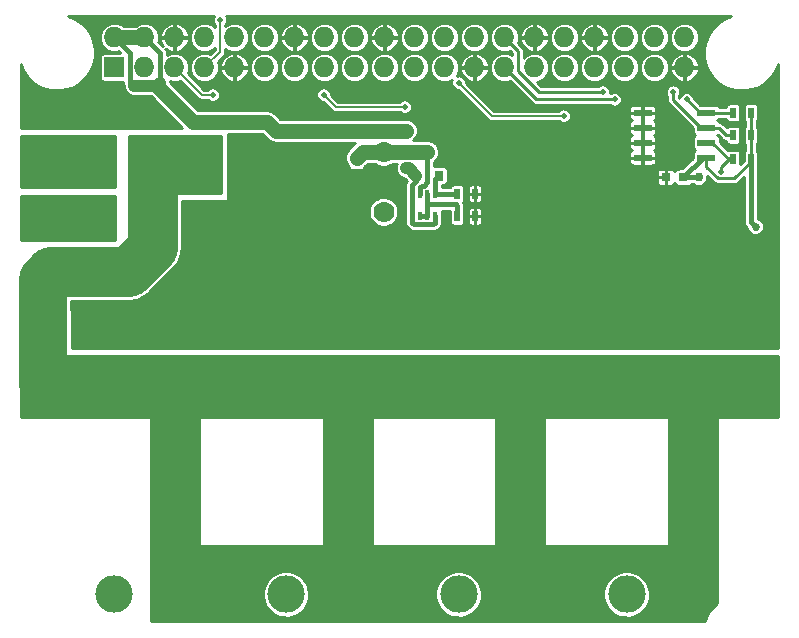
<source format=gbl>
G04 #@! TF.GenerationSoftware,KiCad,Pcbnew,(2018-01-11 revision 6f2beeb)-master*
G04 #@! TF.CreationDate,2018-01-26T06:56:05-06:00*
G04 #@! TF.ProjectId,RPi-HAT-RGBW-LED-Controller,5250692D4841542D524742572D4C4544,rev?*
G04 #@! TF.SameCoordinates,Original*
G04 #@! TF.FileFunction,Copper,L2,Bot,Signal*
G04 #@! TF.FilePolarity,Positive*
%FSLAX46Y46*%
G04 Gerber Fmt 4.6, Leading zero omitted, Abs format (unit mm)*
G04 Created by KiCad (PCBNEW (2018-01-11 revision 6f2beeb)-master) date Friday, January 26, 2018 'AMt' 06:56:05 AM*
%MOMM*%
%LPD*%
G01*
G04 APERTURE LIST*
%ADD10C,3.175000*%
%ADD11R,4.500000X2.950000*%
%ADD12C,0.600000*%
%ADD13R,1.550000X0.600000*%
%ADD14R,0.800000X0.750000*%
%ADD15R,1.727200X1.727200*%
%ADD16O,1.727200X1.727200*%
%ADD17R,0.500000X0.900000*%
%ADD18R,0.800000X0.900000*%
%ADD19R,0.400000X0.650000*%
%ADD20R,0.750000X0.800000*%
%ADD21R,2.000000X1.500000*%
%ADD22C,1.778000*%
%ADD23C,0.685800*%
%ADD24C,0.762000*%
%ADD25C,0.508000*%
%ADD26C,1.016000*%
%ADD27C,0.431800*%
%ADD28C,0.254000*%
%ADD29C,1.270000*%
%ADD30C,1.524000*%
%ADD31C,2.540000*%
%ADD32C,3.175000*%
%ADD33C,1.016000*%
%ADD34C,4.064000*%
%ADD35C,4.191000*%
%ADD36C,0.152400*%
%ADD37C,0.508000*%
%ADD38C,0.228600*%
G04 APERTURE END LIST*
D10*
X77724000Y-79375000D03*
X82804000Y-79375000D03*
X34290000Y-79375000D03*
X39370000Y-79375000D03*
X48895000Y-79375000D03*
X53975000Y-79375000D03*
X63500000Y-79375000D03*
X68580000Y-79375000D03*
X29210000Y-42545000D03*
X29210000Y-47625000D03*
D11*
X76835000Y-57150000D03*
D12*
X78635000Y-56550000D03*
X77435000Y-56550000D03*
X77435000Y-57750000D03*
X78635000Y-57750000D03*
X75035000Y-56550000D03*
X76135000Y-56550000D03*
X76135000Y-57750000D03*
X75035000Y-57750000D03*
D11*
X62230000Y-57150000D03*
D12*
X64030000Y-56550000D03*
X62830000Y-56550000D03*
X62830000Y-57750000D03*
X64030000Y-57750000D03*
X60430000Y-56550000D03*
X61530000Y-56550000D03*
X61530000Y-57750000D03*
X60430000Y-57750000D03*
D11*
X47625000Y-57150000D03*
D12*
X49425000Y-56550000D03*
X48225000Y-56550000D03*
X48225000Y-57750000D03*
X49425000Y-57750000D03*
X45825000Y-56550000D03*
X46925000Y-56550000D03*
X46925000Y-57750000D03*
X45825000Y-57750000D03*
D13*
X79088000Y-42406736D03*
X79088000Y-41136736D03*
X79088000Y-39866736D03*
X79088000Y-38596736D03*
X84488000Y-38596736D03*
X84488000Y-39866736D03*
X84488000Y-41136736D03*
X84488000Y-42406736D03*
D14*
X82538000Y-44069000D03*
X81038000Y-44069000D03*
D15*
X34370000Y-34770000D03*
D16*
X34370000Y-32230000D03*
X36910000Y-34770000D03*
X36910000Y-32230000D03*
X39450000Y-34770000D03*
X39450000Y-32230000D03*
X41990000Y-34770000D03*
X41990000Y-32230000D03*
X44530000Y-34770000D03*
X44530000Y-32230000D03*
X47070000Y-34770000D03*
X47070000Y-32230000D03*
X49610000Y-34770000D03*
X49610000Y-32230000D03*
X52150000Y-34770000D03*
X52150000Y-32230000D03*
X54690000Y-34770000D03*
X54690000Y-32230000D03*
X57230000Y-34770000D03*
X57230000Y-32230000D03*
X59770000Y-34770000D03*
X59770000Y-32230000D03*
X62310000Y-34770000D03*
X62310000Y-32230000D03*
X64850000Y-34770000D03*
X64850000Y-32230000D03*
X67390000Y-34770000D03*
X67390000Y-32230000D03*
X69930000Y-34770000D03*
X69930000Y-32230000D03*
X72470000Y-34770000D03*
X72470000Y-32230000D03*
X75010000Y-34770000D03*
X75010000Y-32230000D03*
X77550000Y-34770000D03*
X77550000Y-32230000D03*
X80090000Y-34770000D03*
X80090000Y-32230000D03*
X82630000Y-34770000D03*
X82630000Y-32230000D03*
D17*
X88253000Y-42545000D03*
X86753000Y-42545000D03*
X88253000Y-38596736D03*
X86753000Y-38596736D03*
X88253000Y-40513000D03*
X86753000Y-40513000D03*
D18*
X61817000Y-43921000D03*
X59917000Y-43921000D03*
X60867000Y-41921000D03*
D19*
X60217000Y-45471000D03*
X61517000Y-45471000D03*
X60867000Y-47371000D03*
X60867000Y-45471000D03*
X61517000Y-47371000D03*
X60217000Y-47371000D03*
D17*
X63385000Y-47371000D03*
X64885000Y-47371000D03*
X63385000Y-45466000D03*
X64885000Y-45466000D03*
D11*
X33020000Y-57150000D03*
D12*
X34820000Y-56550000D03*
X33620000Y-56550000D03*
X33620000Y-57750000D03*
X34820000Y-57750000D03*
X31220000Y-56550000D03*
X32320000Y-56550000D03*
X32320000Y-57750000D03*
X31220000Y-57750000D03*
D20*
X54864000Y-43930000D03*
X54864000Y-42430000D03*
D21*
X41835000Y-42535000D03*
X41835000Y-47635000D03*
X33095000Y-47635000D03*
X33095000Y-42535000D03*
D22*
X57150000Y-46990000D03*
X57150000Y-44450000D03*
X57150000Y-41910000D03*
D23*
X88646000Y-48260000D03*
D24*
X83820000Y-44069000D03*
D23*
X86655000Y-47498000D03*
D24*
X44450000Y-43942000D03*
X44450000Y-42926000D03*
X44450000Y-41910000D03*
D25*
X77470000Y-42406736D03*
D24*
X72898000Y-44692000D03*
D25*
X89662000Y-41402000D03*
D24*
X45466000Y-43942000D03*
X45466000Y-42926000D03*
X45466000Y-41910000D03*
X46482000Y-41910000D03*
X46482000Y-42926000D03*
X46482000Y-43942000D03*
X47498000Y-43942000D03*
X47498000Y-42926000D03*
X47498000Y-41910000D03*
D25*
X85725000Y-43610000D03*
X82804000Y-37465000D03*
X76708000Y-37465000D03*
X81661000Y-36830000D03*
D24*
X36576000Y-44704000D03*
X37592000Y-44704000D03*
X38608000Y-44704000D03*
X39624000Y-44704000D03*
X39624000Y-43688000D03*
X38608000Y-43688000D03*
X37592000Y-43688000D03*
X36576000Y-43688000D03*
X36576000Y-42672000D03*
X37592000Y-42672000D03*
X38608000Y-42672000D03*
X39624000Y-42672000D03*
D25*
X63500000Y-36068000D03*
X72390000Y-38862000D03*
X58928000Y-38100000D03*
X52070000Y-37084000D03*
X42672000Y-37084000D03*
X75692000Y-36830000D03*
D26*
X59055000Y-40132000D03*
X59055000Y-43307000D03*
D24*
X81534000Y-62738000D03*
X82550000Y-62738000D03*
X83566000Y-62738000D03*
X84582000Y-62738000D03*
X84582000Y-61722000D03*
X83566000Y-61722000D03*
X82550000Y-61722000D03*
X81534000Y-61722000D03*
X52197000Y-62738000D03*
X53213000Y-62738000D03*
X54229000Y-62738000D03*
X55245000Y-62738000D03*
X55245000Y-61722000D03*
X54229000Y-61722000D03*
X53213000Y-61722000D03*
X52197000Y-61722000D03*
X66802000Y-62738000D03*
X67818000Y-62738000D03*
X68834000Y-62738000D03*
X69850000Y-62738000D03*
X69850000Y-61722000D03*
X68834000Y-61722000D03*
X67818000Y-61722000D03*
X66802000Y-61722000D03*
X37592000Y-62738000D03*
X38608000Y-62738000D03*
X39624000Y-62738000D03*
X40640000Y-62738000D03*
X40640000Y-61722000D03*
X39624000Y-61722000D03*
X38608000Y-61722000D03*
X37592000Y-61722000D03*
D25*
X43307000Y-30734000D03*
D27*
X88646000Y-48260000D02*
X88253000Y-47867000D01*
X88253000Y-47867000D02*
X88253000Y-42545000D01*
D28*
X84488000Y-42406736D02*
X84488000Y-43162434D01*
X84488000Y-43162434D02*
X85468967Y-44143401D01*
X85468967Y-44143401D02*
X86854599Y-44143401D01*
X86854599Y-44143401D02*
X88253000Y-42745000D01*
X88253000Y-42745000D02*
X88253000Y-42545000D01*
X88253000Y-40513000D02*
X88253000Y-42545000D01*
X88253000Y-38596736D02*
X88253000Y-40513000D01*
D27*
X82538000Y-44069000D02*
X83820000Y-44069000D01*
X84488000Y-42406736D02*
X84200264Y-42406736D01*
X84200264Y-42406736D02*
X82538000Y-44069000D01*
D28*
X44450000Y-42926000D02*
X44450000Y-43942000D01*
D29*
X54864000Y-43930000D02*
X54864000Y-44450000D01*
X54864000Y-43930000D02*
X54114000Y-43930000D01*
X54864000Y-43930000D02*
X56630000Y-43930000D01*
D30*
X56630000Y-43930000D02*
X57150000Y-44450000D01*
D31*
X57150000Y-44450000D02*
X56134000Y-44450000D01*
D28*
X45466000Y-41910000D02*
X45466000Y-42926000D01*
X46482000Y-42926000D02*
X46482000Y-41910000D01*
X47498000Y-43942000D02*
X46482000Y-43942000D01*
X47498000Y-41910000D02*
X47498000Y-42926000D01*
D32*
X41835000Y-47635000D02*
X43805000Y-47635000D01*
D28*
X85725000Y-43610000D02*
X85725000Y-43191264D01*
X85725000Y-43191264D02*
X86371264Y-42545000D01*
X84488000Y-41136736D02*
X84963000Y-41136736D01*
X84963000Y-41136736D02*
X86371264Y-42545000D01*
X86371264Y-42545000D02*
X86753000Y-42545000D01*
X84488000Y-38596736D02*
X83935736Y-38596736D01*
X83935736Y-38596736D02*
X82804000Y-37465000D01*
X70085000Y-37465000D02*
X76708000Y-37465000D01*
X67390000Y-34770000D02*
X70085000Y-37465000D01*
X81661000Y-36830000D02*
X81661000Y-37514736D01*
X81661000Y-37514736D02*
X84013000Y-39866736D01*
X84013000Y-39866736D02*
X84488000Y-39866736D01*
X84488000Y-39866736D02*
X85517000Y-39866736D01*
X85517000Y-39866736D02*
X86163264Y-40513000D01*
X86163264Y-40513000D02*
X86753000Y-40513000D01*
D33*
X59055000Y-43307000D02*
X59303000Y-43307000D01*
X59303000Y-43307000D02*
X59917000Y-43921000D01*
D29*
X58420000Y-40132000D02*
X59055000Y-40132000D01*
D27*
X35678099Y-36059099D02*
X35787297Y-36059099D01*
X35787297Y-36059099D02*
X36050198Y-36322000D01*
D29*
X47244000Y-39370000D02*
X41012099Y-39370000D01*
X41012099Y-39370000D02*
X37964099Y-36322000D01*
X48006000Y-40132000D02*
X47244000Y-39370000D01*
X58420000Y-40132000D02*
X48006000Y-40132000D01*
D34*
X28321000Y-54780580D02*
X28321000Y-52705000D01*
X28321000Y-52705000D02*
X28956000Y-52070000D01*
D35*
X28956000Y-52070000D02*
X35560000Y-52070000D01*
X35560000Y-52070000D02*
X37592000Y-50038000D01*
X37592000Y-50038000D02*
X37592000Y-43688000D01*
D28*
X40640000Y-42672000D02*
X41698000Y-42672000D01*
X39624000Y-42672000D02*
X40640000Y-42672000D01*
X41698000Y-42672000D02*
X41835000Y-42535000D01*
X37592000Y-42672000D02*
X36576000Y-42672000D01*
X38608000Y-42672000D02*
X37592000Y-42672000D01*
X39624000Y-42672000D02*
X38608000Y-42672000D01*
X39624000Y-43688000D02*
X39624000Y-44704000D01*
X39624000Y-42672000D02*
X39624000Y-43688000D01*
X38608000Y-42672000D02*
X38608000Y-43688000D01*
X38608000Y-43688000D02*
X38608000Y-44704000D01*
X37592000Y-43688000D02*
X37592000Y-44704000D01*
X37592000Y-42672000D02*
X37592000Y-43688000D01*
X36576000Y-44704000D02*
X36576000Y-43688000D01*
X36576000Y-42672000D02*
X36576000Y-43688000D01*
X39624000Y-44704000D02*
X38608000Y-44704000D01*
X37592000Y-43688000D02*
X38608000Y-43688000D01*
D31*
X29220000Y-47635000D02*
X29210000Y-47625000D01*
X29220000Y-42535000D02*
X29210000Y-42545000D01*
D29*
X57150000Y-41910000D02*
X55384000Y-41910000D01*
X55384000Y-41910000D02*
X54864000Y-42430000D01*
D36*
X72390000Y-38862000D02*
X66294000Y-38862000D01*
X66294000Y-38862000D02*
X63500000Y-36068000D01*
X58928000Y-38100000D02*
X53086000Y-38100000D01*
X53086000Y-38100000D02*
X52070000Y-37084000D01*
X41764000Y-37084000D02*
X42672000Y-37084000D01*
X41764000Y-37084000D02*
X39450000Y-34770000D01*
D28*
X86753000Y-38596736D02*
X86753000Y-38396736D01*
X84488000Y-38596736D02*
X86753000Y-38596736D01*
X75692000Y-36830000D02*
X70298358Y-36830000D01*
X68253599Y-33093599D02*
X67390000Y-32230000D01*
X70298358Y-36830000D02*
X68533001Y-35064643D01*
X68533001Y-35064643D02*
X68533001Y-33373001D01*
X68533001Y-33373001D02*
X68253599Y-33093599D01*
X86753000Y-40313000D02*
X86753000Y-40513000D01*
D29*
X34370000Y-32230000D02*
X36910000Y-32230000D01*
D33*
X38218099Y-36068000D02*
X37964099Y-36322000D01*
X37964099Y-36322000D02*
X36050198Y-36322000D01*
D27*
X34370000Y-32230000D02*
X35678099Y-33538099D01*
X35678099Y-33538099D02*
X35678099Y-36059099D01*
X35678099Y-36059099D02*
X35687000Y-36068000D01*
X38218099Y-33538099D02*
X38218099Y-36068000D01*
X36910000Y-32230000D02*
X38218099Y-33538099D01*
X61517000Y-47371000D02*
X61517000Y-47908942D01*
X61517000Y-47908942D02*
X61361641Y-48064301D01*
X61361641Y-48064301D02*
X59722359Y-48064301D01*
X59722359Y-48064301D02*
X59563000Y-47904942D01*
X59563000Y-47904942D02*
X59563000Y-44760861D01*
X59563000Y-44760861D02*
X59917000Y-44406861D01*
X59917000Y-44406861D02*
X59917000Y-43921000D01*
X62364000Y-45471000D02*
X62369000Y-45466000D01*
X62369000Y-45466000D02*
X63385000Y-45466000D01*
X61517000Y-45471000D02*
X62364000Y-45471000D01*
X61517000Y-45471000D02*
X61517000Y-44221000D01*
X61517000Y-44221000D02*
X61817000Y-43921000D01*
X63385000Y-47371000D02*
X63385000Y-46489200D01*
X63385000Y-46489200D02*
X63250800Y-46355000D01*
X63250800Y-46355000D02*
X60867000Y-46355000D01*
X60867000Y-45471000D02*
X60867000Y-46355000D01*
X60867000Y-46355000D02*
X60867000Y-47371000D01*
X60867000Y-47371000D02*
X60217000Y-47371000D01*
D34*
X28321000Y-54780580D02*
X28321000Y-61595000D01*
D37*
X82550000Y-62738000D02*
X81534000Y-62738000D01*
X84582000Y-62738000D02*
X83566000Y-62738000D01*
X83566000Y-61722000D02*
X84582000Y-61722000D01*
X81534000Y-61722000D02*
X82550000Y-61722000D01*
X53213000Y-62738000D02*
X52197000Y-62738000D01*
X55245000Y-62738000D02*
X54229000Y-62738000D01*
X54229000Y-61722000D02*
X55245000Y-61722000D01*
X52197000Y-61722000D02*
X53213000Y-61722000D01*
X68834000Y-62738000D02*
X67818000Y-62738000D01*
X69850000Y-61722000D02*
X69850000Y-62738000D01*
X67818000Y-61722000D02*
X68834000Y-61722000D01*
X38608000Y-62738000D02*
X37592000Y-62738000D01*
X40640000Y-62738000D02*
X39624000Y-62738000D01*
X39624000Y-61722000D02*
X40640000Y-61722000D01*
X37592000Y-61722000D02*
X38608000Y-61722000D01*
D29*
X57150000Y-41910000D02*
X60856000Y-41910000D01*
X60856000Y-41910000D02*
X60867000Y-41921000D01*
D27*
X60217000Y-45471000D02*
X60217000Y-44933058D01*
X60217000Y-44933058D02*
X60372359Y-44777699D01*
X60372359Y-44777699D02*
X60573243Y-44777699D01*
X60573243Y-44777699D02*
X60867000Y-44483942D01*
X60867000Y-44483942D02*
X60867000Y-42802800D01*
X60867000Y-42802800D02*
X60867000Y-41921000D01*
D36*
X43307000Y-30734000D02*
X43307000Y-33453000D01*
X43307000Y-33453000D02*
X41990000Y-34770000D01*
D38*
G36*
X42759036Y-30432754D02*
X42710959Y-30544925D01*
X42685586Y-30664297D01*
X42683882Y-30786325D01*
X42705912Y-30906359D01*
X42750838Y-31019828D01*
X42816948Y-31122411D01*
X42862500Y-31169581D01*
X42862500Y-31354660D01*
X42678870Y-31202748D01*
X42467380Y-31088396D01*
X42237708Y-31017300D01*
X41998600Y-30992169D01*
X41759165Y-31013959D01*
X41528522Y-31081841D01*
X41315457Y-31193229D01*
X41128085Y-31343880D01*
X40973543Y-31528056D01*
X40857717Y-31738742D01*
X40785020Y-31967913D01*
X40758220Y-32206839D01*
X40758100Y-32224039D01*
X40758100Y-32235961D01*
X40781561Y-32475238D01*
X40851052Y-32705402D01*
X40963924Y-32917684D01*
X41115880Y-33104000D01*
X41301130Y-33257252D01*
X41512620Y-33371604D01*
X41742292Y-33442700D01*
X41981400Y-33467831D01*
X42220835Y-33446041D01*
X42451478Y-33378159D01*
X42664543Y-33266771D01*
X42851915Y-33116120D01*
X42862500Y-33103505D01*
X42862500Y-33268882D01*
X42490490Y-33640892D01*
X42467380Y-33628396D01*
X42237708Y-33557300D01*
X41998600Y-33532169D01*
X41759165Y-33553959D01*
X41528522Y-33621841D01*
X41315457Y-33733229D01*
X41128085Y-33883880D01*
X40973543Y-34068056D01*
X40857717Y-34278742D01*
X40785020Y-34507913D01*
X40758220Y-34746839D01*
X40758100Y-34764039D01*
X40758100Y-34775961D01*
X40781561Y-35015238D01*
X40851052Y-35245402D01*
X40963924Y-35457684D01*
X41115880Y-35644000D01*
X41301130Y-35797252D01*
X41512620Y-35911604D01*
X41742292Y-35982700D01*
X41981400Y-36007831D01*
X42220835Y-35986041D01*
X42451478Y-35918159D01*
X42664543Y-35806771D01*
X42851915Y-35656120D01*
X43006457Y-35471944D01*
X43122283Y-35261258D01*
X43194980Y-35032087D01*
X43201355Y-34975245D01*
X43315318Y-34975245D01*
X43378699Y-35208274D01*
X43486324Y-35424460D01*
X43634057Y-35615496D01*
X43816220Y-35774040D01*
X44025814Y-35893999D01*
X44254783Y-35970763D01*
X44324755Y-35984682D01*
X44517300Y-35909754D01*
X44517300Y-34782700D01*
X44542700Y-34782700D01*
X44542700Y-35909754D01*
X44735245Y-35984682D01*
X44805217Y-35970763D01*
X45034186Y-35893999D01*
X45243780Y-35774040D01*
X45425943Y-35615496D01*
X45573676Y-35424460D01*
X45681301Y-35208274D01*
X45744682Y-34975245D01*
X45669760Y-34782700D01*
X44542700Y-34782700D01*
X44517300Y-34782700D01*
X43390240Y-34782700D01*
X43315318Y-34975245D01*
X43201355Y-34975245D01*
X43221780Y-34793161D01*
X43221900Y-34775961D01*
X43221900Y-34764039D01*
X45838100Y-34764039D01*
X45838100Y-34775961D01*
X45861561Y-35015238D01*
X45931052Y-35245402D01*
X46043924Y-35457684D01*
X46195880Y-35644000D01*
X46381130Y-35797252D01*
X46592620Y-35911604D01*
X46822292Y-35982700D01*
X47061400Y-36007831D01*
X47300835Y-35986041D01*
X47531478Y-35918159D01*
X47744543Y-35806771D01*
X47931915Y-35656120D01*
X48086457Y-35471944D01*
X48202283Y-35261258D01*
X48274980Y-35032087D01*
X48301780Y-34793161D01*
X48301900Y-34775961D01*
X48301900Y-34764039D01*
X48378100Y-34764039D01*
X48378100Y-34775961D01*
X48401561Y-35015238D01*
X48471052Y-35245402D01*
X48583924Y-35457684D01*
X48735880Y-35644000D01*
X48921130Y-35797252D01*
X49132620Y-35911604D01*
X49362292Y-35982700D01*
X49601400Y-36007831D01*
X49840835Y-35986041D01*
X50071478Y-35918159D01*
X50284543Y-35806771D01*
X50471915Y-35656120D01*
X50626457Y-35471944D01*
X50742283Y-35261258D01*
X50814980Y-35032087D01*
X50841780Y-34793161D01*
X50841900Y-34775961D01*
X50841900Y-34764039D01*
X50918100Y-34764039D01*
X50918100Y-34775961D01*
X50941561Y-35015238D01*
X51011052Y-35245402D01*
X51123924Y-35457684D01*
X51275880Y-35644000D01*
X51461130Y-35797252D01*
X51672620Y-35911604D01*
X51902292Y-35982700D01*
X52141400Y-36007831D01*
X52380835Y-35986041D01*
X52611478Y-35918159D01*
X52824543Y-35806771D01*
X53011915Y-35656120D01*
X53166457Y-35471944D01*
X53282283Y-35261258D01*
X53354980Y-35032087D01*
X53381780Y-34793161D01*
X53381900Y-34775961D01*
X53381900Y-34764039D01*
X53458100Y-34764039D01*
X53458100Y-34775961D01*
X53481561Y-35015238D01*
X53551052Y-35245402D01*
X53663924Y-35457684D01*
X53815880Y-35644000D01*
X54001130Y-35797252D01*
X54212620Y-35911604D01*
X54442292Y-35982700D01*
X54681400Y-36007831D01*
X54920835Y-35986041D01*
X55151478Y-35918159D01*
X55364543Y-35806771D01*
X55551915Y-35656120D01*
X55706457Y-35471944D01*
X55822283Y-35261258D01*
X55894980Y-35032087D01*
X55921780Y-34793161D01*
X55921900Y-34775961D01*
X55921900Y-34764039D01*
X55998100Y-34764039D01*
X55998100Y-34775961D01*
X56021561Y-35015238D01*
X56091052Y-35245402D01*
X56203924Y-35457684D01*
X56355880Y-35644000D01*
X56541130Y-35797252D01*
X56752620Y-35911604D01*
X56982292Y-35982700D01*
X57221400Y-36007831D01*
X57460835Y-35986041D01*
X57691478Y-35918159D01*
X57904543Y-35806771D01*
X58091915Y-35656120D01*
X58246457Y-35471944D01*
X58362283Y-35261258D01*
X58434980Y-35032087D01*
X58461780Y-34793161D01*
X58461900Y-34775961D01*
X58461900Y-34764039D01*
X58538100Y-34764039D01*
X58538100Y-34775961D01*
X58561561Y-35015238D01*
X58631052Y-35245402D01*
X58743924Y-35457684D01*
X58895880Y-35644000D01*
X59081130Y-35797252D01*
X59292620Y-35911604D01*
X59522292Y-35982700D01*
X59761400Y-36007831D01*
X60000835Y-35986041D01*
X60231478Y-35918159D01*
X60444543Y-35806771D01*
X60631915Y-35656120D01*
X60786457Y-35471944D01*
X60902283Y-35261258D01*
X60974980Y-35032087D01*
X61001780Y-34793161D01*
X61001900Y-34775961D01*
X61001900Y-34764039D01*
X61078100Y-34764039D01*
X61078100Y-34775961D01*
X61101561Y-35015238D01*
X61171052Y-35245402D01*
X61283924Y-35457684D01*
X61435880Y-35644000D01*
X61621130Y-35797252D01*
X61832620Y-35911604D01*
X62062292Y-35982700D01*
X62301400Y-36007831D01*
X62540835Y-35986041D01*
X62771478Y-35918159D01*
X62920544Y-35840229D01*
X62903959Y-35878925D01*
X62878586Y-35998297D01*
X62876882Y-36120325D01*
X62898912Y-36240359D01*
X62943838Y-36353828D01*
X63009948Y-36456411D01*
X63094723Y-36544198D01*
X63194936Y-36613848D01*
X63306768Y-36662706D01*
X63425961Y-36688912D01*
X63493713Y-36690331D01*
X65979691Y-39176309D01*
X66011451Y-39202397D01*
X66042872Y-39228763D01*
X66044918Y-39229888D01*
X66046726Y-39231373D01*
X66082958Y-39250800D01*
X66118893Y-39270556D01*
X66121118Y-39271262D01*
X66123181Y-39272368D01*
X66162468Y-39284379D01*
X66201583Y-39296787D01*
X66203907Y-39297048D01*
X66206142Y-39297731D01*
X66246960Y-39301877D01*
X66287794Y-39306457D01*
X66292367Y-39306489D01*
X66292449Y-39306497D01*
X66292525Y-39306490D01*
X66294000Y-39306500D01*
X71954113Y-39306500D01*
X71984723Y-39338198D01*
X72084936Y-39407848D01*
X72196768Y-39456706D01*
X72315961Y-39482912D01*
X72437973Y-39485468D01*
X72558159Y-39464276D01*
X72671939Y-39420144D01*
X72774980Y-39354752D01*
X72863357Y-39270591D01*
X72933705Y-39170867D01*
X72983343Y-39059379D01*
X73010380Y-38940372D01*
X73012327Y-38800980D01*
X72992631Y-38701511D01*
X77944700Y-38701511D01*
X77944700Y-38933011D01*
X77958854Y-39004166D01*
X77986617Y-39071192D01*
X78026923Y-39131514D01*
X78078223Y-39182814D01*
X78138545Y-39223119D01*
X78159348Y-39231736D01*
X78138545Y-39240353D01*
X78078223Y-39280658D01*
X78026923Y-39331958D01*
X77986617Y-39392280D01*
X77958854Y-39459306D01*
X77944700Y-39530461D01*
X77944700Y-39761961D01*
X78036775Y-39854036D01*
X79075300Y-39854036D01*
X79075300Y-39290511D01*
X79016525Y-39231736D01*
X79075300Y-39172961D01*
X79075300Y-38609436D01*
X79100700Y-38609436D01*
X79100700Y-39172961D01*
X79159475Y-39231736D01*
X79100700Y-39290511D01*
X79100700Y-39854036D01*
X80139225Y-39854036D01*
X80231300Y-39761961D01*
X80231300Y-39530461D01*
X80217146Y-39459306D01*
X80189383Y-39392280D01*
X80149077Y-39331958D01*
X80097777Y-39280658D01*
X80037455Y-39240353D01*
X80016652Y-39231736D01*
X80037455Y-39223119D01*
X80097777Y-39182814D01*
X80149077Y-39131514D01*
X80189383Y-39071192D01*
X80217146Y-39004166D01*
X80231300Y-38933011D01*
X80231300Y-38701511D01*
X80139225Y-38609436D01*
X79100700Y-38609436D01*
X79075300Y-38609436D01*
X78036775Y-38609436D01*
X77944700Y-38701511D01*
X72992631Y-38701511D01*
X72988622Y-38681265D01*
X72942117Y-38568434D01*
X72874581Y-38466785D01*
X72788588Y-38380190D01*
X72687413Y-38311946D01*
X72574909Y-38264654D01*
X72554483Y-38260461D01*
X77944700Y-38260461D01*
X77944700Y-38491961D01*
X78036775Y-38584036D01*
X79075300Y-38584036D01*
X79075300Y-38020511D01*
X79100700Y-38020511D01*
X79100700Y-38584036D01*
X80139225Y-38584036D01*
X80231300Y-38491961D01*
X80231300Y-38260461D01*
X80217146Y-38189306D01*
X80189383Y-38122280D01*
X80149077Y-38061958D01*
X80097777Y-38010658D01*
X80037455Y-37970353D01*
X79970429Y-37942589D01*
X79899274Y-37928436D01*
X79192775Y-37928436D01*
X79100700Y-38020511D01*
X79075300Y-38020511D01*
X78983225Y-37928436D01*
X78276726Y-37928436D01*
X78205571Y-37942589D01*
X78138545Y-37970353D01*
X78078223Y-38010658D01*
X78026923Y-38061958D01*
X77986617Y-38122280D01*
X77958854Y-38189306D01*
X77944700Y-38260461D01*
X72554483Y-38260461D01*
X72455363Y-38240115D01*
X72333326Y-38239263D01*
X72213449Y-38262130D01*
X72100296Y-38307847D01*
X71998178Y-38374671D01*
X71954443Y-38417500D01*
X66478118Y-38417500D01*
X64121573Y-36060955D01*
X64122327Y-36006980D01*
X64098622Y-35887265D01*
X64052117Y-35774434D01*
X63984581Y-35672785D01*
X63898588Y-35586190D01*
X63797413Y-35517946D01*
X63684909Y-35470654D01*
X63565363Y-35446115D01*
X63443326Y-35445263D01*
X63329152Y-35467042D01*
X63442283Y-35261258D01*
X63514980Y-35032087D01*
X63521355Y-34975245D01*
X63635318Y-34975245D01*
X63698699Y-35208274D01*
X63806324Y-35424460D01*
X63954057Y-35615496D01*
X64136220Y-35774040D01*
X64345814Y-35893999D01*
X64574783Y-35970763D01*
X64644755Y-35984682D01*
X64837300Y-35909754D01*
X64837300Y-34782700D01*
X64862700Y-34782700D01*
X64862700Y-35909754D01*
X65055245Y-35984682D01*
X65125217Y-35970763D01*
X65354186Y-35893999D01*
X65563780Y-35774040D01*
X65745943Y-35615496D01*
X65893676Y-35424460D01*
X66001301Y-35208274D01*
X66064682Y-34975245D01*
X65989760Y-34782700D01*
X64862700Y-34782700D01*
X64837300Y-34782700D01*
X63710240Y-34782700D01*
X63635318Y-34975245D01*
X63521355Y-34975245D01*
X63541780Y-34793161D01*
X63541900Y-34775961D01*
X63541900Y-34764039D01*
X63522361Y-34564755D01*
X63635318Y-34564755D01*
X63710240Y-34757300D01*
X64837300Y-34757300D01*
X64837300Y-33630246D01*
X64862700Y-33630246D01*
X64862700Y-34757300D01*
X65989760Y-34757300D01*
X66064682Y-34564755D01*
X66001301Y-34331726D01*
X65893676Y-34115540D01*
X65745943Y-33924504D01*
X65563780Y-33765960D01*
X65354186Y-33646001D01*
X65125217Y-33569237D01*
X65055245Y-33555318D01*
X64862700Y-33630246D01*
X64837300Y-33630246D01*
X64644755Y-33555318D01*
X64574783Y-33569237D01*
X64345814Y-33646001D01*
X64136220Y-33765960D01*
X63954057Y-33924504D01*
X63806324Y-34115540D01*
X63698699Y-34331726D01*
X63635318Y-34564755D01*
X63522361Y-34564755D01*
X63518439Y-34524762D01*
X63448948Y-34294598D01*
X63336076Y-34082316D01*
X63184120Y-33896000D01*
X62998870Y-33742748D01*
X62787380Y-33628396D01*
X62557708Y-33557300D01*
X62318600Y-33532169D01*
X62079165Y-33553959D01*
X61848522Y-33621841D01*
X61635457Y-33733229D01*
X61448085Y-33883880D01*
X61293543Y-34068056D01*
X61177717Y-34278742D01*
X61105020Y-34507913D01*
X61078220Y-34746839D01*
X61078100Y-34764039D01*
X61001900Y-34764039D01*
X60978439Y-34524762D01*
X60908948Y-34294598D01*
X60796076Y-34082316D01*
X60644120Y-33896000D01*
X60458870Y-33742748D01*
X60247380Y-33628396D01*
X60017708Y-33557300D01*
X59778600Y-33532169D01*
X59539165Y-33553959D01*
X59308522Y-33621841D01*
X59095457Y-33733229D01*
X58908085Y-33883880D01*
X58753543Y-34068056D01*
X58637717Y-34278742D01*
X58565020Y-34507913D01*
X58538220Y-34746839D01*
X58538100Y-34764039D01*
X58461900Y-34764039D01*
X58438439Y-34524762D01*
X58368948Y-34294598D01*
X58256076Y-34082316D01*
X58104120Y-33896000D01*
X57918870Y-33742748D01*
X57707380Y-33628396D01*
X57477708Y-33557300D01*
X57238600Y-33532169D01*
X56999165Y-33553959D01*
X56768522Y-33621841D01*
X56555457Y-33733229D01*
X56368085Y-33883880D01*
X56213543Y-34068056D01*
X56097717Y-34278742D01*
X56025020Y-34507913D01*
X55998220Y-34746839D01*
X55998100Y-34764039D01*
X55921900Y-34764039D01*
X55898439Y-34524762D01*
X55828948Y-34294598D01*
X55716076Y-34082316D01*
X55564120Y-33896000D01*
X55378870Y-33742748D01*
X55167380Y-33628396D01*
X54937708Y-33557300D01*
X54698600Y-33532169D01*
X54459165Y-33553959D01*
X54228522Y-33621841D01*
X54015457Y-33733229D01*
X53828085Y-33883880D01*
X53673543Y-34068056D01*
X53557717Y-34278742D01*
X53485020Y-34507913D01*
X53458220Y-34746839D01*
X53458100Y-34764039D01*
X53381900Y-34764039D01*
X53358439Y-34524762D01*
X53288948Y-34294598D01*
X53176076Y-34082316D01*
X53024120Y-33896000D01*
X52838870Y-33742748D01*
X52627380Y-33628396D01*
X52397708Y-33557300D01*
X52158600Y-33532169D01*
X51919165Y-33553959D01*
X51688522Y-33621841D01*
X51475457Y-33733229D01*
X51288085Y-33883880D01*
X51133543Y-34068056D01*
X51017717Y-34278742D01*
X50945020Y-34507913D01*
X50918220Y-34746839D01*
X50918100Y-34764039D01*
X50841900Y-34764039D01*
X50818439Y-34524762D01*
X50748948Y-34294598D01*
X50636076Y-34082316D01*
X50484120Y-33896000D01*
X50298870Y-33742748D01*
X50087380Y-33628396D01*
X49857708Y-33557300D01*
X49618600Y-33532169D01*
X49379165Y-33553959D01*
X49148522Y-33621841D01*
X48935457Y-33733229D01*
X48748085Y-33883880D01*
X48593543Y-34068056D01*
X48477717Y-34278742D01*
X48405020Y-34507913D01*
X48378220Y-34746839D01*
X48378100Y-34764039D01*
X48301900Y-34764039D01*
X48278439Y-34524762D01*
X48208948Y-34294598D01*
X48096076Y-34082316D01*
X47944120Y-33896000D01*
X47758870Y-33742748D01*
X47547380Y-33628396D01*
X47317708Y-33557300D01*
X47078600Y-33532169D01*
X46839165Y-33553959D01*
X46608522Y-33621841D01*
X46395457Y-33733229D01*
X46208085Y-33883880D01*
X46053543Y-34068056D01*
X45937717Y-34278742D01*
X45865020Y-34507913D01*
X45838220Y-34746839D01*
X45838100Y-34764039D01*
X43221900Y-34764039D01*
X43202361Y-34564755D01*
X43315318Y-34564755D01*
X43390240Y-34757300D01*
X44517300Y-34757300D01*
X44517300Y-33630246D01*
X44542700Y-33630246D01*
X44542700Y-34757300D01*
X45669760Y-34757300D01*
X45744682Y-34564755D01*
X45681301Y-34331726D01*
X45573676Y-34115540D01*
X45425943Y-33924504D01*
X45243780Y-33765960D01*
X45034186Y-33646001D01*
X44805217Y-33569237D01*
X44735245Y-33555318D01*
X44542700Y-33630246D01*
X44517300Y-33630246D01*
X44324755Y-33555318D01*
X44254783Y-33569237D01*
X44025814Y-33646001D01*
X43816220Y-33765960D01*
X43634057Y-33924504D01*
X43486324Y-34115540D01*
X43378699Y-34331726D01*
X43315318Y-34564755D01*
X43202361Y-34564755D01*
X43198439Y-34524762D01*
X43128948Y-34294598D01*
X43116823Y-34271795D01*
X43621309Y-33767309D01*
X43647397Y-33735549D01*
X43673763Y-33704128D01*
X43674888Y-33702082D01*
X43676373Y-33700274D01*
X43695792Y-33664058D01*
X43715556Y-33628107D01*
X43716262Y-33625880D01*
X43717367Y-33623820D01*
X43729356Y-33584605D01*
X43741787Y-33545417D01*
X43742048Y-33543088D01*
X43742730Y-33540858D01*
X43746872Y-33500085D01*
X43751457Y-33459206D01*
X43751489Y-33454634D01*
X43751497Y-33454552D01*
X43751490Y-33454476D01*
X43751500Y-33453000D01*
X43751500Y-33183104D01*
X43841130Y-33257252D01*
X44052620Y-33371604D01*
X44282292Y-33442700D01*
X44521400Y-33467831D01*
X44760835Y-33446041D01*
X44991478Y-33378159D01*
X45204543Y-33266771D01*
X45391915Y-33116120D01*
X45546457Y-32931944D01*
X45662283Y-32721258D01*
X45734980Y-32492087D01*
X45761780Y-32253161D01*
X45761900Y-32235961D01*
X45761900Y-32224039D01*
X45838100Y-32224039D01*
X45838100Y-32235961D01*
X45861561Y-32475238D01*
X45931052Y-32705402D01*
X46043924Y-32917684D01*
X46195880Y-33104000D01*
X46381130Y-33257252D01*
X46592620Y-33371604D01*
X46822292Y-33442700D01*
X47061400Y-33467831D01*
X47300835Y-33446041D01*
X47531478Y-33378159D01*
X47744543Y-33266771D01*
X47931915Y-33116120D01*
X48086457Y-32931944D01*
X48202283Y-32721258D01*
X48274980Y-32492087D01*
X48281355Y-32435245D01*
X48395318Y-32435245D01*
X48458699Y-32668274D01*
X48566324Y-32884460D01*
X48714057Y-33075496D01*
X48896220Y-33234040D01*
X49105814Y-33353999D01*
X49334783Y-33430763D01*
X49404755Y-33444682D01*
X49597300Y-33369754D01*
X49597300Y-32242700D01*
X49622700Y-32242700D01*
X49622700Y-33369754D01*
X49815245Y-33444682D01*
X49885217Y-33430763D01*
X50114186Y-33353999D01*
X50323780Y-33234040D01*
X50505943Y-33075496D01*
X50653676Y-32884460D01*
X50761301Y-32668274D01*
X50824682Y-32435245D01*
X50749760Y-32242700D01*
X49622700Y-32242700D01*
X49597300Y-32242700D01*
X48470240Y-32242700D01*
X48395318Y-32435245D01*
X48281355Y-32435245D01*
X48301780Y-32253161D01*
X48301900Y-32235961D01*
X48301900Y-32224039D01*
X50918100Y-32224039D01*
X50918100Y-32235961D01*
X50941561Y-32475238D01*
X51011052Y-32705402D01*
X51123924Y-32917684D01*
X51275880Y-33104000D01*
X51461130Y-33257252D01*
X51672620Y-33371604D01*
X51902292Y-33442700D01*
X52141400Y-33467831D01*
X52380835Y-33446041D01*
X52611478Y-33378159D01*
X52824543Y-33266771D01*
X53011915Y-33116120D01*
X53166457Y-32931944D01*
X53282283Y-32721258D01*
X53354980Y-32492087D01*
X53381780Y-32253161D01*
X53381900Y-32235961D01*
X53381900Y-32224039D01*
X53458100Y-32224039D01*
X53458100Y-32235961D01*
X53481561Y-32475238D01*
X53551052Y-32705402D01*
X53663924Y-32917684D01*
X53815880Y-33104000D01*
X54001130Y-33257252D01*
X54212620Y-33371604D01*
X54442292Y-33442700D01*
X54681400Y-33467831D01*
X54920835Y-33446041D01*
X55151478Y-33378159D01*
X55364543Y-33266771D01*
X55551915Y-33116120D01*
X55706457Y-32931944D01*
X55822283Y-32721258D01*
X55894980Y-32492087D01*
X55901355Y-32435245D01*
X56015318Y-32435245D01*
X56078699Y-32668274D01*
X56186324Y-32884460D01*
X56334057Y-33075496D01*
X56516220Y-33234040D01*
X56725814Y-33353999D01*
X56954783Y-33430763D01*
X57024755Y-33444682D01*
X57217300Y-33369754D01*
X57217300Y-32242700D01*
X57242700Y-32242700D01*
X57242700Y-33369754D01*
X57435245Y-33444682D01*
X57505217Y-33430763D01*
X57734186Y-33353999D01*
X57943780Y-33234040D01*
X58125943Y-33075496D01*
X58273676Y-32884460D01*
X58381301Y-32668274D01*
X58444682Y-32435245D01*
X58369760Y-32242700D01*
X57242700Y-32242700D01*
X57217300Y-32242700D01*
X56090240Y-32242700D01*
X56015318Y-32435245D01*
X55901355Y-32435245D01*
X55921780Y-32253161D01*
X55921900Y-32235961D01*
X55921900Y-32224039D01*
X58538100Y-32224039D01*
X58538100Y-32235961D01*
X58561561Y-32475238D01*
X58631052Y-32705402D01*
X58743924Y-32917684D01*
X58895880Y-33104000D01*
X59081130Y-33257252D01*
X59292620Y-33371604D01*
X59522292Y-33442700D01*
X59761400Y-33467831D01*
X60000835Y-33446041D01*
X60231478Y-33378159D01*
X60444543Y-33266771D01*
X60631915Y-33116120D01*
X60786457Y-32931944D01*
X60902283Y-32721258D01*
X60974980Y-32492087D01*
X61001780Y-32253161D01*
X61001900Y-32235961D01*
X61001900Y-32224039D01*
X61078100Y-32224039D01*
X61078100Y-32235961D01*
X61101561Y-32475238D01*
X61171052Y-32705402D01*
X61283924Y-32917684D01*
X61435880Y-33104000D01*
X61621130Y-33257252D01*
X61832620Y-33371604D01*
X62062292Y-33442700D01*
X62301400Y-33467831D01*
X62540835Y-33446041D01*
X62771478Y-33378159D01*
X62984543Y-33266771D01*
X63171915Y-33116120D01*
X63326457Y-32931944D01*
X63442283Y-32721258D01*
X63514980Y-32492087D01*
X63541780Y-32253161D01*
X63541900Y-32235961D01*
X63541900Y-32224039D01*
X63618100Y-32224039D01*
X63618100Y-32235961D01*
X63641561Y-32475238D01*
X63711052Y-32705402D01*
X63823924Y-32917684D01*
X63975880Y-33104000D01*
X64161130Y-33257252D01*
X64372620Y-33371604D01*
X64602292Y-33442700D01*
X64841400Y-33467831D01*
X65080835Y-33446041D01*
X65311478Y-33378159D01*
X65524543Y-33266771D01*
X65711915Y-33116120D01*
X65866457Y-32931944D01*
X65982283Y-32721258D01*
X66054980Y-32492087D01*
X66081780Y-32253161D01*
X66081900Y-32235961D01*
X66081900Y-32224039D01*
X66158100Y-32224039D01*
X66158100Y-32235961D01*
X66181561Y-32475238D01*
X66251052Y-32705402D01*
X66363924Y-32917684D01*
X66515880Y-33104000D01*
X66701130Y-33257252D01*
X66912620Y-33371604D01*
X67142292Y-33442700D01*
X67381400Y-33467831D01*
X67620835Y-33446041D01*
X67840832Y-33381292D01*
X68037701Y-33578161D01*
X68037701Y-33720488D01*
X67867380Y-33628396D01*
X67637708Y-33557300D01*
X67398600Y-33532169D01*
X67159165Y-33553959D01*
X66928522Y-33621841D01*
X66715457Y-33733229D01*
X66528085Y-33883880D01*
X66373543Y-34068056D01*
X66257717Y-34278742D01*
X66185020Y-34507913D01*
X66158220Y-34746839D01*
X66158100Y-34764039D01*
X66158100Y-34775961D01*
X66181561Y-35015238D01*
X66251052Y-35245402D01*
X66363924Y-35457684D01*
X66515880Y-35644000D01*
X66701130Y-35797252D01*
X66912620Y-35911604D01*
X67142292Y-35982700D01*
X67381400Y-36007831D01*
X67620835Y-35986041D01*
X67840832Y-35921292D01*
X69734770Y-37815230D01*
X69770140Y-37844283D01*
X69805172Y-37873679D01*
X69807454Y-37874934D01*
X69809467Y-37876587D01*
X69849800Y-37898213D01*
X69889881Y-37920248D01*
X69892363Y-37921035D01*
X69894658Y-37922266D01*
X69938404Y-37935641D01*
X69982021Y-37949477D01*
X69984610Y-37949767D01*
X69987101Y-37950529D01*
X70032615Y-37955152D01*
X70078085Y-37960252D01*
X70083176Y-37960287D01*
X70083271Y-37960297D01*
X70083360Y-37960289D01*
X70085000Y-37960300D01*
X76330207Y-37960300D01*
X76402936Y-38010848D01*
X76514768Y-38059706D01*
X76633961Y-38085912D01*
X76755973Y-38088468D01*
X76876159Y-38067276D01*
X76989939Y-38023144D01*
X77092980Y-37957752D01*
X77181357Y-37873591D01*
X77251705Y-37773867D01*
X77301343Y-37662379D01*
X77328380Y-37543372D01*
X77330327Y-37403980D01*
X77306622Y-37284265D01*
X77260117Y-37171434D01*
X77192581Y-37069785D01*
X77106588Y-36983190D01*
X77005413Y-36914946D01*
X76927811Y-36882325D01*
X81037882Y-36882325D01*
X81059912Y-37002359D01*
X81104838Y-37115828D01*
X81165700Y-37210268D01*
X81165700Y-37514736D01*
X81170167Y-37560298D01*
X81174152Y-37605847D01*
X81174879Y-37608349D01*
X81175133Y-37610940D01*
X81188355Y-37654735D01*
X81201121Y-37698675D01*
X81202319Y-37700987D01*
X81203072Y-37703480D01*
X81224543Y-37743861D01*
X81245606Y-37784496D01*
X81247232Y-37786533D01*
X81248454Y-37788831D01*
X81277340Y-37824248D01*
X81305914Y-37860042D01*
X81309493Y-37863671D01*
X81309550Y-37863741D01*
X81309615Y-37863795D01*
X81310770Y-37864966D01*
X83342918Y-39897114D01*
X83342918Y-40166736D01*
X83350029Y-40238935D01*
X83371089Y-40308360D01*
X83405288Y-40372343D01*
X83451313Y-40428423D01*
X83507393Y-40474448D01*
X83558446Y-40501736D01*
X83507393Y-40529024D01*
X83451313Y-40575049D01*
X83405288Y-40631129D01*
X83371089Y-40695112D01*
X83350029Y-40764537D01*
X83342918Y-40836736D01*
X83342918Y-41436736D01*
X83350029Y-41508935D01*
X83371089Y-41578360D01*
X83405288Y-41642343D01*
X83451313Y-41698423D01*
X83507393Y-41744448D01*
X83558446Y-41771736D01*
X83507393Y-41799024D01*
X83451313Y-41845049D01*
X83405288Y-41901129D01*
X83371089Y-41965112D01*
X83350029Y-42034537D01*
X83342918Y-42106736D01*
X83342918Y-42437898D01*
X82456898Y-43323918D01*
X82138000Y-43323918D01*
X82065801Y-43331029D01*
X81996376Y-43352089D01*
X81932393Y-43386288D01*
X81876313Y-43432313D01*
X81830288Y-43488393D01*
X81796089Y-43552376D01*
X81788434Y-43577609D01*
X81764383Y-43519544D01*
X81724077Y-43459222D01*
X81672777Y-43407922D01*
X81612455Y-43367617D01*
X81545429Y-43339853D01*
X81474274Y-43325700D01*
X81142775Y-43325700D01*
X81050700Y-43417775D01*
X81050700Y-44056300D01*
X81070700Y-44056300D01*
X81070700Y-44081700D01*
X81050700Y-44081700D01*
X81050700Y-44720225D01*
X81142775Y-44812300D01*
X81474274Y-44812300D01*
X81545429Y-44798147D01*
X81612455Y-44770383D01*
X81672777Y-44730078D01*
X81724077Y-44678778D01*
X81764383Y-44618456D01*
X81788434Y-44560391D01*
X81796089Y-44585624D01*
X81830288Y-44649607D01*
X81876313Y-44705687D01*
X81932393Y-44751712D01*
X81996376Y-44785911D01*
X82065801Y-44806971D01*
X82138000Y-44814082D01*
X82938000Y-44814082D01*
X83010199Y-44806971D01*
X83079624Y-44785911D01*
X83143607Y-44751712D01*
X83199687Y-44705687D01*
X83242763Y-44653200D01*
X83347579Y-44653200D01*
X83452678Y-44726246D01*
X83587333Y-44785075D01*
X83730851Y-44816630D01*
X83877764Y-44819707D01*
X84022477Y-44794190D01*
X84159477Y-44741051D01*
X84283548Y-44662314D01*
X84389961Y-44560977D01*
X84474665Y-44440902D01*
X84534433Y-44306660D01*
X84566989Y-44163367D01*
X84569333Y-43995527D01*
X84556667Y-43931561D01*
X85118737Y-44493631D01*
X85154080Y-44522662D01*
X85189139Y-44552080D01*
X85191425Y-44553337D01*
X85193434Y-44554987D01*
X85233728Y-44576593D01*
X85273848Y-44598649D01*
X85276330Y-44599436D01*
X85278625Y-44600667D01*
X85322384Y-44614046D01*
X85365988Y-44627878D01*
X85368575Y-44628168D01*
X85371067Y-44628930D01*
X85416587Y-44633553D01*
X85462052Y-44638653D01*
X85467143Y-44638688D01*
X85467238Y-44638698D01*
X85467327Y-44638690D01*
X85468967Y-44638701D01*
X86854599Y-44638701D01*
X86900161Y-44634234D01*
X86945710Y-44630249D01*
X86948212Y-44629522D01*
X86950803Y-44629268D01*
X86994598Y-44616046D01*
X87038538Y-44603280D01*
X87040850Y-44602082D01*
X87043343Y-44601329D01*
X87083724Y-44579858D01*
X87124359Y-44558795D01*
X87126396Y-44557169D01*
X87128694Y-44555947D01*
X87164111Y-44527061D01*
X87199905Y-44498487D01*
X87203534Y-44494908D01*
X87203604Y-44494851D01*
X87203658Y-44494786D01*
X87204829Y-44493631D01*
X87668800Y-44029660D01*
X87668800Y-47867000D01*
X87674065Y-47920701D01*
X87678769Y-47974464D01*
X87679626Y-47977415D01*
X87679926Y-47980472D01*
X87695517Y-48032113D01*
X87710578Y-48083953D01*
X87711993Y-48086682D01*
X87712880Y-48089621D01*
X87738218Y-48137275D01*
X87763049Y-48185178D01*
X87764964Y-48187576D01*
X87766407Y-48190291D01*
X87800518Y-48232115D01*
X87834181Y-48274284D01*
X87838401Y-48278564D01*
X87838469Y-48278647D01*
X87838546Y-48278711D01*
X87839908Y-48280092D01*
X87946060Y-48386244D01*
X87959043Y-48456982D01*
X88010387Y-48586661D01*
X88085941Y-48703898D01*
X88182827Y-48804226D01*
X88297355Y-48883826D01*
X88425164Y-48939664D01*
X88561384Y-48969614D01*
X88700827Y-48972535D01*
X88838181Y-48948315D01*
X88968216Y-48897878D01*
X89085977Y-48823145D01*
X89186980Y-48726961D01*
X89267377Y-48612991D01*
X89324106Y-48485576D01*
X89355006Y-48349568D01*
X89357230Y-48190263D01*
X89330140Y-48053446D01*
X89276991Y-47924496D01*
X89199807Y-47808326D01*
X89101529Y-47709360D01*
X88985901Y-47631367D01*
X88857325Y-47577319D01*
X88837200Y-47573188D01*
X88837200Y-43151051D01*
X88844911Y-43136624D01*
X88865971Y-43067199D01*
X88873082Y-42995000D01*
X88873082Y-42095000D01*
X88865971Y-42022801D01*
X88844911Y-41953376D01*
X88810712Y-41889393D01*
X88764687Y-41833313D01*
X88748300Y-41819864D01*
X88748300Y-41238136D01*
X88764687Y-41224687D01*
X88810712Y-41168607D01*
X88844911Y-41104624D01*
X88865971Y-41035199D01*
X88873082Y-40963000D01*
X88873082Y-40063000D01*
X88865971Y-39990801D01*
X88844911Y-39921376D01*
X88810712Y-39857393D01*
X88764687Y-39801313D01*
X88748300Y-39787864D01*
X88748300Y-39321872D01*
X88764687Y-39308423D01*
X88810712Y-39252343D01*
X88844911Y-39188360D01*
X88865971Y-39118935D01*
X88873082Y-39046736D01*
X88873082Y-38146736D01*
X88865971Y-38074537D01*
X88844911Y-38005112D01*
X88810712Y-37941129D01*
X88764687Y-37885049D01*
X88708607Y-37839024D01*
X88644624Y-37804825D01*
X88575199Y-37783765D01*
X88503000Y-37776654D01*
X88003000Y-37776654D01*
X87930801Y-37783765D01*
X87861376Y-37804825D01*
X87797393Y-37839024D01*
X87741313Y-37885049D01*
X87695288Y-37941129D01*
X87661089Y-38005112D01*
X87640029Y-38074537D01*
X87632918Y-38146736D01*
X87632918Y-39046736D01*
X87640029Y-39118935D01*
X87661089Y-39188360D01*
X87695288Y-39252343D01*
X87741313Y-39308423D01*
X87757700Y-39321872D01*
X87757700Y-39787864D01*
X87741313Y-39801313D01*
X87695288Y-39857393D01*
X87661089Y-39921376D01*
X87640029Y-39990801D01*
X87632918Y-40063000D01*
X87632918Y-40963000D01*
X87640029Y-41035199D01*
X87661089Y-41104624D01*
X87695288Y-41168607D01*
X87741313Y-41224687D01*
X87757700Y-41238136D01*
X87757700Y-41819864D01*
X87741313Y-41833313D01*
X87695288Y-41889393D01*
X87661089Y-41953376D01*
X87640029Y-42022801D01*
X87632918Y-42095000D01*
X87632918Y-42664622D01*
X87373082Y-42924458D01*
X87373082Y-42095000D01*
X87365971Y-42022801D01*
X87344911Y-41953376D01*
X87310712Y-41889393D01*
X87264687Y-41833313D01*
X87208607Y-41787288D01*
X87144624Y-41753089D01*
X87075199Y-41732029D01*
X87003000Y-41724918D01*
X86503000Y-41724918D01*
X86430801Y-41732029D01*
X86361376Y-41753089D01*
X86308223Y-41781499D01*
X85633082Y-41106358D01*
X85633082Y-40836736D01*
X85625971Y-40764537D01*
X85604911Y-40695112D01*
X85570712Y-40631129D01*
X85524687Y-40575049D01*
X85468607Y-40529024D01*
X85417554Y-40501736D01*
X85439702Y-40489898D01*
X85813034Y-40863230D01*
X85848399Y-40892279D01*
X85883436Y-40921679D01*
X85885719Y-40922934D01*
X85887730Y-40924586D01*
X85928046Y-40946203D01*
X85968145Y-40968248D01*
X85970627Y-40969035D01*
X85972922Y-40970266D01*
X86016640Y-40983632D01*
X86060285Y-40997477D01*
X86062877Y-40997768D01*
X86065364Y-40998528D01*
X86110789Y-41003142D01*
X86137163Y-41006100D01*
X86140029Y-41035199D01*
X86161089Y-41104624D01*
X86195288Y-41168607D01*
X86241313Y-41224687D01*
X86297393Y-41270712D01*
X86361376Y-41304911D01*
X86430801Y-41325971D01*
X86503000Y-41333082D01*
X87003000Y-41333082D01*
X87075199Y-41325971D01*
X87144624Y-41304911D01*
X87208607Y-41270712D01*
X87264687Y-41224687D01*
X87310712Y-41168607D01*
X87344911Y-41104624D01*
X87365971Y-41035199D01*
X87373082Y-40963000D01*
X87373082Y-40063000D01*
X87365971Y-39990801D01*
X87344911Y-39921376D01*
X87310712Y-39857393D01*
X87264687Y-39801313D01*
X87208607Y-39755288D01*
X87144624Y-39721089D01*
X87075199Y-39700029D01*
X87003000Y-39692918D01*
X86503000Y-39692918D01*
X86430801Y-39700029D01*
X86361376Y-39721089D01*
X86297393Y-39755288D01*
X86241313Y-39801313D01*
X86201071Y-39850347D01*
X85867230Y-39516506D01*
X85831887Y-39487475D01*
X85796828Y-39458057D01*
X85794542Y-39456800D01*
X85792533Y-39455150D01*
X85752239Y-39433544D01*
X85712119Y-39411488D01*
X85709637Y-39410701D01*
X85707342Y-39409470D01*
X85663583Y-39396091D01*
X85619979Y-39382259D01*
X85617392Y-39381969D01*
X85614900Y-39381207D01*
X85579523Y-39377614D01*
X85570712Y-39361129D01*
X85524687Y-39305049D01*
X85468607Y-39259024D01*
X85417554Y-39231736D01*
X85468607Y-39204448D01*
X85524687Y-39158423D01*
X85570712Y-39102343D01*
X85576221Y-39092036D01*
X86137380Y-39092036D01*
X86140029Y-39118935D01*
X86161089Y-39188360D01*
X86195288Y-39252343D01*
X86241313Y-39308423D01*
X86297393Y-39354448D01*
X86361376Y-39388647D01*
X86430801Y-39409707D01*
X86503000Y-39416818D01*
X87003000Y-39416818D01*
X87075199Y-39409707D01*
X87144624Y-39388647D01*
X87208607Y-39354448D01*
X87264687Y-39308423D01*
X87310712Y-39252343D01*
X87344911Y-39188360D01*
X87365971Y-39118935D01*
X87373082Y-39046736D01*
X87373082Y-38146736D01*
X87365971Y-38074537D01*
X87344911Y-38005112D01*
X87310712Y-37941129D01*
X87264687Y-37885049D01*
X87208607Y-37839024D01*
X87144624Y-37804825D01*
X87075199Y-37783765D01*
X87003000Y-37776654D01*
X86503000Y-37776654D01*
X86430801Y-37783765D01*
X86361376Y-37804825D01*
X86297393Y-37839024D01*
X86241313Y-37885049D01*
X86195288Y-37941129D01*
X86161089Y-38005112D01*
X86140029Y-38074537D01*
X86137380Y-38101436D01*
X85576221Y-38101436D01*
X85570712Y-38091129D01*
X85524687Y-38035049D01*
X85468607Y-37989024D01*
X85404624Y-37954825D01*
X85335199Y-37933765D01*
X85263000Y-37926654D01*
X83966114Y-37926654D01*
X83422102Y-37382642D01*
X83402622Y-37284265D01*
X83356117Y-37171434D01*
X83288581Y-37069785D01*
X83202588Y-36983190D01*
X83101413Y-36914946D01*
X82988909Y-36867654D01*
X82869363Y-36843115D01*
X82747326Y-36842263D01*
X82627449Y-36865130D01*
X82514296Y-36910847D01*
X82412178Y-36977671D01*
X82324984Y-37063058D01*
X82256036Y-37163754D01*
X82207959Y-37275925D01*
X82193005Y-37346281D01*
X82156300Y-37309576D01*
X82156300Y-37207485D01*
X82204705Y-37138867D01*
X82254343Y-37027379D01*
X82281380Y-36908372D01*
X82283327Y-36768980D01*
X82259622Y-36649265D01*
X82213117Y-36536434D01*
X82145581Y-36434785D01*
X82059588Y-36348190D01*
X81958413Y-36279946D01*
X81845909Y-36232654D01*
X81726363Y-36208115D01*
X81604326Y-36207263D01*
X81484449Y-36230130D01*
X81371296Y-36275847D01*
X81269178Y-36342671D01*
X81181984Y-36428058D01*
X81113036Y-36528754D01*
X81064959Y-36640925D01*
X81039586Y-36760297D01*
X81037882Y-36882325D01*
X76927811Y-36882325D01*
X76892909Y-36867654D01*
X76773363Y-36843115D01*
X76651326Y-36842263D01*
X76531449Y-36865130D01*
X76418296Y-36910847D01*
X76328359Y-36969700D01*
X76298447Y-36969700D01*
X76312380Y-36908372D01*
X76314327Y-36768980D01*
X76290622Y-36649265D01*
X76244117Y-36536434D01*
X76176581Y-36434785D01*
X76090588Y-36348190D01*
X75989413Y-36279946D01*
X75876909Y-36232654D01*
X75757363Y-36208115D01*
X75635326Y-36207263D01*
X75515449Y-36230130D01*
X75402296Y-36275847D01*
X75312359Y-36334700D01*
X70503518Y-36334700D01*
X70155357Y-35986539D01*
X70160835Y-35986041D01*
X70391478Y-35918159D01*
X70604543Y-35806771D01*
X70791915Y-35656120D01*
X70946457Y-35471944D01*
X71062283Y-35261258D01*
X71134980Y-35032087D01*
X71161780Y-34793161D01*
X71161900Y-34775961D01*
X71161900Y-34764039D01*
X71238100Y-34764039D01*
X71238100Y-34775961D01*
X71261561Y-35015238D01*
X71331052Y-35245402D01*
X71443924Y-35457684D01*
X71595880Y-35644000D01*
X71781130Y-35797252D01*
X71992620Y-35911604D01*
X72222292Y-35982700D01*
X72461400Y-36007831D01*
X72700835Y-35986041D01*
X72931478Y-35918159D01*
X73144543Y-35806771D01*
X73331915Y-35656120D01*
X73486457Y-35471944D01*
X73602283Y-35261258D01*
X73674980Y-35032087D01*
X73701780Y-34793161D01*
X73701900Y-34775961D01*
X73701900Y-34764039D01*
X73778100Y-34764039D01*
X73778100Y-34775961D01*
X73801561Y-35015238D01*
X73871052Y-35245402D01*
X73983924Y-35457684D01*
X74135880Y-35644000D01*
X74321130Y-35797252D01*
X74532620Y-35911604D01*
X74762292Y-35982700D01*
X75001400Y-36007831D01*
X75240835Y-35986041D01*
X75471478Y-35918159D01*
X75684543Y-35806771D01*
X75871915Y-35656120D01*
X76026457Y-35471944D01*
X76142283Y-35261258D01*
X76214980Y-35032087D01*
X76241780Y-34793161D01*
X76241900Y-34775961D01*
X76241900Y-34764039D01*
X76318100Y-34764039D01*
X76318100Y-34775961D01*
X76341561Y-35015238D01*
X76411052Y-35245402D01*
X76523924Y-35457684D01*
X76675880Y-35644000D01*
X76861130Y-35797252D01*
X77072620Y-35911604D01*
X77302292Y-35982700D01*
X77541400Y-36007831D01*
X77780835Y-35986041D01*
X78011478Y-35918159D01*
X78224543Y-35806771D01*
X78411915Y-35656120D01*
X78566457Y-35471944D01*
X78682283Y-35261258D01*
X78754980Y-35032087D01*
X78781780Y-34793161D01*
X78781900Y-34775961D01*
X78781900Y-34764039D01*
X78858100Y-34764039D01*
X78858100Y-34775961D01*
X78881561Y-35015238D01*
X78951052Y-35245402D01*
X79063924Y-35457684D01*
X79215880Y-35644000D01*
X79401130Y-35797252D01*
X79612620Y-35911604D01*
X79842292Y-35982700D01*
X80081400Y-36007831D01*
X80320835Y-35986041D01*
X80551478Y-35918159D01*
X80764543Y-35806771D01*
X80951915Y-35656120D01*
X81106457Y-35471944D01*
X81222283Y-35261258D01*
X81294980Y-35032087D01*
X81301355Y-34975245D01*
X81415318Y-34975245D01*
X81478699Y-35208274D01*
X81586324Y-35424460D01*
X81734057Y-35615496D01*
X81916220Y-35774040D01*
X82125814Y-35893999D01*
X82354783Y-35970763D01*
X82424755Y-35984682D01*
X82617300Y-35909754D01*
X82617300Y-34782700D01*
X82642700Y-34782700D01*
X82642700Y-35909754D01*
X82835245Y-35984682D01*
X82905217Y-35970763D01*
X83134186Y-35893999D01*
X83343780Y-35774040D01*
X83525943Y-35615496D01*
X83673676Y-35424460D01*
X83781301Y-35208274D01*
X83844682Y-34975245D01*
X83769760Y-34782700D01*
X82642700Y-34782700D01*
X82617300Y-34782700D01*
X81490240Y-34782700D01*
X81415318Y-34975245D01*
X81301355Y-34975245D01*
X81321780Y-34793161D01*
X81321900Y-34775961D01*
X81321900Y-34764039D01*
X81302361Y-34564755D01*
X81415318Y-34564755D01*
X81490240Y-34757300D01*
X82617300Y-34757300D01*
X82617300Y-33630246D01*
X82642700Y-33630246D01*
X82642700Y-34757300D01*
X83769760Y-34757300D01*
X83844682Y-34564755D01*
X83781301Y-34331726D01*
X83673676Y-34115540D01*
X83525943Y-33924504D01*
X83343780Y-33765960D01*
X83134186Y-33646001D01*
X82905217Y-33569237D01*
X82835245Y-33555318D01*
X82642700Y-33630246D01*
X82617300Y-33630246D01*
X82424755Y-33555318D01*
X82354783Y-33569237D01*
X82125814Y-33646001D01*
X81916220Y-33765960D01*
X81734057Y-33924504D01*
X81586324Y-34115540D01*
X81478699Y-34331726D01*
X81415318Y-34564755D01*
X81302361Y-34564755D01*
X81298439Y-34524762D01*
X81228948Y-34294598D01*
X81116076Y-34082316D01*
X80964120Y-33896000D01*
X80778870Y-33742748D01*
X80567380Y-33628396D01*
X80337708Y-33557300D01*
X80098600Y-33532169D01*
X79859165Y-33553959D01*
X79628522Y-33621841D01*
X79415457Y-33733229D01*
X79228085Y-33883880D01*
X79073543Y-34068056D01*
X78957717Y-34278742D01*
X78885020Y-34507913D01*
X78858220Y-34746839D01*
X78858100Y-34764039D01*
X78781900Y-34764039D01*
X78758439Y-34524762D01*
X78688948Y-34294598D01*
X78576076Y-34082316D01*
X78424120Y-33896000D01*
X78238870Y-33742748D01*
X78027380Y-33628396D01*
X77797708Y-33557300D01*
X77558600Y-33532169D01*
X77319165Y-33553959D01*
X77088522Y-33621841D01*
X76875457Y-33733229D01*
X76688085Y-33883880D01*
X76533543Y-34068056D01*
X76417717Y-34278742D01*
X76345020Y-34507913D01*
X76318220Y-34746839D01*
X76318100Y-34764039D01*
X76241900Y-34764039D01*
X76218439Y-34524762D01*
X76148948Y-34294598D01*
X76036076Y-34082316D01*
X75884120Y-33896000D01*
X75698870Y-33742748D01*
X75487380Y-33628396D01*
X75257708Y-33557300D01*
X75018600Y-33532169D01*
X74779165Y-33553959D01*
X74548522Y-33621841D01*
X74335457Y-33733229D01*
X74148085Y-33883880D01*
X73993543Y-34068056D01*
X73877717Y-34278742D01*
X73805020Y-34507913D01*
X73778220Y-34746839D01*
X73778100Y-34764039D01*
X73701900Y-34764039D01*
X73678439Y-34524762D01*
X73608948Y-34294598D01*
X73496076Y-34082316D01*
X73344120Y-33896000D01*
X73158870Y-33742748D01*
X72947380Y-33628396D01*
X72717708Y-33557300D01*
X72478600Y-33532169D01*
X72239165Y-33553959D01*
X72008522Y-33621841D01*
X71795457Y-33733229D01*
X71608085Y-33883880D01*
X71453543Y-34068056D01*
X71337717Y-34278742D01*
X71265020Y-34507913D01*
X71238220Y-34746839D01*
X71238100Y-34764039D01*
X71161900Y-34764039D01*
X71138439Y-34524762D01*
X71068948Y-34294598D01*
X70956076Y-34082316D01*
X70804120Y-33896000D01*
X70618870Y-33742748D01*
X70407380Y-33628396D01*
X70177708Y-33557300D01*
X69938600Y-33532169D01*
X69699165Y-33553959D01*
X69468522Y-33621841D01*
X69255457Y-33733229D01*
X69068085Y-33883880D01*
X69028301Y-33931293D01*
X69028301Y-33373001D01*
X69023834Y-33327439D01*
X69019849Y-33281890D01*
X69019122Y-33279388D01*
X69018868Y-33276797D01*
X69005646Y-33233002D01*
X68992880Y-33189062D01*
X68991682Y-33186750D01*
X68990929Y-33184257D01*
X68969458Y-33143876D01*
X68948395Y-33103241D01*
X68946769Y-33101204D01*
X68945547Y-33098906D01*
X68916661Y-33063489D01*
X68888087Y-33027695D01*
X68884508Y-33024066D01*
X68884451Y-33023996D01*
X68884386Y-33023942D01*
X68883231Y-33022771D01*
X68536596Y-32676136D01*
X68594980Y-32492087D01*
X68601355Y-32435245D01*
X68715318Y-32435245D01*
X68778699Y-32668274D01*
X68886324Y-32884460D01*
X69034057Y-33075496D01*
X69216220Y-33234040D01*
X69425814Y-33353999D01*
X69654783Y-33430763D01*
X69724755Y-33444682D01*
X69917300Y-33369754D01*
X69917300Y-32242700D01*
X69942700Y-32242700D01*
X69942700Y-33369754D01*
X70135245Y-33444682D01*
X70205217Y-33430763D01*
X70434186Y-33353999D01*
X70643780Y-33234040D01*
X70825943Y-33075496D01*
X70973676Y-32884460D01*
X71081301Y-32668274D01*
X71144682Y-32435245D01*
X71069760Y-32242700D01*
X69942700Y-32242700D01*
X69917300Y-32242700D01*
X68790240Y-32242700D01*
X68715318Y-32435245D01*
X68601355Y-32435245D01*
X68621780Y-32253161D01*
X68621900Y-32235961D01*
X68621900Y-32224039D01*
X71238100Y-32224039D01*
X71238100Y-32235961D01*
X71261561Y-32475238D01*
X71331052Y-32705402D01*
X71443924Y-32917684D01*
X71595880Y-33104000D01*
X71781130Y-33257252D01*
X71992620Y-33371604D01*
X72222292Y-33442700D01*
X72461400Y-33467831D01*
X72700835Y-33446041D01*
X72931478Y-33378159D01*
X73144543Y-33266771D01*
X73331915Y-33116120D01*
X73486457Y-32931944D01*
X73602283Y-32721258D01*
X73674980Y-32492087D01*
X73681355Y-32435245D01*
X73795318Y-32435245D01*
X73858699Y-32668274D01*
X73966324Y-32884460D01*
X74114057Y-33075496D01*
X74296220Y-33234040D01*
X74505814Y-33353999D01*
X74734783Y-33430763D01*
X74804755Y-33444682D01*
X74997300Y-33369754D01*
X74997300Y-32242700D01*
X75022700Y-32242700D01*
X75022700Y-33369754D01*
X75215245Y-33444682D01*
X75285217Y-33430763D01*
X75514186Y-33353999D01*
X75723780Y-33234040D01*
X75905943Y-33075496D01*
X76053676Y-32884460D01*
X76161301Y-32668274D01*
X76224682Y-32435245D01*
X76149760Y-32242700D01*
X75022700Y-32242700D01*
X74997300Y-32242700D01*
X73870240Y-32242700D01*
X73795318Y-32435245D01*
X73681355Y-32435245D01*
X73701780Y-32253161D01*
X73701900Y-32235961D01*
X73701900Y-32224039D01*
X76318100Y-32224039D01*
X76318100Y-32235961D01*
X76341561Y-32475238D01*
X76411052Y-32705402D01*
X76523924Y-32917684D01*
X76675880Y-33104000D01*
X76861130Y-33257252D01*
X77072620Y-33371604D01*
X77302292Y-33442700D01*
X77541400Y-33467831D01*
X77780835Y-33446041D01*
X78011478Y-33378159D01*
X78224543Y-33266771D01*
X78411915Y-33116120D01*
X78566457Y-32931944D01*
X78682283Y-32721258D01*
X78754980Y-32492087D01*
X78781780Y-32253161D01*
X78781900Y-32235961D01*
X78781900Y-32224039D01*
X78858100Y-32224039D01*
X78858100Y-32235961D01*
X78881561Y-32475238D01*
X78951052Y-32705402D01*
X79063924Y-32917684D01*
X79215880Y-33104000D01*
X79401130Y-33257252D01*
X79612620Y-33371604D01*
X79842292Y-33442700D01*
X80081400Y-33467831D01*
X80320835Y-33446041D01*
X80551478Y-33378159D01*
X80764543Y-33266771D01*
X80951915Y-33116120D01*
X81106457Y-32931944D01*
X81222283Y-32721258D01*
X81294980Y-32492087D01*
X81321780Y-32253161D01*
X81321900Y-32235961D01*
X81321900Y-32224039D01*
X81398100Y-32224039D01*
X81398100Y-32235961D01*
X81421561Y-32475238D01*
X81491052Y-32705402D01*
X81603924Y-32917684D01*
X81755880Y-33104000D01*
X81941130Y-33257252D01*
X82152620Y-33371604D01*
X82382292Y-33442700D01*
X82621400Y-33467831D01*
X82860835Y-33446041D01*
X83091478Y-33378159D01*
X83304543Y-33266771D01*
X83491915Y-33116120D01*
X83646457Y-32931944D01*
X83762283Y-32721258D01*
X83834980Y-32492087D01*
X83861780Y-32253161D01*
X83861900Y-32235961D01*
X83861900Y-32224039D01*
X83838439Y-31984762D01*
X83768948Y-31754598D01*
X83656076Y-31542316D01*
X83504120Y-31356000D01*
X83318870Y-31202748D01*
X83107380Y-31088396D01*
X82877708Y-31017300D01*
X82638600Y-30992169D01*
X82399165Y-31013959D01*
X82168522Y-31081841D01*
X81955457Y-31193229D01*
X81768085Y-31343880D01*
X81613543Y-31528056D01*
X81497717Y-31738742D01*
X81425020Y-31967913D01*
X81398220Y-32206839D01*
X81398100Y-32224039D01*
X81321900Y-32224039D01*
X81298439Y-31984762D01*
X81228948Y-31754598D01*
X81116076Y-31542316D01*
X80964120Y-31356000D01*
X80778870Y-31202748D01*
X80567380Y-31088396D01*
X80337708Y-31017300D01*
X80098600Y-30992169D01*
X79859165Y-31013959D01*
X79628522Y-31081841D01*
X79415457Y-31193229D01*
X79228085Y-31343880D01*
X79073543Y-31528056D01*
X78957717Y-31738742D01*
X78885020Y-31967913D01*
X78858220Y-32206839D01*
X78858100Y-32224039D01*
X78781900Y-32224039D01*
X78758439Y-31984762D01*
X78688948Y-31754598D01*
X78576076Y-31542316D01*
X78424120Y-31356000D01*
X78238870Y-31202748D01*
X78027380Y-31088396D01*
X77797708Y-31017300D01*
X77558600Y-30992169D01*
X77319165Y-31013959D01*
X77088522Y-31081841D01*
X76875457Y-31193229D01*
X76688085Y-31343880D01*
X76533543Y-31528056D01*
X76417717Y-31738742D01*
X76345020Y-31967913D01*
X76318220Y-32206839D01*
X76318100Y-32224039D01*
X73701900Y-32224039D01*
X73682361Y-32024755D01*
X73795318Y-32024755D01*
X73870240Y-32217300D01*
X74997300Y-32217300D01*
X74997300Y-31090246D01*
X75022700Y-31090246D01*
X75022700Y-32217300D01*
X76149760Y-32217300D01*
X76224682Y-32024755D01*
X76161301Y-31791726D01*
X76053676Y-31575540D01*
X75905943Y-31384504D01*
X75723780Y-31225960D01*
X75514186Y-31106001D01*
X75285217Y-31029237D01*
X75215245Y-31015318D01*
X75022700Y-31090246D01*
X74997300Y-31090246D01*
X74804755Y-31015318D01*
X74734783Y-31029237D01*
X74505814Y-31106001D01*
X74296220Y-31225960D01*
X74114057Y-31384504D01*
X73966324Y-31575540D01*
X73858699Y-31791726D01*
X73795318Y-32024755D01*
X73682361Y-32024755D01*
X73678439Y-31984762D01*
X73608948Y-31754598D01*
X73496076Y-31542316D01*
X73344120Y-31356000D01*
X73158870Y-31202748D01*
X72947380Y-31088396D01*
X72717708Y-31017300D01*
X72478600Y-30992169D01*
X72239165Y-31013959D01*
X72008522Y-31081841D01*
X71795457Y-31193229D01*
X71608085Y-31343880D01*
X71453543Y-31528056D01*
X71337717Y-31738742D01*
X71265020Y-31967913D01*
X71238220Y-32206839D01*
X71238100Y-32224039D01*
X68621900Y-32224039D01*
X68602361Y-32024755D01*
X68715318Y-32024755D01*
X68790240Y-32217300D01*
X69917300Y-32217300D01*
X69917300Y-31090246D01*
X69942700Y-31090246D01*
X69942700Y-32217300D01*
X71069760Y-32217300D01*
X71144682Y-32024755D01*
X71081301Y-31791726D01*
X70973676Y-31575540D01*
X70825943Y-31384504D01*
X70643780Y-31225960D01*
X70434186Y-31106001D01*
X70205217Y-31029237D01*
X70135245Y-31015318D01*
X69942700Y-31090246D01*
X69917300Y-31090246D01*
X69724755Y-31015318D01*
X69654783Y-31029237D01*
X69425814Y-31106001D01*
X69216220Y-31225960D01*
X69034057Y-31384504D01*
X68886324Y-31575540D01*
X68778699Y-31791726D01*
X68715318Y-32024755D01*
X68602361Y-32024755D01*
X68598439Y-31984762D01*
X68528948Y-31754598D01*
X68416076Y-31542316D01*
X68264120Y-31356000D01*
X68078870Y-31202748D01*
X67867380Y-31088396D01*
X67637708Y-31017300D01*
X67398600Y-30992169D01*
X67159165Y-31013959D01*
X66928522Y-31081841D01*
X66715457Y-31193229D01*
X66528085Y-31343880D01*
X66373543Y-31528056D01*
X66257717Y-31738742D01*
X66185020Y-31967913D01*
X66158220Y-32206839D01*
X66158100Y-32224039D01*
X66081900Y-32224039D01*
X66058439Y-31984762D01*
X65988948Y-31754598D01*
X65876076Y-31542316D01*
X65724120Y-31356000D01*
X65538870Y-31202748D01*
X65327380Y-31088396D01*
X65097708Y-31017300D01*
X64858600Y-30992169D01*
X64619165Y-31013959D01*
X64388522Y-31081841D01*
X64175457Y-31193229D01*
X63988085Y-31343880D01*
X63833543Y-31528056D01*
X63717717Y-31738742D01*
X63645020Y-31967913D01*
X63618220Y-32206839D01*
X63618100Y-32224039D01*
X63541900Y-32224039D01*
X63518439Y-31984762D01*
X63448948Y-31754598D01*
X63336076Y-31542316D01*
X63184120Y-31356000D01*
X62998870Y-31202748D01*
X62787380Y-31088396D01*
X62557708Y-31017300D01*
X62318600Y-30992169D01*
X62079165Y-31013959D01*
X61848522Y-31081841D01*
X61635457Y-31193229D01*
X61448085Y-31343880D01*
X61293543Y-31528056D01*
X61177717Y-31738742D01*
X61105020Y-31967913D01*
X61078220Y-32206839D01*
X61078100Y-32224039D01*
X61001900Y-32224039D01*
X60978439Y-31984762D01*
X60908948Y-31754598D01*
X60796076Y-31542316D01*
X60644120Y-31356000D01*
X60458870Y-31202748D01*
X60247380Y-31088396D01*
X60017708Y-31017300D01*
X59778600Y-30992169D01*
X59539165Y-31013959D01*
X59308522Y-31081841D01*
X59095457Y-31193229D01*
X58908085Y-31343880D01*
X58753543Y-31528056D01*
X58637717Y-31738742D01*
X58565020Y-31967913D01*
X58538220Y-32206839D01*
X58538100Y-32224039D01*
X55921900Y-32224039D01*
X55902361Y-32024755D01*
X56015318Y-32024755D01*
X56090240Y-32217300D01*
X57217300Y-32217300D01*
X57217300Y-31090246D01*
X57242700Y-31090246D01*
X57242700Y-32217300D01*
X58369760Y-32217300D01*
X58444682Y-32024755D01*
X58381301Y-31791726D01*
X58273676Y-31575540D01*
X58125943Y-31384504D01*
X57943780Y-31225960D01*
X57734186Y-31106001D01*
X57505217Y-31029237D01*
X57435245Y-31015318D01*
X57242700Y-31090246D01*
X57217300Y-31090246D01*
X57024755Y-31015318D01*
X56954783Y-31029237D01*
X56725814Y-31106001D01*
X56516220Y-31225960D01*
X56334057Y-31384504D01*
X56186324Y-31575540D01*
X56078699Y-31791726D01*
X56015318Y-32024755D01*
X55902361Y-32024755D01*
X55898439Y-31984762D01*
X55828948Y-31754598D01*
X55716076Y-31542316D01*
X55564120Y-31356000D01*
X55378870Y-31202748D01*
X55167380Y-31088396D01*
X54937708Y-31017300D01*
X54698600Y-30992169D01*
X54459165Y-31013959D01*
X54228522Y-31081841D01*
X54015457Y-31193229D01*
X53828085Y-31343880D01*
X53673543Y-31528056D01*
X53557717Y-31738742D01*
X53485020Y-31967913D01*
X53458220Y-32206839D01*
X53458100Y-32224039D01*
X53381900Y-32224039D01*
X53358439Y-31984762D01*
X53288948Y-31754598D01*
X53176076Y-31542316D01*
X53024120Y-31356000D01*
X52838870Y-31202748D01*
X52627380Y-31088396D01*
X52397708Y-31017300D01*
X52158600Y-30992169D01*
X51919165Y-31013959D01*
X51688522Y-31081841D01*
X51475457Y-31193229D01*
X51288085Y-31343880D01*
X51133543Y-31528056D01*
X51017717Y-31738742D01*
X50945020Y-31967913D01*
X50918220Y-32206839D01*
X50918100Y-32224039D01*
X48301900Y-32224039D01*
X48282361Y-32024755D01*
X48395318Y-32024755D01*
X48470240Y-32217300D01*
X49597300Y-32217300D01*
X49597300Y-31090246D01*
X49622700Y-31090246D01*
X49622700Y-32217300D01*
X50749760Y-32217300D01*
X50824682Y-32024755D01*
X50761301Y-31791726D01*
X50653676Y-31575540D01*
X50505943Y-31384504D01*
X50323780Y-31225960D01*
X50114186Y-31106001D01*
X49885217Y-31029237D01*
X49815245Y-31015318D01*
X49622700Y-31090246D01*
X49597300Y-31090246D01*
X49404755Y-31015318D01*
X49334783Y-31029237D01*
X49105814Y-31106001D01*
X48896220Y-31225960D01*
X48714057Y-31384504D01*
X48566324Y-31575540D01*
X48458699Y-31791726D01*
X48395318Y-32024755D01*
X48282361Y-32024755D01*
X48278439Y-31984762D01*
X48208948Y-31754598D01*
X48096076Y-31542316D01*
X47944120Y-31356000D01*
X47758870Y-31202748D01*
X47547380Y-31088396D01*
X47317708Y-31017300D01*
X47078600Y-30992169D01*
X46839165Y-31013959D01*
X46608522Y-31081841D01*
X46395457Y-31193229D01*
X46208085Y-31343880D01*
X46053543Y-31528056D01*
X45937717Y-31738742D01*
X45865020Y-31967913D01*
X45838220Y-32206839D01*
X45838100Y-32224039D01*
X45761900Y-32224039D01*
X45738439Y-31984762D01*
X45668948Y-31754598D01*
X45556076Y-31542316D01*
X45404120Y-31356000D01*
X45218870Y-31202748D01*
X45007380Y-31088396D01*
X44777708Y-31017300D01*
X44538600Y-30992169D01*
X44299165Y-31013959D01*
X44068522Y-31081841D01*
X43855457Y-31193229D01*
X43751500Y-31276813D01*
X43751500Y-31170071D01*
X43780357Y-31142591D01*
X43850705Y-31042867D01*
X43900343Y-30931379D01*
X43927380Y-30812372D01*
X43929327Y-30672980D01*
X43905622Y-30553265D01*
X43859117Y-30440434D01*
X43844411Y-30418300D01*
X86546639Y-30418300D01*
X86003622Y-30637693D01*
X85476162Y-30982853D01*
X85025789Y-31423891D01*
X84669658Y-31944006D01*
X84421334Y-32523390D01*
X84290276Y-33139972D01*
X84281475Y-33770267D01*
X84395266Y-34390268D01*
X84627316Y-34976359D01*
X84968785Y-35506216D01*
X85406668Y-35959657D01*
X85924285Y-36319410D01*
X86501921Y-36571773D01*
X87117573Y-36707133D01*
X87747791Y-36720334D01*
X88368571Y-36610874D01*
X88956268Y-36382921D01*
X89488496Y-36045159D01*
X89944983Y-35610452D01*
X90308341Y-35095360D01*
X90564730Y-34519500D01*
X90581700Y-34444806D01*
X90581700Y-58508900D01*
X79453300Y-58508900D01*
X79453300Y-57254775D01*
X79361225Y-57162700D01*
X78954040Y-57162700D01*
X78930486Y-57149487D01*
X78954447Y-57137300D01*
X79361225Y-57137300D01*
X79453300Y-57045225D01*
X79453300Y-55638726D01*
X79439147Y-55567571D01*
X79411383Y-55500545D01*
X79371078Y-55440223D01*
X79319778Y-55388923D01*
X79259456Y-55348617D01*
X79192430Y-55320854D01*
X79121275Y-55306700D01*
X76939775Y-55306700D01*
X76847700Y-55398775D01*
X76847700Y-56230960D01*
X76822300Y-56276238D01*
X76822300Y-55398775D01*
X76730225Y-55306700D01*
X74548725Y-55306700D01*
X74477570Y-55320854D01*
X74410544Y-55348617D01*
X74350222Y-55388923D01*
X74298922Y-55440223D01*
X74258617Y-55500545D01*
X74230853Y-55567571D01*
X74216700Y-55638726D01*
X74216700Y-57045225D01*
X74308775Y-57137300D01*
X74715960Y-57137300D01*
X74739514Y-57150513D01*
X74715553Y-57162700D01*
X74308775Y-57162700D01*
X74216700Y-57254775D01*
X74216700Y-58508900D01*
X64848300Y-58508900D01*
X64848300Y-57254775D01*
X64756225Y-57162700D01*
X64349040Y-57162700D01*
X64325486Y-57149487D01*
X64349447Y-57137300D01*
X64756225Y-57137300D01*
X64848300Y-57045225D01*
X64848300Y-55638726D01*
X64834147Y-55567571D01*
X64806383Y-55500545D01*
X64766078Y-55440223D01*
X64714778Y-55388923D01*
X64654456Y-55348617D01*
X64587430Y-55320854D01*
X64516275Y-55306700D01*
X62334775Y-55306700D01*
X62242700Y-55398775D01*
X62242700Y-56230960D01*
X62217300Y-56276238D01*
X62217300Y-55398775D01*
X62125225Y-55306700D01*
X59943725Y-55306700D01*
X59872570Y-55320854D01*
X59805544Y-55348617D01*
X59745222Y-55388923D01*
X59693922Y-55440223D01*
X59653617Y-55500545D01*
X59625853Y-55567571D01*
X59611700Y-55638726D01*
X59611700Y-57045225D01*
X59703775Y-57137300D01*
X60110960Y-57137300D01*
X60134514Y-57150513D01*
X60110553Y-57162700D01*
X59703775Y-57162700D01*
X59611700Y-57254775D01*
X59611700Y-58508900D01*
X50243300Y-58508900D01*
X50243300Y-57254775D01*
X50151225Y-57162700D01*
X49744040Y-57162700D01*
X49720486Y-57149487D01*
X49744447Y-57137300D01*
X50151225Y-57137300D01*
X50243300Y-57045225D01*
X50243300Y-55638726D01*
X50229147Y-55567571D01*
X50201383Y-55500545D01*
X50161078Y-55440223D01*
X50109778Y-55388923D01*
X50049456Y-55348617D01*
X49982430Y-55320854D01*
X49911275Y-55306700D01*
X47729775Y-55306700D01*
X47637700Y-55398775D01*
X47637700Y-56230960D01*
X47612300Y-56276238D01*
X47612300Y-55398775D01*
X47520225Y-55306700D01*
X45338725Y-55306700D01*
X45267570Y-55320854D01*
X45200544Y-55348617D01*
X45140222Y-55388923D01*
X45088922Y-55440223D01*
X45048617Y-55500545D01*
X45020853Y-55567571D01*
X45006700Y-55638726D01*
X45006700Y-57045225D01*
X45098775Y-57137300D01*
X45505960Y-57137300D01*
X45529514Y-57150513D01*
X45505553Y-57162700D01*
X45098775Y-57162700D01*
X45006700Y-57254775D01*
X45006700Y-58508900D01*
X35638300Y-58508900D01*
X35638300Y-57254775D01*
X35546225Y-57162700D01*
X35139040Y-57162700D01*
X35115486Y-57149487D01*
X35139447Y-57137300D01*
X35546225Y-57137300D01*
X35638300Y-57045225D01*
X35638300Y-55638726D01*
X35624147Y-55567571D01*
X35596383Y-55500545D01*
X35556078Y-55440223D01*
X35504778Y-55388923D01*
X35444456Y-55348617D01*
X35377430Y-55320854D01*
X35306275Y-55306700D01*
X33124775Y-55306700D01*
X33032700Y-55398775D01*
X33032700Y-56230960D01*
X33007300Y-56276238D01*
X33007300Y-55398775D01*
X32915225Y-55306700D01*
X30733725Y-55306700D01*
X30721300Y-55309172D01*
X30721300Y-54533800D01*
X35560000Y-54533800D01*
X35786439Y-54511597D01*
X36013219Y-54491757D01*
X36025666Y-54488141D01*
X36038555Y-54486877D01*
X36256375Y-54421113D01*
X36474976Y-54357604D01*
X36486479Y-54351641D01*
X36498881Y-54347897D01*
X36699803Y-54241065D01*
X36901881Y-54136317D01*
X36912008Y-54128233D01*
X36923446Y-54122151D01*
X37099792Y-53978327D01*
X37277676Y-53836324D01*
X37295711Y-53818539D01*
X37296078Y-53818240D01*
X37296359Y-53817900D01*
X37302170Y-53812170D01*
X39334170Y-51780170D01*
X39478618Y-51604315D01*
X39624915Y-51429966D01*
X39631157Y-51418612D01*
X39639380Y-51408601D01*
X39746932Y-51208017D01*
X39856566Y-51008594D01*
X39860483Y-50996247D01*
X39866606Y-50984827D01*
X39933149Y-50767173D01*
X40001960Y-50550253D01*
X40003404Y-50537377D01*
X40007192Y-50524988D01*
X40030190Y-50298581D01*
X40055560Y-50072400D01*
X40055737Y-50047076D01*
X40055785Y-50046600D01*
X40055743Y-50046157D01*
X40055800Y-50038000D01*
X40055800Y-47739775D01*
X40466700Y-47739775D01*
X40466700Y-48421275D01*
X40480854Y-48492430D01*
X40508617Y-48559456D01*
X40548923Y-48619778D01*
X40600223Y-48671078D01*
X40660545Y-48711383D01*
X40727571Y-48739147D01*
X40798726Y-48753300D01*
X41730225Y-48753300D01*
X41822300Y-48661225D01*
X41822300Y-47647700D01*
X41847700Y-47647700D01*
X41847700Y-48661225D01*
X41939775Y-48753300D01*
X42871274Y-48753300D01*
X42942429Y-48739147D01*
X43009455Y-48711383D01*
X43069777Y-48671078D01*
X43121077Y-48619778D01*
X43161383Y-48559456D01*
X43189146Y-48492430D01*
X43203300Y-48421275D01*
X43203300Y-47739775D01*
X43111225Y-47647700D01*
X41847700Y-47647700D01*
X41822300Y-47647700D01*
X40558775Y-47647700D01*
X40466700Y-47739775D01*
X40055800Y-47739775D01*
X40055800Y-46848725D01*
X40466700Y-46848725D01*
X40466700Y-47530225D01*
X40558775Y-47622300D01*
X41822300Y-47622300D01*
X41822300Y-46608775D01*
X41847700Y-46608775D01*
X41847700Y-47622300D01*
X43111225Y-47622300D01*
X43203300Y-47530225D01*
X43203300Y-47095717D01*
X55891047Y-47095717D01*
X55935557Y-47338236D01*
X56026326Y-47567490D01*
X56159894Y-47774748D01*
X56331176Y-47952115D01*
X56533646Y-48092836D01*
X56759593Y-48191550D01*
X57000410Y-48244497D01*
X57246926Y-48249660D01*
X57489749Y-48206844D01*
X57719631Y-48117679D01*
X57927817Y-47985560D01*
X58106375Y-47815521D01*
X58248506Y-47614038D01*
X58348795Y-47388786D01*
X58403422Y-47148344D01*
X58407354Y-46866715D01*
X58359462Y-46624842D01*
X58265502Y-46396877D01*
X58129052Y-46191504D01*
X57955311Y-46016546D01*
X57750896Y-45878666D01*
X57523593Y-45783117D01*
X57282060Y-45733537D01*
X57035496Y-45731816D01*
X56793294Y-45778018D01*
X56564679Y-45870385D01*
X56358359Y-46005397D01*
X56182192Y-46177912D01*
X56042888Y-46381360D01*
X55945754Y-46607991D01*
X55894490Y-46849172D01*
X55891047Y-47095717D01*
X43203300Y-47095717D01*
X43203300Y-46848725D01*
X43189146Y-46777570D01*
X43161383Y-46710544D01*
X43121077Y-46650222D01*
X43069777Y-46598922D01*
X43009455Y-46558617D01*
X42942429Y-46530853D01*
X42871274Y-46516700D01*
X41939775Y-46516700D01*
X41847700Y-46608775D01*
X41822300Y-46608775D01*
X41730225Y-46516700D01*
X40798726Y-46516700D01*
X40727571Y-46530853D01*
X40660545Y-46558617D01*
X40600223Y-46598922D01*
X40548923Y-46650222D01*
X40508617Y-46710544D01*
X40480854Y-46777570D01*
X40466700Y-46848725D01*
X40055800Y-46848725D01*
X40055800Y-46114300D01*
X43900000Y-46114300D01*
X43922299Y-46112104D01*
X43943741Y-46105599D01*
X43963502Y-46095037D01*
X43980822Y-46080822D01*
X43995037Y-46063502D01*
X44005599Y-46043741D01*
X44012104Y-46022299D01*
X44014300Y-46000000D01*
X44014300Y-45287172D01*
X56330789Y-45287172D01*
X56417713Y-45479512D01*
X56632631Y-45602593D01*
X56867432Y-45681380D01*
X57113091Y-45712845D01*
X57360169Y-45695781D01*
X57599171Y-45630841D01*
X57820911Y-45520523D01*
X57882287Y-45479512D01*
X57969211Y-45287172D01*
X57150000Y-44467961D01*
X56330789Y-45287172D01*
X44014300Y-45287172D01*
X44014300Y-44034775D01*
X54120700Y-44034775D01*
X54120700Y-44366274D01*
X54134853Y-44437429D01*
X54162617Y-44504455D01*
X54202922Y-44564777D01*
X54254222Y-44616077D01*
X54314544Y-44656383D01*
X54381570Y-44684146D01*
X54452725Y-44698300D01*
X54759225Y-44698300D01*
X54851300Y-44606225D01*
X54851300Y-43942700D01*
X54876700Y-43942700D01*
X54876700Y-44606225D01*
X54968775Y-44698300D01*
X55275275Y-44698300D01*
X55346430Y-44684146D01*
X55413456Y-44656383D01*
X55473778Y-44616077D01*
X55525078Y-44564777D01*
X55565383Y-44504455D01*
X55593147Y-44437429D01*
X55597987Y-44413091D01*
X55887155Y-44413091D01*
X55904219Y-44660169D01*
X55969159Y-44899171D01*
X56079477Y-45120911D01*
X56120488Y-45182287D01*
X56312828Y-45269211D01*
X57132039Y-44450000D01*
X57167961Y-44450000D01*
X57987172Y-45269211D01*
X58179512Y-45182287D01*
X58302593Y-44967369D01*
X58381380Y-44732568D01*
X58412845Y-44486909D01*
X58395781Y-44239831D01*
X58330841Y-44000829D01*
X58220523Y-43779089D01*
X58179512Y-43717713D01*
X57987172Y-43630789D01*
X57167961Y-44450000D01*
X57132039Y-44450000D01*
X56312828Y-43630789D01*
X56120488Y-43717713D01*
X55997407Y-43932631D01*
X55918620Y-44167432D01*
X55887155Y-44413091D01*
X55597987Y-44413091D01*
X55607300Y-44366274D01*
X55607300Y-44034775D01*
X55515225Y-43942700D01*
X54876700Y-43942700D01*
X54851300Y-43942700D01*
X54212775Y-43942700D01*
X54120700Y-44034775D01*
X44014300Y-44034775D01*
X44014300Y-40373300D01*
X46828420Y-40373300D01*
X47296560Y-40841440D01*
X47368171Y-40900261D01*
X47439169Y-40959836D01*
X47443793Y-40962378D01*
X47447869Y-40965726D01*
X47529544Y-41009520D01*
X47610758Y-41054168D01*
X47615785Y-41055763D01*
X47620437Y-41058257D01*
X47709134Y-41085375D01*
X47797402Y-41113375D01*
X47802639Y-41113962D01*
X47807691Y-41115507D01*
X47899968Y-41124880D01*
X47991992Y-41135202D01*
X48002303Y-41135274D01*
X48002499Y-41135294D01*
X48002681Y-41135277D01*
X48006000Y-41135300D01*
X54753963Y-41135300D01*
X54684534Y-41190724D01*
X54677194Y-41197962D01*
X54677040Y-41198088D01*
X54676922Y-41198231D01*
X54674560Y-41200560D01*
X54154560Y-41720560D01*
X54030274Y-41871869D01*
X53937743Y-42044437D01*
X53880494Y-42231690D01*
X53860706Y-42426498D01*
X53879134Y-42621439D01*
X53935075Y-42809088D01*
X54026397Y-42982298D01*
X54149624Y-43134471D01*
X54269079Y-43233996D01*
X54254222Y-43243923D01*
X54202922Y-43295223D01*
X54162617Y-43355545D01*
X54134853Y-43422571D01*
X54120700Y-43493726D01*
X54120700Y-43825225D01*
X54212775Y-43917300D01*
X54851300Y-43917300D01*
X54851300Y-43897300D01*
X54876700Y-43897300D01*
X54876700Y-43917300D01*
X55515225Y-43917300D01*
X55607300Y-43825225D01*
X55607300Y-43612828D01*
X56330789Y-43612828D01*
X57150000Y-44432039D01*
X57969211Y-43612828D01*
X57882287Y-43420488D01*
X57667369Y-43297407D01*
X57432568Y-43218620D01*
X57186909Y-43187155D01*
X56939831Y-43204219D01*
X56700829Y-43269159D01*
X56479089Y-43379477D01*
X56417713Y-43420488D01*
X56330789Y-43612828D01*
X55607300Y-43612828D01*
X55607300Y-43493726D01*
X55593147Y-43422571D01*
X55565383Y-43355545D01*
X55525078Y-43295223D01*
X55473778Y-43243923D01*
X55458060Y-43233420D01*
X55563466Y-43149276D01*
X55573440Y-43139440D01*
X55799580Y-42913300D01*
X56390433Y-42913300D01*
X56533646Y-43012836D01*
X56759593Y-43111550D01*
X57000410Y-43164497D01*
X57246926Y-43169660D01*
X57489749Y-43126844D01*
X57719631Y-43037679D01*
X57915621Y-42913300D01*
X58270303Y-42913300D01*
X58215677Y-43040751D01*
X58179948Y-43208847D01*
X58177548Y-43380682D01*
X58208571Y-43549710D01*
X58271833Y-43709493D01*
X58364927Y-43853945D01*
X58484305Y-43977565D01*
X58625420Y-44075643D01*
X58782898Y-44144443D01*
X58934499Y-44177775D01*
X59129427Y-44372703D01*
X59115639Y-44389489D01*
X59080969Y-44430807D01*
X59079489Y-44433499D01*
X59077539Y-44435873D01*
X59052042Y-44483424D01*
X59026041Y-44530720D01*
X59025112Y-44533649D01*
X59023661Y-44536355D01*
X59007894Y-44587927D01*
X58991566Y-44639399D01*
X58991223Y-44642454D01*
X58990326Y-44645389D01*
X58984877Y-44699032D01*
X58978857Y-44752704D01*
X58978815Y-44758714D01*
X58978804Y-44758822D01*
X58978814Y-44758923D01*
X58978800Y-44760861D01*
X58978800Y-47904942D01*
X58984065Y-47958643D01*
X58988769Y-48012406D01*
X58989626Y-48015357D01*
X58989926Y-48018414D01*
X59005517Y-48070055D01*
X59020578Y-48121895D01*
X59021993Y-48124624D01*
X59022880Y-48127563D01*
X59048218Y-48175217D01*
X59073049Y-48223120D01*
X59074964Y-48225518D01*
X59076407Y-48228233D01*
X59110518Y-48270057D01*
X59144181Y-48312226D01*
X59148401Y-48316506D01*
X59148469Y-48316589D01*
X59148546Y-48316653D01*
X59149908Y-48318034D01*
X59309267Y-48477393D01*
X59350992Y-48511666D01*
X59392305Y-48546332D01*
X59394996Y-48547812D01*
X59397372Y-48549763D01*
X59444956Y-48575278D01*
X59492218Y-48601260D01*
X59495145Y-48602189D01*
X59497854Y-48603641D01*
X59549498Y-48619430D01*
X59600897Y-48635735D01*
X59603947Y-48636077D01*
X59606887Y-48636976D01*
X59660579Y-48642429D01*
X59714202Y-48648444D01*
X59720212Y-48648486D01*
X59720320Y-48648497D01*
X59720421Y-48648487D01*
X59722359Y-48648501D01*
X61361641Y-48648501D01*
X61415342Y-48643236D01*
X61469105Y-48638532D01*
X61472056Y-48637675D01*
X61475113Y-48637375D01*
X61526754Y-48621784D01*
X61578594Y-48606723D01*
X61581323Y-48605308D01*
X61584262Y-48604421D01*
X61631916Y-48579083D01*
X61679819Y-48554252D01*
X61682217Y-48552337D01*
X61684932Y-48550894D01*
X61726756Y-48516783D01*
X61768925Y-48483120D01*
X61773205Y-48478900D01*
X61773288Y-48478832D01*
X61773352Y-48478755D01*
X61774733Y-48477393D01*
X61930092Y-48322034D01*
X61964361Y-48280314D01*
X61999031Y-48238996D01*
X62000511Y-48236304D01*
X62002461Y-48233930D01*
X62027958Y-48186379D01*
X62053959Y-48139083D01*
X62054888Y-48136154D01*
X62056339Y-48133448D01*
X62072119Y-48081835D01*
X62088434Y-48030404D01*
X62088776Y-48027354D01*
X62089675Y-48024414D01*
X62095128Y-47970722D01*
X62101143Y-47917099D01*
X62101185Y-47911089D01*
X62101196Y-47910981D01*
X62101186Y-47910880D01*
X62101200Y-47908942D01*
X62101200Y-47371000D01*
X62090074Y-47257528D01*
X62087082Y-47247618D01*
X62087082Y-47046000D01*
X62079971Y-46973801D01*
X62069475Y-46939200D01*
X62764918Y-46939200D01*
X62764918Y-47821000D01*
X62772029Y-47893199D01*
X62793089Y-47962624D01*
X62827288Y-48026607D01*
X62873313Y-48082687D01*
X62929393Y-48128712D01*
X62993376Y-48162911D01*
X63062801Y-48183971D01*
X63135000Y-48191082D01*
X63635000Y-48191082D01*
X63707199Y-48183971D01*
X63776624Y-48162911D01*
X63840607Y-48128712D01*
X63896687Y-48082687D01*
X63942712Y-48026607D01*
X63976911Y-47962624D01*
X63997971Y-47893199D01*
X64005082Y-47821000D01*
X64005082Y-47475775D01*
X64266700Y-47475775D01*
X64266700Y-47857275D01*
X64280854Y-47928430D01*
X64308617Y-47995456D01*
X64348923Y-48055778D01*
X64400223Y-48107078D01*
X64460545Y-48147383D01*
X64527571Y-48175147D01*
X64598726Y-48189300D01*
X64780225Y-48189300D01*
X64872300Y-48097225D01*
X64872300Y-47383700D01*
X64897700Y-47383700D01*
X64897700Y-48097225D01*
X64989775Y-48189300D01*
X65171274Y-48189300D01*
X65242429Y-48175147D01*
X65309455Y-48147383D01*
X65369777Y-48107078D01*
X65421077Y-48055778D01*
X65461383Y-47995456D01*
X65489146Y-47928430D01*
X65503300Y-47857275D01*
X65503300Y-47475775D01*
X65411225Y-47383700D01*
X64897700Y-47383700D01*
X64872300Y-47383700D01*
X64358775Y-47383700D01*
X64266700Y-47475775D01*
X64005082Y-47475775D01*
X64005082Y-46921000D01*
X64001510Y-46884725D01*
X64266700Y-46884725D01*
X64266700Y-47266225D01*
X64358775Y-47358300D01*
X64872300Y-47358300D01*
X64872300Y-46644775D01*
X64897700Y-46644775D01*
X64897700Y-47358300D01*
X65411225Y-47358300D01*
X65503300Y-47266225D01*
X65503300Y-46884725D01*
X65489146Y-46813570D01*
X65461383Y-46746544D01*
X65421077Y-46686222D01*
X65369777Y-46634922D01*
X65309455Y-46594617D01*
X65242429Y-46566853D01*
X65171274Y-46552700D01*
X64989775Y-46552700D01*
X64897700Y-46644775D01*
X64872300Y-46644775D01*
X64780225Y-46552700D01*
X64598726Y-46552700D01*
X64527571Y-46566853D01*
X64460545Y-46594617D01*
X64400223Y-46634922D01*
X64348923Y-46686222D01*
X64308617Y-46746544D01*
X64280854Y-46813570D01*
X64266700Y-46884725D01*
X64001510Y-46884725D01*
X63997971Y-46848801D01*
X63976911Y-46779376D01*
X63969200Y-46764949D01*
X63969200Y-46489200D01*
X63963925Y-46435405D01*
X63959230Y-46381736D01*
X63958374Y-46378791D01*
X63958074Y-46375728D01*
X63942456Y-46323999D01*
X63927421Y-46272247D01*
X63926009Y-46269522D01*
X63925120Y-46266579D01*
X63899774Y-46218910D01*
X63883862Y-46188212D01*
X63896687Y-46177687D01*
X63942712Y-46121607D01*
X63976911Y-46057624D01*
X63997971Y-45988199D01*
X64005082Y-45916000D01*
X64005082Y-45570775D01*
X64266700Y-45570775D01*
X64266700Y-45952275D01*
X64280854Y-46023430D01*
X64308617Y-46090456D01*
X64348923Y-46150778D01*
X64400223Y-46202078D01*
X64460545Y-46242383D01*
X64527571Y-46270147D01*
X64598726Y-46284300D01*
X64780225Y-46284300D01*
X64872300Y-46192225D01*
X64872300Y-45478700D01*
X64897700Y-45478700D01*
X64897700Y-46192225D01*
X64989775Y-46284300D01*
X65171274Y-46284300D01*
X65242429Y-46270147D01*
X65309455Y-46242383D01*
X65369777Y-46202078D01*
X65421077Y-46150778D01*
X65461383Y-46090456D01*
X65489146Y-46023430D01*
X65503300Y-45952275D01*
X65503300Y-45570775D01*
X65411225Y-45478700D01*
X64897700Y-45478700D01*
X64872300Y-45478700D01*
X64358775Y-45478700D01*
X64266700Y-45570775D01*
X64005082Y-45570775D01*
X64005082Y-45016000D01*
X64001510Y-44979725D01*
X64266700Y-44979725D01*
X64266700Y-45361225D01*
X64358775Y-45453300D01*
X64872300Y-45453300D01*
X64872300Y-44739775D01*
X64897700Y-44739775D01*
X64897700Y-45453300D01*
X65411225Y-45453300D01*
X65503300Y-45361225D01*
X65503300Y-44979725D01*
X65489146Y-44908570D01*
X65461383Y-44841544D01*
X65421077Y-44781222D01*
X65369777Y-44729922D01*
X65309455Y-44689617D01*
X65242429Y-44661853D01*
X65171274Y-44647700D01*
X64989775Y-44647700D01*
X64897700Y-44739775D01*
X64872300Y-44739775D01*
X64780225Y-44647700D01*
X64598726Y-44647700D01*
X64527571Y-44661853D01*
X64460545Y-44689617D01*
X64400223Y-44729922D01*
X64348923Y-44781222D01*
X64308617Y-44841544D01*
X64280854Y-44908570D01*
X64266700Y-44979725D01*
X64001510Y-44979725D01*
X63997971Y-44943801D01*
X63976911Y-44874376D01*
X63942712Y-44810393D01*
X63896687Y-44754313D01*
X63840607Y-44708288D01*
X63776624Y-44674089D01*
X63707199Y-44653029D01*
X63635000Y-44645918D01*
X63135000Y-44645918D01*
X63062801Y-44653029D01*
X62993376Y-44674089D01*
X62929393Y-44708288D01*
X62873313Y-44754313D01*
X62827288Y-44810393D01*
X62793089Y-44874376D01*
X62790837Y-44881800D01*
X62369000Y-44881800D01*
X62318006Y-44886800D01*
X62101200Y-44886800D01*
X62101200Y-44741082D01*
X62217000Y-44741082D01*
X62289199Y-44733971D01*
X62358624Y-44712911D01*
X62422607Y-44678712D01*
X62478687Y-44632687D01*
X62524712Y-44576607D01*
X62558911Y-44512624D01*
X62579971Y-44443199D01*
X62587082Y-44371000D01*
X62587082Y-44173775D01*
X80269700Y-44173775D01*
X80269700Y-44480275D01*
X80283854Y-44551430D01*
X80311617Y-44618456D01*
X80351923Y-44678778D01*
X80403223Y-44730078D01*
X80463545Y-44770383D01*
X80530571Y-44798147D01*
X80601726Y-44812300D01*
X80933225Y-44812300D01*
X81025300Y-44720225D01*
X81025300Y-44081700D01*
X80361775Y-44081700D01*
X80269700Y-44173775D01*
X62587082Y-44173775D01*
X62587082Y-43657725D01*
X80269700Y-43657725D01*
X80269700Y-43964225D01*
X80361775Y-44056300D01*
X81025300Y-44056300D01*
X81025300Y-43417775D01*
X80933225Y-43325700D01*
X80601726Y-43325700D01*
X80530571Y-43339853D01*
X80463545Y-43367617D01*
X80403223Y-43407922D01*
X80351923Y-43459222D01*
X80311617Y-43519544D01*
X80283854Y-43586570D01*
X80269700Y-43657725D01*
X62587082Y-43657725D01*
X62587082Y-43471000D01*
X62579971Y-43398801D01*
X62558911Y-43329376D01*
X62524712Y-43265393D01*
X62478687Y-43209313D01*
X62422607Y-43163288D01*
X62358624Y-43129089D01*
X62289199Y-43108029D01*
X62217000Y-43100918D01*
X61451200Y-43100918D01*
X61451200Y-42732768D01*
X61571470Y-42635376D01*
X61674670Y-42511511D01*
X77944700Y-42511511D01*
X77944700Y-42743011D01*
X77958854Y-42814166D01*
X77986617Y-42881192D01*
X78026923Y-42941514D01*
X78078223Y-42992814D01*
X78138545Y-43033119D01*
X78205571Y-43060883D01*
X78276726Y-43075036D01*
X78983225Y-43075036D01*
X79075300Y-42982961D01*
X79075300Y-42419436D01*
X79100700Y-42419436D01*
X79100700Y-42982961D01*
X79192775Y-43075036D01*
X79899274Y-43075036D01*
X79970429Y-43060883D01*
X80037455Y-43033119D01*
X80097777Y-42992814D01*
X80149077Y-42941514D01*
X80189383Y-42881192D01*
X80217146Y-42814166D01*
X80231300Y-42743011D01*
X80231300Y-42511511D01*
X80139225Y-42419436D01*
X79100700Y-42419436D01*
X79075300Y-42419436D01*
X78036775Y-42419436D01*
X77944700Y-42511511D01*
X61674670Y-42511511D01*
X61696810Y-42484938D01*
X61790543Y-42313020D01*
X61849098Y-42126171D01*
X61870244Y-41931506D01*
X61853178Y-41736441D01*
X61798549Y-41548407D01*
X61708438Y-41374564D01*
X61602224Y-41241511D01*
X77944700Y-41241511D01*
X77944700Y-41473011D01*
X77958854Y-41544166D01*
X77986617Y-41611192D01*
X78026923Y-41671514D01*
X78078223Y-41722814D01*
X78138545Y-41763119D01*
X78159348Y-41771736D01*
X78138545Y-41780353D01*
X78078223Y-41820658D01*
X78026923Y-41871958D01*
X77986617Y-41932280D01*
X77958854Y-41999306D01*
X77944700Y-42070461D01*
X77944700Y-42301961D01*
X78036775Y-42394036D01*
X79075300Y-42394036D01*
X79075300Y-41830511D01*
X79016525Y-41771736D01*
X79075300Y-41712961D01*
X79075300Y-41149436D01*
X79100700Y-41149436D01*
X79100700Y-41712961D01*
X79159475Y-41771736D01*
X79100700Y-41830511D01*
X79100700Y-42394036D01*
X80139225Y-42394036D01*
X80231300Y-42301961D01*
X80231300Y-42070461D01*
X80217146Y-41999306D01*
X80189383Y-41932280D01*
X80149077Y-41871958D01*
X80097777Y-41820658D01*
X80037455Y-41780353D01*
X80016652Y-41771736D01*
X80037455Y-41763119D01*
X80097777Y-41722814D01*
X80149077Y-41671514D01*
X80189383Y-41611192D01*
X80217146Y-41544166D01*
X80231300Y-41473011D01*
X80231300Y-41241511D01*
X80139225Y-41149436D01*
X79100700Y-41149436D01*
X79075300Y-41149436D01*
X78036775Y-41149436D01*
X77944700Y-41241511D01*
X61602224Y-41241511D01*
X61586276Y-41221534D01*
X61576440Y-41211560D01*
X61565440Y-41200560D01*
X61493829Y-41141739D01*
X61422831Y-41082164D01*
X61418207Y-41079622D01*
X61414131Y-41076274D01*
X61332456Y-41032480D01*
X61251242Y-40987832D01*
X61246215Y-40986237D01*
X61241563Y-40983743D01*
X61152894Y-40956634D01*
X61064598Y-40928625D01*
X61059358Y-40928037D01*
X61054310Y-40926494D01*
X60962072Y-40917125D01*
X60870008Y-40906798D01*
X60859698Y-40906726D01*
X60859502Y-40906706D01*
X60859320Y-40906723D01*
X60856000Y-40906700D01*
X59684974Y-40906700D01*
X59761960Y-40843912D01*
X59886773Y-40693038D01*
X59979905Y-40520794D01*
X60037808Y-40333741D01*
X60058276Y-40139004D01*
X60043033Y-39971511D01*
X77944700Y-39971511D01*
X77944700Y-40203011D01*
X77958854Y-40274166D01*
X77986617Y-40341192D01*
X78026923Y-40401514D01*
X78078223Y-40452814D01*
X78138545Y-40493119D01*
X78159348Y-40501736D01*
X78138545Y-40510353D01*
X78078223Y-40550658D01*
X78026923Y-40601958D01*
X77986617Y-40662280D01*
X77958854Y-40729306D01*
X77944700Y-40800461D01*
X77944700Y-41031961D01*
X78036775Y-41124036D01*
X79075300Y-41124036D01*
X79075300Y-40560511D01*
X79016525Y-40501736D01*
X79075300Y-40442961D01*
X79075300Y-39879436D01*
X79100700Y-39879436D01*
X79100700Y-40442961D01*
X79159475Y-40501736D01*
X79100700Y-40560511D01*
X79100700Y-41124036D01*
X80139225Y-41124036D01*
X80231300Y-41031961D01*
X80231300Y-40800461D01*
X80217146Y-40729306D01*
X80189383Y-40662280D01*
X80149077Y-40601958D01*
X80097777Y-40550658D01*
X80037455Y-40510353D01*
X80016652Y-40501736D01*
X80037455Y-40493119D01*
X80097777Y-40452814D01*
X80149077Y-40401514D01*
X80189383Y-40341192D01*
X80217146Y-40274166D01*
X80231300Y-40203011D01*
X80231300Y-39971511D01*
X80139225Y-39879436D01*
X79100700Y-39879436D01*
X79075300Y-39879436D01*
X78036775Y-39879436D01*
X77944700Y-39971511D01*
X60043033Y-39971511D01*
X60040529Y-39944000D01*
X59985244Y-39756157D01*
X59894526Y-39582630D01*
X59771830Y-39430028D01*
X59621831Y-39304164D01*
X59450242Y-39209832D01*
X59263598Y-39150625D01*
X59069008Y-39128798D01*
X59055000Y-39128700D01*
X48421580Y-39128700D01*
X47953440Y-38660560D01*
X47881829Y-38601739D01*
X47810831Y-38542164D01*
X47806207Y-38539622D01*
X47802131Y-38536274D01*
X47720456Y-38492480D01*
X47639242Y-38447832D01*
X47634215Y-38446237D01*
X47629563Y-38443743D01*
X47540894Y-38416634D01*
X47452598Y-38388625D01*
X47447358Y-38388037D01*
X47442310Y-38386494D01*
X47350072Y-38377125D01*
X47258008Y-38366798D01*
X47247698Y-38366726D01*
X47247502Y-38366706D01*
X47247320Y-38366723D01*
X47244000Y-38366700D01*
X41427679Y-38366700D01*
X39090464Y-36029485D01*
X39082537Y-35945629D01*
X39202292Y-35982700D01*
X39441400Y-36007831D01*
X39680835Y-35986041D01*
X39911478Y-35918159D01*
X39949607Y-35898225D01*
X41449691Y-37398309D01*
X41481451Y-37424397D01*
X41512872Y-37450763D01*
X41514918Y-37451888D01*
X41516726Y-37453373D01*
X41552923Y-37472781D01*
X41588893Y-37492556D01*
X41591122Y-37493263D01*
X41593181Y-37494367D01*
X41632381Y-37506351D01*
X41671583Y-37518787D01*
X41673912Y-37519048D01*
X41676142Y-37519730D01*
X41716915Y-37523872D01*
X41757794Y-37528457D01*
X41762366Y-37528489D01*
X41762448Y-37528497D01*
X41762524Y-37528490D01*
X41764000Y-37528500D01*
X42236113Y-37528500D01*
X42266723Y-37560198D01*
X42366936Y-37629848D01*
X42478768Y-37678706D01*
X42597961Y-37704912D01*
X42719973Y-37707468D01*
X42840159Y-37686276D01*
X42953939Y-37642144D01*
X43056980Y-37576752D01*
X43145357Y-37492591D01*
X43215705Y-37392867D01*
X43265343Y-37281379D01*
X43292380Y-37162372D01*
X43292743Y-37136325D01*
X51446882Y-37136325D01*
X51468912Y-37256359D01*
X51513838Y-37369828D01*
X51579948Y-37472411D01*
X51664723Y-37560198D01*
X51764936Y-37629848D01*
X51876768Y-37678706D01*
X51995961Y-37704912D01*
X52063713Y-37706331D01*
X52771691Y-38414309D01*
X52803451Y-38440397D01*
X52834872Y-38466763D01*
X52836918Y-38467888D01*
X52838726Y-38469373D01*
X52874923Y-38488781D01*
X52910893Y-38508556D01*
X52913122Y-38509263D01*
X52915181Y-38510367D01*
X52954422Y-38522364D01*
X52993583Y-38534787D01*
X52995907Y-38535048D01*
X52998142Y-38535731D01*
X53038960Y-38539877D01*
X53079794Y-38544457D01*
X53084367Y-38544489D01*
X53084449Y-38544497D01*
X53084525Y-38544490D01*
X53086000Y-38544500D01*
X58492113Y-38544500D01*
X58522723Y-38576198D01*
X58622936Y-38645848D01*
X58734768Y-38694706D01*
X58853961Y-38720912D01*
X58975973Y-38723468D01*
X59096159Y-38702276D01*
X59209939Y-38658144D01*
X59312980Y-38592752D01*
X59401357Y-38508591D01*
X59471705Y-38408867D01*
X59521343Y-38297379D01*
X59548380Y-38178372D01*
X59550327Y-38038980D01*
X59526622Y-37919265D01*
X59480117Y-37806434D01*
X59412581Y-37704785D01*
X59326588Y-37618190D01*
X59225413Y-37549946D01*
X59112909Y-37502654D01*
X58993363Y-37478115D01*
X58871326Y-37477263D01*
X58751449Y-37500130D01*
X58638296Y-37545847D01*
X58536178Y-37612671D01*
X58492443Y-37655500D01*
X53270118Y-37655500D01*
X52691573Y-37076955D01*
X52692327Y-37022980D01*
X52668622Y-36903265D01*
X52622117Y-36790434D01*
X52554581Y-36688785D01*
X52468588Y-36602190D01*
X52367413Y-36533946D01*
X52254909Y-36486654D01*
X52135363Y-36462115D01*
X52013326Y-36461263D01*
X51893449Y-36484130D01*
X51780296Y-36529847D01*
X51678178Y-36596671D01*
X51590984Y-36682058D01*
X51522036Y-36782754D01*
X51473959Y-36894925D01*
X51448586Y-37014297D01*
X51446882Y-37136325D01*
X43292743Y-37136325D01*
X43294327Y-37022980D01*
X43270622Y-36903265D01*
X43224117Y-36790434D01*
X43156581Y-36688785D01*
X43070588Y-36602190D01*
X42969413Y-36533946D01*
X42856909Y-36486654D01*
X42737363Y-36462115D01*
X42615326Y-36461263D01*
X42495449Y-36484130D01*
X42382296Y-36529847D01*
X42280178Y-36596671D01*
X42236443Y-36639500D01*
X41948118Y-36639500D01*
X40577882Y-35269264D01*
X40582283Y-35261258D01*
X40654980Y-35032087D01*
X40681780Y-34793161D01*
X40681900Y-34775961D01*
X40681900Y-34764039D01*
X40658439Y-34524762D01*
X40588948Y-34294598D01*
X40476076Y-34082316D01*
X40324120Y-33896000D01*
X40138870Y-33742748D01*
X39927380Y-33628396D01*
X39697708Y-33557300D01*
X39458600Y-33532169D01*
X39219165Y-33553959D01*
X38988522Y-33621841D01*
X38802299Y-33719196D01*
X38802299Y-33538099D01*
X38797034Y-33484398D01*
X38792330Y-33430635D01*
X38791473Y-33427685D01*
X38791173Y-33424627D01*
X38775568Y-33372940D01*
X38760520Y-33321146D01*
X38759108Y-33318421D01*
X38758219Y-33315478D01*
X38732862Y-33267788D01*
X38708050Y-33219921D01*
X38706135Y-33217523D01*
X38704692Y-33214808D01*
X38681621Y-33186520D01*
X38736220Y-33234040D01*
X38945814Y-33353999D01*
X39174783Y-33430763D01*
X39244755Y-33444682D01*
X39437300Y-33369754D01*
X39437300Y-32242700D01*
X39462700Y-32242700D01*
X39462700Y-33369754D01*
X39655245Y-33444682D01*
X39725217Y-33430763D01*
X39954186Y-33353999D01*
X40163780Y-33234040D01*
X40345943Y-33075496D01*
X40493676Y-32884460D01*
X40601301Y-32668274D01*
X40664682Y-32435245D01*
X40589760Y-32242700D01*
X39462700Y-32242700D01*
X39437300Y-32242700D01*
X38310240Y-32242700D01*
X38235318Y-32435245D01*
X38298699Y-32668274D01*
X38406324Y-32884460D01*
X38459818Y-32953634D01*
X38086874Y-32580690D01*
X38114980Y-32492087D01*
X38141780Y-32253161D01*
X38141900Y-32235961D01*
X38141900Y-32224039D01*
X38122361Y-32024755D01*
X38235318Y-32024755D01*
X38310240Y-32217300D01*
X39437300Y-32217300D01*
X39437300Y-31090246D01*
X39462700Y-31090246D01*
X39462700Y-32217300D01*
X40589760Y-32217300D01*
X40664682Y-32024755D01*
X40601301Y-31791726D01*
X40493676Y-31575540D01*
X40345943Y-31384504D01*
X40163780Y-31225960D01*
X39954186Y-31106001D01*
X39725217Y-31029237D01*
X39655245Y-31015318D01*
X39462700Y-31090246D01*
X39437300Y-31090246D01*
X39244755Y-31015318D01*
X39174783Y-31029237D01*
X38945814Y-31106001D01*
X38736220Y-31225960D01*
X38554057Y-31384504D01*
X38406324Y-31575540D01*
X38298699Y-31791726D01*
X38235318Y-32024755D01*
X38122361Y-32024755D01*
X38118439Y-31984762D01*
X38048948Y-31754598D01*
X37936076Y-31542316D01*
X37784120Y-31356000D01*
X37598870Y-31202748D01*
X37387380Y-31088396D01*
X37157708Y-31017300D01*
X36918600Y-30992169D01*
X36679165Y-31013959D01*
X36448522Y-31081841D01*
X36235457Y-31193229D01*
X36193827Y-31226700D01*
X35087823Y-31226700D01*
X35058870Y-31202748D01*
X34847380Y-31088396D01*
X34617708Y-31017300D01*
X34378600Y-30992169D01*
X34139165Y-31013959D01*
X33908522Y-31081841D01*
X33695457Y-31193229D01*
X33508085Y-31343880D01*
X33353543Y-31528056D01*
X33237717Y-31738742D01*
X33165020Y-31967913D01*
X33138220Y-32206839D01*
X33138100Y-32224039D01*
X33138100Y-32235961D01*
X33161561Y-32475238D01*
X33231052Y-32705402D01*
X33343924Y-32917684D01*
X33495880Y-33104000D01*
X33681130Y-33257252D01*
X33892620Y-33371604D01*
X34122292Y-33442700D01*
X34361400Y-33467831D01*
X34600835Y-33446041D01*
X34723697Y-33409881D01*
X34850134Y-33536318D01*
X33506400Y-33536318D01*
X33434201Y-33543429D01*
X33364776Y-33564489D01*
X33300793Y-33598688D01*
X33244713Y-33644713D01*
X33198688Y-33700793D01*
X33164489Y-33764776D01*
X33143429Y-33834201D01*
X33136318Y-33906400D01*
X33136318Y-35633600D01*
X33143429Y-35705799D01*
X33164489Y-35775224D01*
X33198688Y-35839207D01*
X33244713Y-35895287D01*
X33300793Y-35941312D01*
X33364776Y-35975511D01*
X33434201Y-35996571D01*
X33506400Y-36003682D01*
X35093899Y-36003682D01*
X35093899Y-36059099D01*
X35099164Y-36112800D01*
X35103868Y-36166563D01*
X35104154Y-36167548D01*
X35104247Y-36168567D01*
X35104825Y-36170531D01*
X35105025Y-36172571D01*
X35120616Y-36224212D01*
X35135677Y-36276052D01*
X35136149Y-36276963D01*
X35136438Y-36277944D01*
X35137387Y-36279759D01*
X35137979Y-36281720D01*
X35163317Y-36329374D01*
X35177666Y-36357056D01*
X35189420Y-36486202D01*
X35237707Y-36650268D01*
X35316941Y-36801830D01*
X35424106Y-36935115D01*
X35555117Y-37045047D01*
X35704987Y-37127438D01*
X35868005Y-37179151D01*
X36037963Y-37198215D01*
X36050198Y-37198300D01*
X37421519Y-37198300D01*
X40108919Y-39885700D01*
X26418300Y-39885700D01*
X26418300Y-34448445D01*
X26627316Y-34976359D01*
X26968785Y-35506216D01*
X27406668Y-35959657D01*
X27924285Y-36319410D01*
X28501921Y-36571773D01*
X29117573Y-36707133D01*
X29747791Y-36720334D01*
X30368571Y-36610874D01*
X30956268Y-36382921D01*
X31488496Y-36045159D01*
X31944983Y-35610452D01*
X32308341Y-35095360D01*
X32564730Y-34519500D01*
X32704385Y-33904808D01*
X32714438Y-33184822D01*
X32592001Y-32566470D01*
X32351791Y-31983676D01*
X32002957Y-31458638D01*
X31558786Y-31011355D01*
X31036196Y-30658864D01*
X30463917Y-30418300D01*
X42768933Y-30418300D01*
X42759036Y-30432754D01*
X42759036Y-30432754D01*
G37*
X42759036Y-30432754D02*
X42710959Y-30544925D01*
X42685586Y-30664297D01*
X42683882Y-30786325D01*
X42705912Y-30906359D01*
X42750838Y-31019828D01*
X42816948Y-31122411D01*
X42862500Y-31169581D01*
X42862500Y-31354660D01*
X42678870Y-31202748D01*
X42467380Y-31088396D01*
X42237708Y-31017300D01*
X41998600Y-30992169D01*
X41759165Y-31013959D01*
X41528522Y-31081841D01*
X41315457Y-31193229D01*
X41128085Y-31343880D01*
X40973543Y-31528056D01*
X40857717Y-31738742D01*
X40785020Y-31967913D01*
X40758220Y-32206839D01*
X40758100Y-32224039D01*
X40758100Y-32235961D01*
X40781561Y-32475238D01*
X40851052Y-32705402D01*
X40963924Y-32917684D01*
X41115880Y-33104000D01*
X41301130Y-33257252D01*
X41512620Y-33371604D01*
X41742292Y-33442700D01*
X41981400Y-33467831D01*
X42220835Y-33446041D01*
X42451478Y-33378159D01*
X42664543Y-33266771D01*
X42851915Y-33116120D01*
X42862500Y-33103505D01*
X42862500Y-33268882D01*
X42490490Y-33640892D01*
X42467380Y-33628396D01*
X42237708Y-33557300D01*
X41998600Y-33532169D01*
X41759165Y-33553959D01*
X41528522Y-33621841D01*
X41315457Y-33733229D01*
X41128085Y-33883880D01*
X40973543Y-34068056D01*
X40857717Y-34278742D01*
X40785020Y-34507913D01*
X40758220Y-34746839D01*
X40758100Y-34764039D01*
X40758100Y-34775961D01*
X40781561Y-35015238D01*
X40851052Y-35245402D01*
X40963924Y-35457684D01*
X41115880Y-35644000D01*
X41301130Y-35797252D01*
X41512620Y-35911604D01*
X41742292Y-35982700D01*
X41981400Y-36007831D01*
X42220835Y-35986041D01*
X42451478Y-35918159D01*
X42664543Y-35806771D01*
X42851915Y-35656120D01*
X43006457Y-35471944D01*
X43122283Y-35261258D01*
X43194980Y-35032087D01*
X43201355Y-34975245D01*
X43315318Y-34975245D01*
X43378699Y-35208274D01*
X43486324Y-35424460D01*
X43634057Y-35615496D01*
X43816220Y-35774040D01*
X44025814Y-35893999D01*
X44254783Y-35970763D01*
X44324755Y-35984682D01*
X44517300Y-35909754D01*
X44517300Y-34782700D01*
X44542700Y-34782700D01*
X44542700Y-35909754D01*
X44735245Y-35984682D01*
X44805217Y-35970763D01*
X45034186Y-35893999D01*
X45243780Y-35774040D01*
X45425943Y-35615496D01*
X45573676Y-35424460D01*
X45681301Y-35208274D01*
X45744682Y-34975245D01*
X45669760Y-34782700D01*
X44542700Y-34782700D01*
X44517300Y-34782700D01*
X43390240Y-34782700D01*
X43315318Y-34975245D01*
X43201355Y-34975245D01*
X43221780Y-34793161D01*
X43221900Y-34775961D01*
X43221900Y-34764039D01*
X45838100Y-34764039D01*
X45838100Y-34775961D01*
X45861561Y-35015238D01*
X45931052Y-35245402D01*
X46043924Y-35457684D01*
X46195880Y-35644000D01*
X46381130Y-35797252D01*
X46592620Y-35911604D01*
X46822292Y-35982700D01*
X47061400Y-36007831D01*
X47300835Y-35986041D01*
X47531478Y-35918159D01*
X47744543Y-35806771D01*
X47931915Y-35656120D01*
X48086457Y-35471944D01*
X48202283Y-35261258D01*
X48274980Y-35032087D01*
X48301780Y-34793161D01*
X48301900Y-34775961D01*
X48301900Y-34764039D01*
X48378100Y-34764039D01*
X48378100Y-34775961D01*
X48401561Y-35015238D01*
X48471052Y-35245402D01*
X48583924Y-35457684D01*
X48735880Y-35644000D01*
X48921130Y-35797252D01*
X49132620Y-35911604D01*
X49362292Y-35982700D01*
X49601400Y-36007831D01*
X49840835Y-35986041D01*
X50071478Y-35918159D01*
X50284543Y-35806771D01*
X50471915Y-35656120D01*
X50626457Y-35471944D01*
X50742283Y-35261258D01*
X50814980Y-35032087D01*
X50841780Y-34793161D01*
X50841900Y-34775961D01*
X50841900Y-34764039D01*
X50918100Y-34764039D01*
X50918100Y-34775961D01*
X50941561Y-35015238D01*
X51011052Y-35245402D01*
X51123924Y-35457684D01*
X51275880Y-35644000D01*
X51461130Y-35797252D01*
X51672620Y-35911604D01*
X51902292Y-35982700D01*
X52141400Y-36007831D01*
X52380835Y-35986041D01*
X52611478Y-35918159D01*
X52824543Y-35806771D01*
X53011915Y-35656120D01*
X53166457Y-35471944D01*
X53282283Y-35261258D01*
X53354980Y-35032087D01*
X53381780Y-34793161D01*
X53381900Y-34775961D01*
X53381900Y-34764039D01*
X53458100Y-34764039D01*
X53458100Y-34775961D01*
X53481561Y-35015238D01*
X53551052Y-35245402D01*
X53663924Y-35457684D01*
X53815880Y-35644000D01*
X54001130Y-35797252D01*
X54212620Y-35911604D01*
X54442292Y-35982700D01*
X54681400Y-36007831D01*
X54920835Y-35986041D01*
X55151478Y-35918159D01*
X55364543Y-35806771D01*
X55551915Y-35656120D01*
X55706457Y-35471944D01*
X55822283Y-35261258D01*
X55894980Y-35032087D01*
X55921780Y-34793161D01*
X55921900Y-34775961D01*
X55921900Y-34764039D01*
X55998100Y-34764039D01*
X55998100Y-34775961D01*
X56021561Y-35015238D01*
X56091052Y-35245402D01*
X56203924Y-35457684D01*
X56355880Y-35644000D01*
X56541130Y-35797252D01*
X56752620Y-35911604D01*
X56982292Y-35982700D01*
X57221400Y-36007831D01*
X57460835Y-35986041D01*
X57691478Y-35918159D01*
X57904543Y-35806771D01*
X58091915Y-35656120D01*
X58246457Y-35471944D01*
X58362283Y-35261258D01*
X58434980Y-35032087D01*
X58461780Y-34793161D01*
X58461900Y-34775961D01*
X58461900Y-34764039D01*
X58538100Y-34764039D01*
X58538100Y-34775961D01*
X58561561Y-35015238D01*
X58631052Y-35245402D01*
X58743924Y-35457684D01*
X58895880Y-35644000D01*
X59081130Y-35797252D01*
X59292620Y-35911604D01*
X59522292Y-35982700D01*
X59761400Y-36007831D01*
X60000835Y-35986041D01*
X60231478Y-35918159D01*
X60444543Y-35806771D01*
X60631915Y-35656120D01*
X60786457Y-35471944D01*
X60902283Y-35261258D01*
X60974980Y-35032087D01*
X61001780Y-34793161D01*
X61001900Y-34775961D01*
X61001900Y-34764039D01*
X61078100Y-34764039D01*
X61078100Y-34775961D01*
X61101561Y-35015238D01*
X61171052Y-35245402D01*
X61283924Y-35457684D01*
X61435880Y-35644000D01*
X61621130Y-35797252D01*
X61832620Y-35911604D01*
X62062292Y-35982700D01*
X62301400Y-36007831D01*
X62540835Y-35986041D01*
X62771478Y-35918159D01*
X62920544Y-35840229D01*
X62903959Y-35878925D01*
X62878586Y-35998297D01*
X62876882Y-36120325D01*
X62898912Y-36240359D01*
X62943838Y-36353828D01*
X63009948Y-36456411D01*
X63094723Y-36544198D01*
X63194936Y-36613848D01*
X63306768Y-36662706D01*
X63425961Y-36688912D01*
X63493713Y-36690331D01*
X65979691Y-39176309D01*
X66011451Y-39202397D01*
X66042872Y-39228763D01*
X66044918Y-39229888D01*
X66046726Y-39231373D01*
X66082958Y-39250800D01*
X66118893Y-39270556D01*
X66121118Y-39271262D01*
X66123181Y-39272368D01*
X66162468Y-39284379D01*
X66201583Y-39296787D01*
X66203907Y-39297048D01*
X66206142Y-39297731D01*
X66246960Y-39301877D01*
X66287794Y-39306457D01*
X66292367Y-39306489D01*
X66292449Y-39306497D01*
X66292525Y-39306490D01*
X66294000Y-39306500D01*
X71954113Y-39306500D01*
X71984723Y-39338198D01*
X72084936Y-39407848D01*
X72196768Y-39456706D01*
X72315961Y-39482912D01*
X72437973Y-39485468D01*
X72558159Y-39464276D01*
X72671939Y-39420144D01*
X72774980Y-39354752D01*
X72863357Y-39270591D01*
X72933705Y-39170867D01*
X72983343Y-39059379D01*
X73010380Y-38940372D01*
X73012327Y-38800980D01*
X72992631Y-38701511D01*
X77944700Y-38701511D01*
X77944700Y-38933011D01*
X77958854Y-39004166D01*
X77986617Y-39071192D01*
X78026923Y-39131514D01*
X78078223Y-39182814D01*
X78138545Y-39223119D01*
X78159348Y-39231736D01*
X78138545Y-39240353D01*
X78078223Y-39280658D01*
X78026923Y-39331958D01*
X77986617Y-39392280D01*
X77958854Y-39459306D01*
X77944700Y-39530461D01*
X77944700Y-39761961D01*
X78036775Y-39854036D01*
X79075300Y-39854036D01*
X79075300Y-39290511D01*
X79016525Y-39231736D01*
X79075300Y-39172961D01*
X79075300Y-38609436D01*
X79100700Y-38609436D01*
X79100700Y-39172961D01*
X79159475Y-39231736D01*
X79100700Y-39290511D01*
X79100700Y-39854036D01*
X80139225Y-39854036D01*
X80231300Y-39761961D01*
X80231300Y-39530461D01*
X80217146Y-39459306D01*
X80189383Y-39392280D01*
X80149077Y-39331958D01*
X80097777Y-39280658D01*
X80037455Y-39240353D01*
X80016652Y-39231736D01*
X80037455Y-39223119D01*
X80097777Y-39182814D01*
X80149077Y-39131514D01*
X80189383Y-39071192D01*
X80217146Y-39004166D01*
X80231300Y-38933011D01*
X80231300Y-38701511D01*
X80139225Y-38609436D01*
X79100700Y-38609436D01*
X79075300Y-38609436D01*
X78036775Y-38609436D01*
X77944700Y-38701511D01*
X72992631Y-38701511D01*
X72988622Y-38681265D01*
X72942117Y-38568434D01*
X72874581Y-38466785D01*
X72788588Y-38380190D01*
X72687413Y-38311946D01*
X72574909Y-38264654D01*
X72554483Y-38260461D01*
X77944700Y-38260461D01*
X77944700Y-38491961D01*
X78036775Y-38584036D01*
X79075300Y-38584036D01*
X79075300Y-38020511D01*
X79100700Y-38020511D01*
X79100700Y-38584036D01*
X80139225Y-38584036D01*
X80231300Y-38491961D01*
X80231300Y-38260461D01*
X80217146Y-38189306D01*
X80189383Y-38122280D01*
X80149077Y-38061958D01*
X80097777Y-38010658D01*
X80037455Y-37970353D01*
X79970429Y-37942589D01*
X79899274Y-37928436D01*
X79192775Y-37928436D01*
X79100700Y-38020511D01*
X79075300Y-38020511D01*
X78983225Y-37928436D01*
X78276726Y-37928436D01*
X78205571Y-37942589D01*
X78138545Y-37970353D01*
X78078223Y-38010658D01*
X78026923Y-38061958D01*
X77986617Y-38122280D01*
X77958854Y-38189306D01*
X77944700Y-38260461D01*
X72554483Y-38260461D01*
X72455363Y-38240115D01*
X72333326Y-38239263D01*
X72213449Y-38262130D01*
X72100296Y-38307847D01*
X71998178Y-38374671D01*
X71954443Y-38417500D01*
X66478118Y-38417500D01*
X64121573Y-36060955D01*
X64122327Y-36006980D01*
X64098622Y-35887265D01*
X64052117Y-35774434D01*
X63984581Y-35672785D01*
X63898588Y-35586190D01*
X63797413Y-35517946D01*
X63684909Y-35470654D01*
X63565363Y-35446115D01*
X63443326Y-35445263D01*
X63329152Y-35467042D01*
X63442283Y-35261258D01*
X63514980Y-35032087D01*
X63521355Y-34975245D01*
X63635318Y-34975245D01*
X63698699Y-35208274D01*
X63806324Y-35424460D01*
X63954057Y-35615496D01*
X64136220Y-35774040D01*
X64345814Y-35893999D01*
X64574783Y-35970763D01*
X64644755Y-35984682D01*
X64837300Y-35909754D01*
X64837300Y-34782700D01*
X64862700Y-34782700D01*
X64862700Y-35909754D01*
X65055245Y-35984682D01*
X65125217Y-35970763D01*
X65354186Y-35893999D01*
X65563780Y-35774040D01*
X65745943Y-35615496D01*
X65893676Y-35424460D01*
X66001301Y-35208274D01*
X66064682Y-34975245D01*
X65989760Y-34782700D01*
X64862700Y-34782700D01*
X64837300Y-34782700D01*
X63710240Y-34782700D01*
X63635318Y-34975245D01*
X63521355Y-34975245D01*
X63541780Y-34793161D01*
X63541900Y-34775961D01*
X63541900Y-34764039D01*
X63522361Y-34564755D01*
X63635318Y-34564755D01*
X63710240Y-34757300D01*
X64837300Y-34757300D01*
X64837300Y-33630246D01*
X64862700Y-33630246D01*
X64862700Y-34757300D01*
X65989760Y-34757300D01*
X66064682Y-34564755D01*
X66001301Y-34331726D01*
X65893676Y-34115540D01*
X65745943Y-33924504D01*
X65563780Y-33765960D01*
X65354186Y-33646001D01*
X65125217Y-33569237D01*
X65055245Y-33555318D01*
X64862700Y-33630246D01*
X64837300Y-33630246D01*
X64644755Y-33555318D01*
X64574783Y-33569237D01*
X64345814Y-33646001D01*
X64136220Y-33765960D01*
X63954057Y-33924504D01*
X63806324Y-34115540D01*
X63698699Y-34331726D01*
X63635318Y-34564755D01*
X63522361Y-34564755D01*
X63518439Y-34524762D01*
X63448948Y-34294598D01*
X63336076Y-34082316D01*
X63184120Y-33896000D01*
X62998870Y-33742748D01*
X62787380Y-33628396D01*
X62557708Y-33557300D01*
X62318600Y-33532169D01*
X62079165Y-33553959D01*
X61848522Y-33621841D01*
X61635457Y-33733229D01*
X61448085Y-33883880D01*
X61293543Y-34068056D01*
X61177717Y-34278742D01*
X61105020Y-34507913D01*
X61078220Y-34746839D01*
X61078100Y-34764039D01*
X61001900Y-34764039D01*
X60978439Y-34524762D01*
X60908948Y-34294598D01*
X60796076Y-34082316D01*
X60644120Y-33896000D01*
X60458870Y-33742748D01*
X60247380Y-33628396D01*
X60017708Y-33557300D01*
X59778600Y-33532169D01*
X59539165Y-33553959D01*
X59308522Y-33621841D01*
X59095457Y-33733229D01*
X58908085Y-33883880D01*
X58753543Y-34068056D01*
X58637717Y-34278742D01*
X58565020Y-34507913D01*
X58538220Y-34746839D01*
X58538100Y-34764039D01*
X58461900Y-34764039D01*
X58438439Y-34524762D01*
X58368948Y-34294598D01*
X58256076Y-34082316D01*
X58104120Y-33896000D01*
X57918870Y-33742748D01*
X57707380Y-33628396D01*
X57477708Y-33557300D01*
X57238600Y-33532169D01*
X56999165Y-33553959D01*
X56768522Y-33621841D01*
X56555457Y-33733229D01*
X56368085Y-33883880D01*
X56213543Y-34068056D01*
X56097717Y-34278742D01*
X56025020Y-34507913D01*
X55998220Y-34746839D01*
X55998100Y-34764039D01*
X55921900Y-34764039D01*
X55898439Y-34524762D01*
X55828948Y-34294598D01*
X55716076Y-34082316D01*
X55564120Y-33896000D01*
X55378870Y-33742748D01*
X55167380Y-33628396D01*
X54937708Y-33557300D01*
X54698600Y-33532169D01*
X54459165Y-33553959D01*
X54228522Y-33621841D01*
X54015457Y-33733229D01*
X53828085Y-33883880D01*
X53673543Y-34068056D01*
X53557717Y-34278742D01*
X53485020Y-34507913D01*
X53458220Y-34746839D01*
X53458100Y-34764039D01*
X53381900Y-34764039D01*
X53358439Y-34524762D01*
X53288948Y-34294598D01*
X53176076Y-34082316D01*
X53024120Y-33896000D01*
X52838870Y-33742748D01*
X52627380Y-33628396D01*
X52397708Y-33557300D01*
X52158600Y-33532169D01*
X51919165Y-33553959D01*
X51688522Y-33621841D01*
X51475457Y-33733229D01*
X51288085Y-33883880D01*
X51133543Y-34068056D01*
X51017717Y-34278742D01*
X50945020Y-34507913D01*
X50918220Y-34746839D01*
X50918100Y-34764039D01*
X50841900Y-34764039D01*
X50818439Y-34524762D01*
X50748948Y-34294598D01*
X50636076Y-34082316D01*
X50484120Y-33896000D01*
X50298870Y-33742748D01*
X50087380Y-33628396D01*
X49857708Y-33557300D01*
X49618600Y-33532169D01*
X49379165Y-33553959D01*
X49148522Y-33621841D01*
X48935457Y-33733229D01*
X48748085Y-33883880D01*
X48593543Y-34068056D01*
X48477717Y-34278742D01*
X48405020Y-34507913D01*
X48378220Y-34746839D01*
X48378100Y-34764039D01*
X48301900Y-34764039D01*
X48278439Y-34524762D01*
X48208948Y-34294598D01*
X48096076Y-34082316D01*
X47944120Y-33896000D01*
X47758870Y-33742748D01*
X47547380Y-33628396D01*
X47317708Y-33557300D01*
X47078600Y-33532169D01*
X46839165Y-33553959D01*
X46608522Y-33621841D01*
X46395457Y-33733229D01*
X46208085Y-33883880D01*
X46053543Y-34068056D01*
X45937717Y-34278742D01*
X45865020Y-34507913D01*
X45838220Y-34746839D01*
X45838100Y-34764039D01*
X43221900Y-34764039D01*
X43202361Y-34564755D01*
X43315318Y-34564755D01*
X43390240Y-34757300D01*
X44517300Y-34757300D01*
X44517300Y-33630246D01*
X44542700Y-33630246D01*
X44542700Y-34757300D01*
X45669760Y-34757300D01*
X45744682Y-34564755D01*
X45681301Y-34331726D01*
X45573676Y-34115540D01*
X45425943Y-33924504D01*
X45243780Y-33765960D01*
X45034186Y-33646001D01*
X44805217Y-33569237D01*
X44735245Y-33555318D01*
X44542700Y-33630246D01*
X44517300Y-33630246D01*
X44324755Y-33555318D01*
X44254783Y-33569237D01*
X44025814Y-33646001D01*
X43816220Y-33765960D01*
X43634057Y-33924504D01*
X43486324Y-34115540D01*
X43378699Y-34331726D01*
X43315318Y-34564755D01*
X43202361Y-34564755D01*
X43198439Y-34524762D01*
X43128948Y-34294598D01*
X43116823Y-34271795D01*
X43621309Y-33767309D01*
X43647397Y-33735549D01*
X43673763Y-33704128D01*
X43674888Y-33702082D01*
X43676373Y-33700274D01*
X43695792Y-33664058D01*
X43715556Y-33628107D01*
X43716262Y-33625880D01*
X43717367Y-33623820D01*
X43729356Y-33584605D01*
X43741787Y-33545417D01*
X43742048Y-33543088D01*
X43742730Y-33540858D01*
X43746872Y-33500085D01*
X43751457Y-33459206D01*
X43751489Y-33454634D01*
X43751497Y-33454552D01*
X43751490Y-33454476D01*
X43751500Y-33453000D01*
X43751500Y-33183104D01*
X43841130Y-33257252D01*
X44052620Y-33371604D01*
X44282292Y-33442700D01*
X44521400Y-33467831D01*
X44760835Y-33446041D01*
X44991478Y-33378159D01*
X45204543Y-33266771D01*
X45391915Y-33116120D01*
X45546457Y-32931944D01*
X45662283Y-32721258D01*
X45734980Y-32492087D01*
X45761780Y-32253161D01*
X45761900Y-32235961D01*
X45761900Y-32224039D01*
X45838100Y-32224039D01*
X45838100Y-32235961D01*
X45861561Y-32475238D01*
X45931052Y-32705402D01*
X46043924Y-32917684D01*
X46195880Y-33104000D01*
X46381130Y-33257252D01*
X46592620Y-33371604D01*
X46822292Y-33442700D01*
X47061400Y-33467831D01*
X47300835Y-33446041D01*
X47531478Y-33378159D01*
X47744543Y-33266771D01*
X47931915Y-33116120D01*
X48086457Y-32931944D01*
X48202283Y-32721258D01*
X48274980Y-32492087D01*
X48281355Y-32435245D01*
X48395318Y-32435245D01*
X48458699Y-32668274D01*
X48566324Y-32884460D01*
X48714057Y-33075496D01*
X48896220Y-33234040D01*
X49105814Y-33353999D01*
X49334783Y-33430763D01*
X49404755Y-33444682D01*
X49597300Y-33369754D01*
X49597300Y-32242700D01*
X49622700Y-32242700D01*
X49622700Y-33369754D01*
X49815245Y-33444682D01*
X49885217Y-33430763D01*
X50114186Y-33353999D01*
X50323780Y-33234040D01*
X50505943Y-33075496D01*
X50653676Y-32884460D01*
X50761301Y-32668274D01*
X50824682Y-32435245D01*
X50749760Y-32242700D01*
X49622700Y-32242700D01*
X49597300Y-32242700D01*
X48470240Y-32242700D01*
X48395318Y-32435245D01*
X48281355Y-32435245D01*
X48301780Y-32253161D01*
X48301900Y-32235961D01*
X48301900Y-32224039D01*
X50918100Y-32224039D01*
X50918100Y-32235961D01*
X50941561Y-32475238D01*
X51011052Y-32705402D01*
X51123924Y-32917684D01*
X51275880Y-33104000D01*
X51461130Y-33257252D01*
X51672620Y-33371604D01*
X51902292Y-33442700D01*
X52141400Y-33467831D01*
X52380835Y-33446041D01*
X52611478Y-33378159D01*
X52824543Y-33266771D01*
X53011915Y-33116120D01*
X53166457Y-32931944D01*
X53282283Y-32721258D01*
X53354980Y-32492087D01*
X53381780Y-32253161D01*
X53381900Y-32235961D01*
X53381900Y-32224039D01*
X53458100Y-32224039D01*
X53458100Y-32235961D01*
X53481561Y-32475238D01*
X53551052Y-32705402D01*
X53663924Y-32917684D01*
X53815880Y-33104000D01*
X54001130Y-33257252D01*
X54212620Y-33371604D01*
X54442292Y-33442700D01*
X54681400Y-33467831D01*
X54920835Y-33446041D01*
X55151478Y-33378159D01*
X55364543Y-33266771D01*
X55551915Y-33116120D01*
X55706457Y-32931944D01*
X55822283Y-32721258D01*
X55894980Y-32492087D01*
X55901355Y-32435245D01*
X56015318Y-32435245D01*
X56078699Y-32668274D01*
X56186324Y-32884460D01*
X56334057Y-33075496D01*
X56516220Y-33234040D01*
X56725814Y-33353999D01*
X56954783Y-33430763D01*
X57024755Y-33444682D01*
X57217300Y-33369754D01*
X57217300Y-32242700D01*
X57242700Y-32242700D01*
X57242700Y-33369754D01*
X57435245Y-33444682D01*
X57505217Y-33430763D01*
X57734186Y-33353999D01*
X57943780Y-33234040D01*
X58125943Y-33075496D01*
X58273676Y-32884460D01*
X58381301Y-32668274D01*
X58444682Y-32435245D01*
X58369760Y-32242700D01*
X57242700Y-32242700D01*
X57217300Y-32242700D01*
X56090240Y-32242700D01*
X56015318Y-32435245D01*
X55901355Y-32435245D01*
X55921780Y-32253161D01*
X55921900Y-32235961D01*
X55921900Y-32224039D01*
X58538100Y-32224039D01*
X58538100Y-32235961D01*
X58561561Y-32475238D01*
X58631052Y-32705402D01*
X58743924Y-32917684D01*
X58895880Y-33104000D01*
X59081130Y-33257252D01*
X59292620Y-33371604D01*
X59522292Y-33442700D01*
X59761400Y-33467831D01*
X60000835Y-33446041D01*
X60231478Y-33378159D01*
X60444543Y-33266771D01*
X60631915Y-33116120D01*
X60786457Y-32931944D01*
X60902283Y-32721258D01*
X60974980Y-32492087D01*
X61001780Y-32253161D01*
X61001900Y-32235961D01*
X61001900Y-32224039D01*
X61078100Y-32224039D01*
X61078100Y-32235961D01*
X61101561Y-32475238D01*
X61171052Y-32705402D01*
X61283924Y-32917684D01*
X61435880Y-33104000D01*
X61621130Y-33257252D01*
X61832620Y-33371604D01*
X62062292Y-33442700D01*
X62301400Y-33467831D01*
X62540835Y-33446041D01*
X62771478Y-33378159D01*
X62984543Y-33266771D01*
X63171915Y-33116120D01*
X63326457Y-32931944D01*
X63442283Y-32721258D01*
X63514980Y-32492087D01*
X63541780Y-32253161D01*
X63541900Y-32235961D01*
X63541900Y-32224039D01*
X63618100Y-32224039D01*
X63618100Y-32235961D01*
X63641561Y-32475238D01*
X63711052Y-32705402D01*
X63823924Y-32917684D01*
X63975880Y-33104000D01*
X64161130Y-33257252D01*
X64372620Y-33371604D01*
X64602292Y-33442700D01*
X64841400Y-33467831D01*
X65080835Y-33446041D01*
X65311478Y-33378159D01*
X65524543Y-33266771D01*
X65711915Y-33116120D01*
X65866457Y-32931944D01*
X65982283Y-32721258D01*
X66054980Y-32492087D01*
X66081780Y-32253161D01*
X66081900Y-32235961D01*
X66081900Y-32224039D01*
X66158100Y-32224039D01*
X66158100Y-32235961D01*
X66181561Y-32475238D01*
X66251052Y-32705402D01*
X66363924Y-32917684D01*
X66515880Y-33104000D01*
X66701130Y-33257252D01*
X66912620Y-33371604D01*
X67142292Y-33442700D01*
X67381400Y-33467831D01*
X67620835Y-33446041D01*
X67840832Y-33381292D01*
X68037701Y-33578161D01*
X68037701Y-33720488D01*
X67867380Y-33628396D01*
X67637708Y-33557300D01*
X67398600Y-33532169D01*
X67159165Y-33553959D01*
X66928522Y-33621841D01*
X66715457Y-33733229D01*
X66528085Y-33883880D01*
X66373543Y-34068056D01*
X66257717Y-34278742D01*
X66185020Y-34507913D01*
X66158220Y-34746839D01*
X66158100Y-34764039D01*
X66158100Y-34775961D01*
X66181561Y-35015238D01*
X66251052Y-35245402D01*
X66363924Y-35457684D01*
X66515880Y-35644000D01*
X66701130Y-35797252D01*
X66912620Y-35911604D01*
X67142292Y-35982700D01*
X67381400Y-36007831D01*
X67620835Y-35986041D01*
X67840832Y-35921292D01*
X69734770Y-37815230D01*
X69770140Y-37844283D01*
X69805172Y-37873679D01*
X69807454Y-37874934D01*
X69809467Y-37876587D01*
X69849800Y-37898213D01*
X69889881Y-37920248D01*
X69892363Y-37921035D01*
X69894658Y-37922266D01*
X69938404Y-37935641D01*
X69982021Y-37949477D01*
X69984610Y-37949767D01*
X69987101Y-37950529D01*
X70032615Y-37955152D01*
X70078085Y-37960252D01*
X70083176Y-37960287D01*
X70083271Y-37960297D01*
X70083360Y-37960289D01*
X70085000Y-37960300D01*
X76330207Y-37960300D01*
X76402936Y-38010848D01*
X76514768Y-38059706D01*
X76633961Y-38085912D01*
X76755973Y-38088468D01*
X76876159Y-38067276D01*
X76989939Y-38023144D01*
X77092980Y-37957752D01*
X77181357Y-37873591D01*
X77251705Y-37773867D01*
X77301343Y-37662379D01*
X77328380Y-37543372D01*
X77330327Y-37403980D01*
X77306622Y-37284265D01*
X77260117Y-37171434D01*
X77192581Y-37069785D01*
X77106588Y-36983190D01*
X77005413Y-36914946D01*
X76927811Y-36882325D01*
X81037882Y-36882325D01*
X81059912Y-37002359D01*
X81104838Y-37115828D01*
X81165700Y-37210268D01*
X81165700Y-37514736D01*
X81170167Y-37560298D01*
X81174152Y-37605847D01*
X81174879Y-37608349D01*
X81175133Y-37610940D01*
X81188355Y-37654735D01*
X81201121Y-37698675D01*
X81202319Y-37700987D01*
X81203072Y-37703480D01*
X81224543Y-37743861D01*
X81245606Y-37784496D01*
X81247232Y-37786533D01*
X81248454Y-37788831D01*
X81277340Y-37824248D01*
X81305914Y-37860042D01*
X81309493Y-37863671D01*
X81309550Y-37863741D01*
X81309615Y-37863795D01*
X81310770Y-37864966D01*
X83342918Y-39897114D01*
X83342918Y-40166736D01*
X83350029Y-40238935D01*
X83371089Y-40308360D01*
X83405288Y-40372343D01*
X83451313Y-40428423D01*
X83507393Y-40474448D01*
X83558446Y-40501736D01*
X83507393Y-40529024D01*
X83451313Y-40575049D01*
X83405288Y-40631129D01*
X83371089Y-40695112D01*
X83350029Y-40764537D01*
X83342918Y-40836736D01*
X83342918Y-41436736D01*
X83350029Y-41508935D01*
X83371089Y-41578360D01*
X83405288Y-41642343D01*
X83451313Y-41698423D01*
X83507393Y-41744448D01*
X83558446Y-41771736D01*
X83507393Y-41799024D01*
X83451313Y-41845049D01*
X83405288Y-41901129D01*
X83371089Y-41965112D01*
X83350029Y-42034537D01*
X83342918Y-42106736D01*
X83342918Y-42437898D01*
X82456898Y-43323918D01*
X82138000Y-43323918D01*
X82065801Y-43331029D01*
X81996376Y-43352089D01*
X81932393Y-43386288D01*
X81876313Y-43432313D01*
X81830288Y-43488393D01*
X81796089Y-43552376D01*
X81788434Y-43577609D01*
X81764383Y-43519544D01*
X81724077Y-43459222D01*
X81672777Y-43407922D01*
X81612455Y-43367617D01*
X81545429Y-43339853D01*
X81474274Y-43325700D01*
X81142775Y-43325700D01*
X81050700Y-43417775D01*
X81050700Y-44056300D01*
X81070700Y-44056300D01*
X81070700Y-44081700D01*
X81050700Y-44081700D01*
X81050700Y-44720225D01*
X81142775Y-44812300D01*
X81474274Y-44812300D01*
X81545429Y-44798147D01*
X81612455Y-44770383D01*
X81672777Y-44730078D01*
X81724077Y-44678778D01*
X81764383Y-44618456D01*
X81788434Y-44560391D01*
X81796089Y-44585624D01*
X81830288Y-44649607D01*
X81876313Y-44705687D01*
X81932393Y-44751712D01*
X81996376Y-44785911D01*
X82065801Y-44806971D01*
X82138000Y-44814082D01*
X82938000Y-44814082D01*
X83010199Y-44806971D01*
X83079624Y-44785911D01*
X83143607Y-44751712D01*
X83199687Y-44705687D01*
X83242763Y-44653200D01*
X83347579Y-44653200D01*
X83452678Y-44726246D01*
X83587333Y-44785075D01*
X83730851Y-44816630D01*
X83877764Y-44819707D01*
X84022477Y-44794190D01*
X84159477Y-44741051D01*
X84283548Y-44662314D01*
X84389961Y-44560977D01*
X84474665Y-44440902D01*
X84534433Y-44306660D01*
X84566989Y-44163367D01*
X84569333Y-43995527D01*
X84556667Y-43931561D01*
X85118737Y-44493631D01*
X85154080Y-44522662D01*
X85189139Y-44552080D01*
X85191425Y-44553337D01*
X85193434Y-44554987D01*
X85233728Y-44576593D01*
X85273848Y-44598649D01*
X85276330Y-44599436D01*
X85278625Y-44600667D01*
X85322384Y-44614046D01*
X85365988Y-44627878D01*
X85368575Y-44628168D01*
X85371067Y-44628930D01*
X85416587Y-44633553D01*
X85462052Y-44638653D01*
X85467143Y-44638688D01*
X85467238Y-44638698D01*
X85467327Y-44638690D01*
X85468967Y-44638701D01*
X86854599Y-44638701D01*
X86900161Y-44634234D01*
X86945710Y-44630249D01*
X86948212Y-44629522D01*
X86950803Y-44629268D01*
X86994598Y-44616046D01*
X87038538Y-44603280D01*
X87040850Y-44602082D01*
X87043343Y-44601329D01*
X87083724Y-44579858D01*
X87124359Y-44558795D01*
X87126396Y-44557169D01*
X87128694Y-44555947D01*
X87164111Y-44527061D01*
X87199905Y-44498487D01*
X87203534Y-44494908D01*
X87203604Y-44494851D01*
X87203658Y-44494786D01*
X87204829Y-44493631D01*
X87668800Y-44029660D01*
X87668800Y-47867000D01*
X87674065Y-47920701D01*
X87678769Y-47974464D01*
X87679626Y-47977415D01*
X87679926Y-47980472D01*
X87695517Y-48032113D01*
X87710578Y-48083953D01*
X87711993Y-48086682D01*
X87712880Y-48089621D01*
X87738218Y-48137275D01*
X87763049Y-48185178D01*
X87764964Y-48187576D01*
X87766407Y-48190291D01*
X87800518Y-48232115D01*
X87834181Y-48274284D01*
X87838401Y-48278564D01*
X87838469Y-48278647D01*
X87838546Y-48278711D01*
X87839908Y-48280092D01*
X87946060Y-48386244D01*
X87959043Y-48456982D01*
X88010387Y-48586661D01*
X88085941Y-48703898D01*
X88182827Y-48804226D01*
X88297355Y-48883826D01*
X88425164Y-48939664D01*
X88561384Y-48969614D01*
X88700827Y-48972535D01*
X88838181Y-48948315D01*
X88968216Y-48897878D01*
X89085977Y-48823145D01*
X89186980Y-48726961D01*
X89267377Y-48612991D01*
X89324106Y-48485576D01*
X89355006Y-48349568D01*
X89357230Y-48190263D01*
X89330140Y-48053446D01*
X89276991Y-47924496D01*
X89199807Y-47808326D01*
X89101529Y-47709360D01*
X88985901Y-47631367D01*
X88857325Y-47577319D01*
X88837200Y-47573188D01*
X88837200Y-43151051D01*
X88844911Y-43136624D01*
X88865971Y-43067199D01*
X88873082Y-42995000D01*
X88873082Y-42095000D01*
X88865971Y-42022801D01*
X88844911Y-41953376D01*
X88810712Y-41889393D01*
X88764687Y-41833313D01*
X88748300Y-41819864D01*
X88748300Y-41238136D01*
X88764687Y-41224687D01*
X88810712Y-41168607D01*
X88844911Y-41104624D01*
X88865971Y-41035199D01*
X88873082Y-40963000D01*
X88873082Y-40063000D01*
X88865971Y-39990801D01*
X88844911Y-39921376D01*
X88810712Y-39857393D01*
X88764687Y-39801313D01*
X88748300Y-39787864D01*
X88748300Y-39321872D01*
X88764687Y-39308423D01*
X88810712Y-39252343D01*
X88844911Y-39188360D01*
X88865971Y-39118935D01*
X88873082Y-39046736D01*
X88873082Y-38146736D01*
X88865971Y-38074537D01*
X88844911Y-38005112D01*
X88810712Y-37941129D01*
X88764687Y-37885049D01*
X88708607Y-37839024D01*
X88644624Y-37804825D01*
X88575199Y-37783765D01*
X88503000Y-37776654D01*
X88003000Y-37776654D01*
X87930801Y-37783765D01*
X87861376Y-37804825D01*
X87797393Y-37839024D01*
X87741313Y-37885049D01*
X87695288Y-37941129D01*
X87661089Y-38005112D01*
X87640029Y-38074537D01*
X87632918Y-38146736D01*
X87632918Y-39046736D01*
X87640029Y-39118935D01*
X87661089Y-39188360D01*
X87695288Y-39252343D01*
X87741313Y-39308423D01*
X87757700Y-39321872D01*
X87757700Y-39787864D01*
X87741313Y-39801313D01*
X87695288Y-39857393D01*
X87661089Y-39921376D01*
X87640029Y-39990801D01*
X87632918Y-40063000D01*
X87632918Y-40963000D01*
X87640029Y-41035199D01*
X87661089Y-41104624D01*
X87695288Y-41168607D01*
X87741313Y-41224687D01*
X87757700Y-41238136D01*
X87757700Y-41819864D01*
X87741313Y-41833313D01*
X87695288Y-41889393D01*
X87661089Y-41953376D01*
X87640029Y-42022801D01*
X87632918Y-42095000D01*
X87632918Y-42664622D01*
X87373082Y-42924458D01*
X87373082Y-42095000D01*
X87365971Y-42022801D01*
X87344911Y-41953376D01*
X87310712Y-41889393D01*
X87264687Y-41833313D01*
X87208607Y-41787288D01*
X87144624Y-41753089D01*
X87075199Y-41732029D01*
X87003000Y-41724918D01*
X86503000Y-41724918D01*
X86430801Y-41732029D01*
X86361376Y-41753089D01*
X86308223Y-41781499D01*
X85633082Y-41106358D01*
X85633082Y-40836736D01*
X85625971Y-40764537D01*
X85604911Y-40695112D01*
X85570712Y-40631129D01*
X85524687Y-40575049D01*
X85468607Y-40529024D01*
X85417554Y-40501736D01*
X85439702Y-40489898D01*
X85813034Y-40863230D01*
X85848399Y-40892279D01*
X85883436Y-40921679D01*
X85885719Y-40922934D01*
X85887730Y-40924586D01*
X85928046Y-40946203D01*
X85968145Y-40968248D01*
X85970627Y-40969035D01*
X85972922Y-40970266D01*
X86016640Y-40983632D01*
X86060285Y-40997477D01*
X86062877Y-40997768D01*
X86065364Y-40998528D01*
X86110789Y-41003142D01*
X86137163Y-41006100D01*
X86140029Y-41035199D01*
X86161089Y-41104624D01*
X86195288Y-41168607D01*
X86241313Y-41224687D01*
X86297393Y-41270712D01*
X86361376Y-41304911D01*
X86430801Y-41325971D01*
X86503000Y-41333082D01*
X87003000Y-41333082D01*
X87075199Y-41325971D01*
X87144624Y-41304911D01*
X87208607Y-41270712D01*
X87264687Y-41224687D01*
X87310712Y-41168607D01*
X87344911Y-41104624D01*
X87365971Y-41035199D01*
X87373082Y-40963000D01*
X87373082Y-40063000D01*
X87365971Y-39990801D01*
X87344911Y-39921376D01*
X87310712Y-39857393D01*
X87264687Y-39801313D01*
X87208607Y-39755288D01*
X87144624Y-39721089D01*
X87075199Y-39700029D01*
X87003000Y-39692918D01*
X86503000Y-39692918D01*
X86430801Y-39700029D01*
X86361376Y-39721089D01*
X86297393Y-39755288D01*
X86241313Y-39801313D01*
X86201071Y-39850347D01*
X85867230Y-39516506D01*
X85831887Y-39487475D01*
X85796828Y-39458057D01*
X85794542Y-39456800D01*
X85792533Y-39455150D01*
X85752239Y-39433544D01*
X85712119Y-39411488D01*
X85709637Y-39410701D01*
X85707342Y-39409470D01*
X85663583Y-39396091D01*
X85619979Y-39382259D01*
X85617392Y-39381969D01*
X85614900Y-39381207D01*
X85579523Y-39377614D01*
X85570712Y-39361129D01*
X85524687Y-39305049D01*
X85468607Y-39259024D01*
X85417554Y-39231736D01*
X85468607Y-39204448D01*
X85524687Y-39158423D01*
X85570712Y-39102343D01*
X85576221Y-39092036D01*
X86137380Y-39092036D01*
X86140029Y-39118935D01*
X86161089Y-39188360D01*
X86195288Y-39252343D01*
X86241313Y-39308423D01*
X86297393Y-39354448D01*
X86361376Y-39388647D01*
X86430801Y-39409707D01*
X86503000Y-39416818D01*
X87003000Y-39416818D01*
X87075199Y-39409707D01*
X87144624Y-39388647D01*
X87208607Y-39354448D01*
X87264687Y-39308423D01*
X87310712Y-39252343D01*
X87344911Y-39188360D01*
X87365971Y-39118935D01*
X87373082Y-39046736D01*
X87373082Y-38146736D01*
X87365971Y-38074537D01*
X87344911Y-38005112D01*
X87310712Y-37941129D01*
X87264687Y-37885049D01*
X87208607Y-37839024D01*
X87144624Y-37804825D01*
X87075199Y-37783765D01*
X87003000Y-37776654D01*
X86503000Y-37776654D01*
X86430801Y-37783765D01*
X86361376Y-37804825D01*
X86297393Y-37839024D01*
X86241313Y-37885049D01*
X86195288Y-37941129D01*
X86161089Y-38005112D01*
X86140029Y-38074537D01*
X86137380Y-38101436D01*
X85576221Y-38101436D01*
X85570712Y-38091129D01*
X85524687Y-38035049D01*
X85468607Y-37989024D01*
X85404624Y-37954825D01*
X85335199Y-37933765D01*
X85263000Y-37926654D01*
X83966114Y-37926654D01*
X83422102Y-37382642D01*
X83402622Y-37284265D01*
X83356117Y-37171434D01*
X83288581Y-37069785D01*
X83202588Y-36983190D01*
X83101413Y-36914946D01*
X82988909Y-36867654D01*
X82869363Y-36843115D01*
X82747326Y-36842263D01*
X82627449Y-36865130D01*
X82514296Y-36910847D01*
X82412178Y-36977671D01*
X82324984Y-37063058D01*
X82256036Y-37163754D01*
X82207959Y-37275925D01*
X82193005Y-37346281D01*
X82156300Y-37309576D01*
X82156300Y-37207485D01*
X82204705Y-37138867D01*
X82254343Y-37027379D01*
X82281380Y-36908372D01*
X82283327Y-36768980D01*
X82259622Y-36649265D01*
X82213117Y-36536434D01*
X82145581Y-36434785D01*
X82059588Y-36348190D01*
X81958413Y-36279946D01*
X81845909Y-36232654D01*
X81726363Y-36208115D01*
X81604326Y-36207263D01*
X81484449Y-36230130D01*
X81371296Y-36275847D01*
X81269178Y-36342671D01*
X81181984Y-36428058D01*
X81113036Y-36528754D01*
X81064959Y-36640925D01*
X81039586Y-36760297D01*
X81037882Y-36882325D01*
X76927811Y-36882325D01*
X76892909Y-36867654D01*
X76773363Y-36843115D01*
X76651326Y-36842263D01*
X76531449Y-36865130D01*
X76418296Y-36910847D01*
X76328359Y-36969700D01*
X76298447Y-36969700D01*
X76312380Y-36908372D01*
X76314327Y-36768980D01*
X76290622Y-36649265D01*
X76244117Y-36536434D01*
X76176581Y-36434785D01*
X76090588Y-36348190D01*
X75989413Y-36279946D01*
X75876909Y-36232654D01*
X75757363Y-36208115D01*
X75635326Y-36207263D01*
X75515449Y-36230130D01*
X75402296Y-36275847D01*
X75312359Y-36334700D01*
X70503518Y-36334700D01*
X70155357Y-35986539D01*
X70160835Y-35986041D01*
X70391478Y-35918159D01*
X70604543Y-35806771D01*
X70791915Y-35656120D01*
X70946457Y-35471944D01*
X71062283Y-35261258D01*
X71134980Y-35032087D01*
X71161780Y-34793161D01*
X71161900Y-34775961D01*
X71161900Y-34764039D01*
X71238100Y-34764039D01*
X71238100Y-34775961D01*
X71261561Y-35015238D01*
X71331052Y-35245402D01*
X71443924Y-35457684D01*
X71595880Y-35644000D01*
X71781130Y-35797252D01*
X71992620Y-35911604D01*
X72222292Y-35982700D01*
X72461400Y-36007831D01*
X72700835Y-35986041D01*
X72931478Y-35918159D01*
X73144543Y-35806771D01*
X73331915Y-35656120D01*
X73486457Y-35471944D01*
X73602283Y-35261258D01*
X73674980Y-35032087D01*
X73701780Y-34793161D01*
X73701900Y-34775961D01*
X73701900Y-34764039D01*
X73778100Y-34764039D01*
X73778100Y-34775961D01*
X73801561Y-35015238D01*
X73871052Y-35245402D01*
X73983924Y-35457684D01*
X74135880Y-35644000D01*
X74321130Y-35797252D01*
X74532620Y-35911604D01*
X74762292Y-35982700D01*
X75001400Y-36007831D01*
X75240835Y-35986041D01*
X75471478Y-35918159D01*
X75684543Y-35806771D01*
X75871915Y-35656120D01*
X76026457Y-35471944D01*
X76142283Y-35261258D01*
X76214980Y-35032087D01*
X76241780Y-34793161D01*
X76241900Y-34775961D01*
X76241900Y-34764039D01*
X76318100Y-34764039D01*
X76318100Y-34775961D01*
X76341561Y-35015238D01*
X76411052Y-35245402D01*
X76523924Y-35457684D01*
X76675880Y-35644000D01*
X76861130Y-35797252D01*
X77072620Y-35911604D01*
X77302292Y-35982700D01*
X77541400Y-36007831D01*
X77780835Y-35986041D01*
X78011478Y-35918159D01*
X78224543Y-35806771D01*
X78411915Y-35656120D01*
X78566457Y-35471944D01*
X78682283Y-35261258D01*
X78754980Y-35032087D01*
X78781780Y-34793161D01*
X78781900Y-34775961D01*
X78781900Y-34764039D01*
X78858100Y-34764039D01*
X78858100Y-34775961D01*
X78881561Y-35015238D01*
X78951052Y-35245402D01*
X79063924Y-35457684D01*
X79215880Y-35644000D01*
X79401130Y-35797252D01*
X79612620Y-35911604D01*
X79842292Y-35982700D01*
X80081400Y-36007831D01*
X80320835Y-35986041D01*
X80551478Y-35918159D01*
X80764543Y-35806771D01*
X80951915Y-35656120D01*
X81106457Y-35471944D01*
X81222283Y-35261258D01*
X81294980Y-35032087D01*
X81301355Y-34975245D01*
X81415318Y-34975245D01*
X81478699Y-35208274D01*
X81586324Y-35424460D01*
X81734057Y-35615496D01*
X81916220Y-35774040D01*
X82125814Y-35893999D01*
X82354783Y-35970763D01*
X82424755Y-35984682D01*
X82617300Y-35909754D01*
X82617300Y-34782700D01*
X82642700Y-34782700D01*
X82642700Y-35909754D01*
X82835245Y-35984682D01*
X82905217Y-35970763D01*
X83134186Y-35893999D01*
X83343780Y-35774040D01*
X83525943Y-35615496D01*
X83673676Y-35424460D01*
X83781301Y-35208274D01*
X83844682Y-34975245D01*
X83769760Y-34782700D01*
X82642700Y-34782700D01*
X82617300Y-34782700D01*
X81490240Y-34782700D01*
X81415318Y-34975245D01*
X81301355Y-34975245D01*
X81321780Y-34793161D01*
X81321900Y-34775961D01*
X81321900Y-34764039D01*
X81302361Y-34564755D01*
X81415318Y-34564755D01*
X81490240Y-34757300D01*
X82617300Y-34757300D01*
X82617300Y-33630246D01*
X82642700Y-33630246D01*
X82642700Y-34757300D01*
X83769760Y-34757300D01*
X83844682Y-34564755D01*
X83781301Y-34331726D01*
X83673676Y-34115540D01*
X83525943Y-33924504D01*
X83343780Y-33765960D01*
X83134186Y-33646001D01*
X82905217Y-33569237D01*
X82835245Y-33555318D01*
X82642700Y-33630246D01*
X82617300Y-33630246D01*
X82424755Y-33555318D01*
X82354783Y-33569237D01*
X82125814Y-33646001D01*
X81916220Y-33765960D01*
X81734057Y-33924504D01*
X81586324Y-34115540D01*
X81478699Y-34331726D01*
X81415318Y-34564755D01*
X81302361Y-34564755D01*
X81298439Y-34524762D01*
X81228948Y-34294598D01*
X81116076Y-34082316D01*
X80964120Y-33896000D01*
X80778870Y-33742748D01*
X80567380Y-33628396D01*
X80337708Y-33557300D01*
X80098600Y-33532169D01*
X79859165Y-33553959D01*
X79628522Y-33621841D01*
X79415457Y-33733229D01*
X79228085Y-33883880D01*
X79073543Y-34068056D01*
X78957717Y-34278742D01*
X78885020Y-34507913D01*
X78858220Y-34746839D01*
X78858100Y-34764039D01*
X78781900Y-34764039D01*
X78758439Y-34524762D01*
X78688948Y-34294598D01*
X78576076Y-34082316D01*
X78424120Y-33896000D01*
X78238870Y-33742748D01*
X78027380Y-33628396D01*
X77797708Y-33557300D01*
X77558600Y-33532169D01*
X77319165Y-33553959D01*
X77088522Y-33621841D01*
X76875457Y-33733229D01*
X76688085Y-33883880D01*
X76533543Y-34068056D01*
X76417717Y-34278742D01*
X76345020Y-34507913D01*
X76318220Y-34746839D01*
X76318100Y-34764039D01*
X76241900Y-34764039D01*
X76218439Y-34524762D01*
X76148948Y-34294598D01*
X76036076Y-34082316D01*
X75884120Y-33896000D01*
X75698870Y-33742748D01*
X75487380Y-33628396D01*
X75257708Y-33557300D01*
X75018600Y-33532169D01*
X74779165Y-33553959D01*
X74548522Y-33621841D01*
X74335457Y-33733229D01*
X74148085Y-33883880D01*
X73993543Y-34068056D01*
X73877717Y-34278742D01*
X73805020Y-34507913D01*
X73778220Y-34746839D01*
X73778100Y-34764039D01*
X73701900Y-34764039D01*
X73678439Y-34524762D01*
X73608948Y-34294598D01*
X73496076Y-34082316D01*
X73344120Y-33896000D01*
X73158870Y-33742748D01*
X72947380Y-33628396D01*
X72717708Y-33557300D01*
X72478600Y-33532169D01*
X72239165Y-33553959D01*
X72008522Y-33621841D01*
X71795457Y-33733229D01*
X71608085Y-33883880D01*
X71453543Y-34068056D01*
X71337717Y-34278742D01*
X71265020Y-34507913D01*
X71238220Y-34746839D01*
X71238100Y-34764039D01*
X71161900Y-34764039D01*
X71138439Y-34524762D01*
X71068948Y-34294598D01*
X70956076Y-34082316D01*
X70804120Y-33896000D01*
X70618870Y-33742748D01*
X70407380Y-33628396D01*
X70177708Y-33557300D01*
X69938600Y-33532169D01*
X69699165Y-33553959D01*
X69468522Y-33621841D01*
X69255457Y-33733229D01*
X69068085Y-33883880D01*
X69028301Y-33931293D01*
X69028301Y-33373001D01*
X69023834Y-33327439D01*
X69019849Y-33281890D01*
X69019122Y-33279388D01*
X69018868Y-33276797D01*
X69005646Y-33233002D01*
X68992880Y-33189062D01*
X68991682Y-33186750D01*
X68990929Y-33184257D01*
X68969458Y-33143876D01*
X68948395Y-33103241D01*
X68946769Y-33101204D01*
X68945547Y-33098906D01*
X68916661Y-33063489D01*
X68888087Y-33027695D01*
X68884508Y-33024066D01*
X68884451Y-33023996D01*
X68884386Y-33023942D01*
X68883231Y-33022771D01*
X68536596Y-32676136D01*
X68594980Y-32492087D01*
X68601355Y-32435245D01*
X68715318Y-32435245D01*
X68778699Y-32668274D01*
X68886324Y-32884460D01*
X69034057Y-33075496D01*
X69216220Y-33234040D01*
X69425814Y-33353999D01*
X69654783Y-33430763D01*
X69724755Y-33444682D01*
X69917300Y-33369754D01*
X69917300Y-32242700D01*
X69942700Y-32242700D01*
X69942700Y-33369754D01*
X70135245Y-33444682D01*
X70205217Y-33430763D01*
X70434186Y-33353999D01*
X70643780Y-33234040D01*
X70825943Y-33075496D01*
X70973676Y-32884460D01*
X71081301Y-32668274D01*
X71144682Y-32435245D01*
X71069760Y-32242700D01*
X69942700Y-32242700D01*
X69917300Y-32242700D01*
X68790240Y-32242700D01*
X68715318Y-32435245D01*
X68601355Y-32435245D01*
X68621780Y-32253161D01*
X68621900Y-32235961D01*
X68621900Y-32224039D01*
X71238100Y-32224039D01*
X71238100Y-32235961D01*
X71261561Y-32475238D01*
X71331052Y-32705402D01*
X71443924Y-32917684D01*
X71595880Y-33104000D01*
X71781130Y-33257252D01*
X71992620Y-33371604D01*
X72222292Y-33442700D01*
X72461400Y-33467831D01*
X72700835Y-33446041D01*
X72931478Y-33378159D01*
X73144543Y-33266771D01*
X73331915Y-33116120D01*
X73486457Y-32931944D01*
X73602283Y-32721258D01*
X73674980Y-32492087D01*
X73681355Y-32435245D01*
X73795318Y-32435245D01*
X73858699Y-32668274D01*
X73966324Y-32884460D01*
X74114057Y-33075496D01*
X74296220Y-33234040D01*
X74505814Y-33353999D01*
X74734783Y-33430763D01*
X74804755Y-33444682D01*
X74997300Y-33369754D01*
X74997300Y-32242700D01*
X75022700Y-32242700D01*
X75022700Y-33369754D01*
X75215245Y-33444682D01*
X75285217Y-33430763D01*
X75514186Y-33353999D01*
X75723780Y-33234040D01*
X75905943Y-33075496D01*
X76053676Y-32884460D01*
X76161301Y-32668274D01*
X76224682Y-32435245D01*
X76149760Y-32242700D01*
X75022700Y-32242700D01*
X74997300Y-32242700D01*
X73870240Y-32242700D01*
X73795318Y-32435245D01*
X73681355Y-32435245D01*
X73701780Y-32253161D01*
X73701900Y-32235961D01*
X73701900Y-32224039D01*
X76318100Y-32224039D01*
X76318100Y-32235961D01*
X76341561Y-32475238D01*
X76411052Y-32705402D01*
X76523924Y-32917684D01*
X76675880Y-33104000D01*
X76861130Y-33257252D01*
X77072620Y-33371604D01*
X77302292Y-33442700D01*
X77541400Y-33467831D01*
X77780835Y-33446041D01*
X78011478Y-33378159D01*
X78224543Y-33266771D01*
X78411915Y-33116120D01*
X78566457Y-32931944D01*
X78682283Y-32721258D01*
X78754980Y-32492087D01*
X78781780Y-32253161D01*
X78781900Y-32235961D01*
X78781900Y-32224039D01*
X78858100Y-32224039D01*
X78858100Y-32235961D01*
X78881561Y-32475238D01*
X78951052Y-32705402D01*
X79063924Y-32917684D01*
X79215880Y-33104000D01*
X79401130Y-33257252D01*
X79612620Y-33371604D01*
X79842292Y-33442700D01*
X80081400Y-33467831D01*
X80320835Y-33446041D01*
X80551478Y-33378159D01*
X80764543Y-33266771D01*
X80951915Y-33116120D01*
X81106457Y-32931944D01*
X81222283Y-32721258D01*
X81294980Y-32492087D01*
X81321780Y-32253161D01*
X81321900Y-32235961D01*
X81321900Y-32224039D01*
X81398100Y-32224039D01*
X81398100Y-32235961D01*
X81421561Y-32475238D01*
X81491052Y-32705402D01*
X81603924Y-32917684D01*
X81755880Y-33104000D01*
X81941130Y-33257252D01*
X82152620Y-33371604D01*
X82382292Y-33442700D01*
X82621400Y-33467831D01*
X82860835Y-33446041D01*
X83091478Y-33378159D01*
X83304543Y-33266771D01*
X83491915Y-33116120D01*
X83646457Y-32931944D01*
X83762283Y-32721258D01*
X83834980Y-32492087D01*
X83861780Y-32253161D01*
X83861900Y-32235961D01*
X83861900Y-32224039D01*
X83838439Y-31984762D01*
X83768948Y-31754598D01*
X83656076Y-31542316D01*
X83504120Y-31356000D01*
X83318870Y-31202748D01*
X83107380Y-31088396D01*
X82877708Y-31017300D01*
X82638600Y-30992169D01*
X82399165Y-31013959D01*
X82168522Y-31081841D01*
X81955457Y-31193229D01*
X81768085Y-31343880D01*
X81613543Y-31528056D01*
X81497717Y-31738742D01*
X81425020Y-31967913D01*
X81398220Y-32206839D01*
X81398100Y-32224039D01*
X81321900Y-32224039D01*
X81298439Y-31984762D01*
X81228948Y-31754598D01*
X81116076Y-31542316D01*
X80964120Y-31356000D01*
X80778870Y-31202748D01*
X80567380Y-31088396D01*
X80337708Y-31017300D01*
X80098600Y-30992169D01*
X79859165Y-31013959D01*
X79628522Y-31081841D01*
X79415457Y-31193229D01*
X79228085Y-31343880D01*
X79073543Y-31528056D01*
X78957717Y-31738742D01*
X78885020Y-31967913D01*
X78858220Y-32206839D01*
X78858100Y-32224039D01*
X78781900Y-32224039D01*
X78758439Y-31984762D01*
X78688948Y-31754598D01*
X78576076Y-31542316D01*
X78424120Y-31356000D01*
X78238870Y-31202748D01*
X78027380Y-31088396D01*
X77797708Y-31017300D01*
X77558600Y-30992169D01*
X77319165Y-31013959D01*
X77088522Y-31081841D01*
X76875457Y-31193229D01*
X76688085Y-31343880D01*
X76533543Y-31528056D01*
X76417717Y-31738742D01*
X76345020Y-31967913D01*
X76318220Y-32206839D01*
X76318100Y-32224039D01*
X73701900Y-32224039D01*
X73682361Y-32024755D01*
X73795318Y-32024755D01*
X73870240Y-32217300D01*
X74997300Y-32217300D01*
X74997300Y-31090246D01*
X75022700Y-31090246D01*
X75022700Y-32217300D01*
X76149760Y-32217300D01*
X76224682Y-32024755D01*
X76161301Y-31791726D01*
X76053676Y-31575540D01*
X75905943Y-31384504D01*
X75723780Y-31225960D01*
X75514186Y-31106001D01*
X75285217Y-31029237D01*
X75215245Y-31015318D01*
X75022700Y-31090246D01*
X74997300Y-31090246D01*
X74804755Y-31015318D01*
X74734783Y-31029237D01*
X74505814Y-31106001D01*
X74296220Y-31225960D01*
X74114057Y-31384504D01*
X73966324Y-31575540D01*
X73858699Y-31791726D01*
X73795318Y-32024755D01*
X73682361Y-32024755D01*
X73678439Y-31984762D01*
X73608948Y-31754598D01*
X73496076Y-31542316D01*
X73344120Y-31356000D01*
X73158870Y-31202748D01*
X72947380Y-31088396D01*
X72717708Y-31017300D01*
X72478600Y-30992169D01*
X72239165Y-31013959D01*
X72008522Y-31081841D01*
X71795457Y-31193229D01*
X71608085Y-31343880D01*
X71453543Y-31528056D01*
X71337717Y-31738742D01*
X71265020Y-31967913D01*
X71238220Y-32206839D01*
X71238100Y-32224039D01*
X68621900Y-32224039D01*
X68602361Y-32024755D01*
X68715318Y-32024755D01*
X68790240Y-32217300D01*
X69917300Y-32217300D01*
X69917300Y-31090246D01*
X69942700Y-31090246D01*
X69942700Y-32217300D01*
X71069760Y-32217300D01*
X71144682Y-32024755D01*
X71081301Y-31791726D01*
X70973676Y-31575540D01*
X70825943Y-31384504D01*
X70643780Y-31225960D01*
X70434186Y-31106001D01*
X70205217Y-31029237D01*
X70135245Y-31015318D01*
X69942700Y-31090246D01*
X69917300Y-31090246D01*
X69724755Y-31015318D01*
X69654783Y-31029237D01*
X69425814Y-31106001D01*
X69216220Y-31225960D01*
X69034057Y-31384504D01*
X68886324Y-31575540D01*
X68778699Y-31791726D01*
X68715318Y-32024755D01*
X68602361Y-32024755D01*
X68598439Y-31984762D01*
X68528948Y-31754598D01*
X68416076Y-31542316D01*
X68264120Y-31356000D01*
X68078870Y-31202748D01*
X67867380Y-31088396D01*
X67637708Y-31017300D01*
X67398600Y-30992169D01*
X67159165Y-31013959D01*
X66928522Y-31081841D01*
X66715457Y-31193229D01*
X66528085Y-31343880D01*
X66373543Y-31528056D01*
X66257717Y-31738742D01*
X66185020Y-31967913D01*
X66158220Y-32206839D01*
X66158100Y-32224039D01*
X66081900Y-32224039D01*
X66058439Y-31984762D01*
X65988948Y-31754598D01*
X65876076Y-31542316D01*
X65724120Y-31356000D01*
X65538870Y-31202748D01*
X65327380Y-31088396D01*
X65097708Y-31017300D01*
X64858600Y-30992169D01*
X64619165Y-31013959D01*
X64388522Y-31081841D01*
X64175457Y-31193229D01*
X63988085Y-31343880D01*
X63833543Y-31528056D01*
X63717717Y-31738742D01*
X63645020Y-31967913D01*
X63618220Y-32206839D01*
X63618100Y-32224039D01*
X63541900Y-32224039D01*
X63518439Y-31984762D01*
X63448948Y-31754598D01*
X63336076Y-31542316D01*
X63184120Y-31356000D01*
X62998870Y-31202748D01*
X62787380Y-31088396D01*
X62557708Y-31017300D01*
X62318600Y-30992169D01*
X62079165Y-31013959D01*
X61848522Y-31081841D01*
X61635457Y-31193229D01*
X61448085Y-31343880D01*
X61293543Y-31528056D01*
X61177717Y-31738742D01*
X61105020Y-31967913D01*
X61078220Y-32206839D01*
X61078100Y-32224039D01*
X61001900Y-32224039D01*
X60978439Y-31984762D01*
X60908948Y-31754598D01*
X60796076Y-31542316D01*
X60644120Y-31356000D01*
X60458870Y-31202748D01*
X60247380Y-31088396D01*
X60017708Y-31017300D01*
X59778600Y-30992169D01*
X59539165Y-31013959D01*
X59308522Y-31081841D01*
X59095457Y-31193229D01*
X58908085Y-31343880D01*
X58753543Y-31528056D01*
X58637717Y-31738742D01*
X58565020Y-31967913D01*
X58538220Y-32206839D01*
X58538100Y-32224039D01*
X55921900Y-32224039D01*
X55902361Y-32024755D01*
X56015318Y-32024755D01*
X56090240Y-32217300D01*
X57217300Y-32217300D01*
X57217300Y-31090246D01*
X57242700Y-31090246D01*
X57242700Y-32217300D01*
X58369760Y-32217300D01*
X58444682Y-32024755D01*
X58381301Y-31791726D01*
X58273676Y-31575540D01*
X58125943Y-31384504D01*
X57943780Y-31225960D01*
X57734186Y-31106001D01*
X57505217Y-31029237D01*
X57435245Y-31015318D01*
X57242700Y-31090246D01*
X57217300Y-31090246D01*
X57024755Y-31015318D01*
X56954783Y-31029237D01*
X56725814Y-31106001D01*
X56516220Y-31225960D01*
X56334057Y-31384504D01*
X56186324Y-31575540D01*
X56078699Y-31791726D01*
X56015318Y-32024755D01*
X55902361Y-32024755D01*
X55898439Y-31984762D01*
X55828948Y-31754598D01*
X55716076Y-31542316D01*
X55564120Y-31356000D01*
X55378870Y-31202748D01*
X55167380Y-31088396D01*
X54937708Y-31017300D01*
X54698600Y-30992169D01*
X54459165Y-31013959D01*
X54228522Y-31081841D01*
X54015457Y-31193229D01*
X53828085Y-31343880D01*
X53673543Y-31528056D01*
X53557717Y-31738742D01*
X53485020Y-31967913D01*
X53458220Y-32206839D01*
X53458100Y-32224039D01*
X53381900Y-32224039D01*
X53358439Y-31984762D01*
X53288948Y-31754598D01*
X53176076Y-31542316D01*
X53024120Y-31356000D01*
X52838870Y-31202748D01*
X52627380Y-31088396D01*
X52397708Y-31017300D01*
X52158600Y-30992169D01*
X51919165Y-31013959D01*
X51688522Y-31081841D01*
X51475457Y-31193229D01*
X51288085Y-31343880D01*
X51133543Y-31528056D01*
X51017717Y-31738742D01*
X50945020Y-31967913D01*
X50918220Y-32206839D01*
X50918100Y-32224039D01*
X48301900Y-32224039D01*
X48282361Y-32024755D01*
X48395318Y-32024755D01*
X48470240Y-32217300D01*
X49597300Y-32217300D01*
X49597300Y-31090246D01*
X49622700Y-31090246D01*
X49622700Y-32217300D01*
X50749760Y-32217300D01*
X50824682Y-32024755D01*
X50761301Y-31791726D01*
X50653676Y-31575540D01*
X50505943Y-31384504D01*
X50323780Y-31225960D01*
X50114186Y-31106001D01*
X49885217Y-31029237D01*
X49815245Y-31015318D01*
X49622700Y-31090246D01*
X49597300Y-31090246D01*
X49404755Y-31015318D01*
X49334783Y-31029237D01*
X49105814Y-31106001D01*
X48896220Y-31225960D01*
X48714057Y-31384504D01*
X48566324Y-31575540D01*
X48458699Y-31791726D01*
X48395318Y-32024755D01*
X48282361Y-32024755D01*
X48278439Y-31984762D01*
X48208948Y-31754598D01*
X48096076Y-31542316D01*
X47944120Y-31356000D01*
X47758870Y-31202748D01*
X47547380Y-31088396D01*
X47317708Y-31017300D01*
X47078600Y-30992169D01*
X46839165Y-31013959D01*
X46608522Y-31081841D01*
X46395457Y-31193229D01*
X46208085Y-31343880D01*
X46053543Y-31528056D01*
X45937717Y-31738742D01*
X45865020Y-31967913D01*
X45838220Y-32206839D01*
X45838100Y-32224039D01*
X45761900Y-32224039D01*
X45738439Y-31984762D01*
X45668948Y-31754598D01*
X45556076Y-31542316D01*
X45404120Y-31356000D01*
X45218870Y-31202748D01*
X45007380Y-31088396D01*
X44777708Y-31017300D01*
X44538600Y-30992169D01*
X44299165Y-31013959D01*
X44068522Y-31081841D01*
X43855457Y-31193229D01*
X43751500Y-31276813D01*
X43751500Y-31170071D01*
X43780357Y-31142591D01*
X43850705Y-31042867D01*
X43900343Y-30931379D01*
X43927380Y-30812372D01*
X43929327Y-30672980D01*
X43905622Y-30553265D01*
X43859117Y-30440434D01*
X43844411Y-30418300D01*
X86546639Y-30418300D01*
X86003622Y-30637693D01*
X85476162Y-30982853D01*
X85025789Y-31423891D01*
X84669658Y-31944006D01*
X84421334Y-32523390D01*
X84290276Y-33139972D01*
X84281475Y-33770267D01*
X84395266Y-34390268D01*
X84627316Y-34976359D01*
X84968785Y-35506216D01*
X85406668Y-35959657D01*
X85924285Y-36319410D01*
X86501921Y-36571773D01*
X87117573Y-36707133D01*
X87747791Y-36720334D01*
X88368571Y-36610874D01*
X88956268Y-36382921D01*
X89488496Y-36045159D01*
X89944983Y-35610452D01*
X90308341Y-35095360D01*
X90564730Y-34519500D01*
X90581700Y-34444806D01*
X90581700Y-58508900D01*
X79453300Y-58508900D01*
X79453300Y-57254775D01*
X79361225Y-57162700D01*
X78954040Y-57162700D01*
X78930486Y-57149487D01*
X78954447Y-57137300D01*
X79361225Y-57137300D01*
X79453300Y-57045225D01*
X79453300Y-55638726D01*
X79439147Y-55567571D01*
X79411383Y-55500545D01*
X79371078Y-55440223D01*
X79319778Y-55388923D01*
X79259456Y-55348617D01*
X79192430Y-55320854D01*
X79121275Y-55306700D01*
X76939775Y-55306700D01*
X76847700Y-55398775D01*
X76847700Y-56230960D01*
X76822300Y-56276238D01*
X76822300Y-55398775D01*
X76730225Y-55306700D01*
X74548725Y-55306700D01*
X74477570Y-55320854D01*
X74410544Y-55348617D01*
X74350222Y-55388923D01*
X74298922Y-55440223D01*
X74258617Y-55500545D01*
X74230853Y-55567571D01*
X74216700Y-55638726D01*
X74216700Y-57045225D01*
X74308775Y-57137300D01*
X74715960Y-57137300D01*
X74739514Y-57150513D01*
X74715553Y-57162700D01*
X74308775Y-57162700D01*
X74216700Y-57254775D01*
X74216700Y-58508900D01*
X64848300Y-58508900D01*
X64848300Y-57254775D01*
X64756225Y-57162700D01*
X64349040Y-57162700D01*
X64325486Y-57149487D01*
X64349447Y-57137300D01*
X64756225Y-57137300D01*
X64848300Y-57045225D01*
X64848300Y-55638726D01*
X64834147Y-55567571D01*
X64806383Y-55500545D01*
X64766078Y-55440223D01*
X64714778Y-55388923D01*
X64654456Y-55348617D01*
X64587430Y-55320854D01*
X64516275Y-55306700D01*
X62334775Y-55306700D01*
X62242700Y-55398775D01*
X62242700Y-56230960D01*
X62217300Y-56276238D01*
X62217300Y-55398775D01*
X62125225Y-55306700D01*
X59943725Y-55306700D01*
X59872570Y-55320854D01*
X59805544Y-55348617D01*
X59745222Y-55388923D01*
X59693922Y-55440223D01*
X59653617Y-55500545D01*
X59625853Y-55567571D01*
X59611700Y-55638726D01*
X59611700Y-57045225D01*
X59703775Y-57137300D01*
X60110960Y-57137300D01*
X60134514Y-57150513D01*
X60110553Y-57162700D01*
X59703775Y-57162700D01*
X59611700Y-57254775D01*
X59611700Y-58508900D01*
X50243300Y-58508900D01*
X50243300Y-57254775D01*
X50151225Y-57162700D01*
X49744040Y-57162700D01*
X49720486Y-57149487D01*
X49744447Y-57137300D01*
X50151225Y-57137300D01*
X50243300Y-57045225D01*
X50243300Y-55638726D01*
X50229147Y-55567571D01*
X50201383Y-55500545D01*
X50161078Y-55440223D01*
X50109778Y-55388923D01*
X50049456Y-55348617D01*
X49982430Y-55320854D01*
X49911275Y-55306700D01*
X47729775Y-55306700D01*
X47637700Y-55398775D01*
X47637700Y-56230960D01*
X47612300Y-56276238D01*
X47612300Y-55398775D01*
X47520225Y-55306700D01*
X45338725Y-55306700D01*
X45267570Y-55320854D01*
X45200544Y-55348617D01*
X45140222Y-55388923D01*
X45088922Y-55440223D01*
X45048617Y-55500545D01*
X45020853Y-55567571D01*
X45006700Y-55638726D01*
X45006700Y-57045225D01*
X45098775Y-57137300D01*
X45505960Y-57137300D01*
X45529514Y-57150513D01*
X45505553Y-57162700D01*
X45098775Y-57162700D01*
X45006700Y-57254775D01*
X45006700Y-58508900D01*
X35638300Y-58508900D01*
X35638300Y-57254775D01*
X35546225Y-57162700D01*
X35139040Y-57162700D01*
X35115486Y-57149487D01*
X35139447Y-57137300D01*
X35546225Y-57137300D01*
X35638300Y-57045225D01*
X35638300Y-55638726D01*
X35624147Y-55567571D01*
X35596383Y-55500545D01*
X35556078Y-55440223D01*
X35504778Y-55388923D01*
X35444456Y-55348617D01*
X35377430Y-55320854D01*
X35306275Y-55306700D01*
X33124775Y-55306700D01*
X33032700Y-55398775D01*
X33032700Y-56230960D01*
X33007300Y-56276238D01*
X33007300Y-55398775D01*
X32915225Y-55306700D01*
X30733725Y-55306700D01*
X30721300Y-55309172D01*
X30721300Y-54533800D01*
X35560000Y-54533800D01*
X35786439Y-54511597D01*
X36013219Y-54491757D01*
X36025666Y-54488141D01*
X36038555Y-54486877D01*
X36256375Y-54421113D01*
X36474976Y-54357604D01*
X36486479Y-54351641D01*
X36498881Y-54347897D01*
X36699803Y-54241065D01*
X36901881Y-54136317D01*
X36912008Y-54128233D01*
X36923446Y-54122151D01*
X37099792Y-53978327D01*
X37277676Y-53836324D01*
X37295711Y-53818539D01*
X37296078Y-53818240D01*
X37296359Y-53817900D01*
X37302170Y-53812170D01*
X39334170Y-51780170D01*
X39478618Y-51604315D01*
X39624915Y-51429966D01*
X39631157Y-51418612D01*
X39639380Y-51408601D01*
X39746932Y-51208017D01*
X39856566Y-51008594D01*
X39860483Y-50996247D01*
X39866606Y-50984827D01*
X39933149Y-50767173D01*
X40001960Y-50550253D01*
X40003404Y-50537377D01*
X40007192Y-50524988D01*
X40030190Y-50298581D01*
X40055560Y-50072400D01*
X40055737Y-50047076D01*
X40055785Y-50046600D01*
X40055743Y-50046157D01*
X40055800Y-50038000D01*
X40055800Y-47739775D01*
X40466700Y-47739775D01*
X40466700Y-48421275D01*
X40480854Y-48492430D01*
X40508617Y-48559456D01*
X40548923Y-48619778D01*
X40600223Y-48671078D01*
X40660545Y-48711383D01*
X40727571Y-48739147D01*
X40798726Y-48753300D01*
X41730225Y-48753300D01*
X41822300Y-48661225D01*
X41822300Y-47647700D01*
X41847700Y-47647700D01*
X41847700Y-48661225D01*
X41939775Y-48753300D01*
X42871274Y-48753300D01*
X42942429Y-48739147D01*
X43009455Y-48711383D01*
X43069777Y-48671078D01*
X43121077Y-48619778D01*
X43161383Y-48559456D01*
X43189146Y-48492430D01*
X43203300Y-48421275D01*
X43203300Y-47739775D01*
X43111225Y-47647700D01*
X41847700Y-47647700D01*
X41822300Y-47647700D01*
X40558775Y-47647700D01*
X40466700Y-47739775D01*
X40055800Y-47739775D01*
X40055800Y-46848725D01*
X40466700Y-46848725D01*
X40466700Y-47530225D01*
X40558775Y-47622300D01*
X41822300Y-47622300D01*
X41822300Y-46608775D01*
X41847700Y-46608775D01*
X41847700Y-47622300D01*
X43111225Y-47622300D01*
X43203300Y-47530225D01*
X43203300Y-47095717D01*
X55891047Y-47095717D01*
X55935557Y-47338236D01*
X56026326Y-47567490D01*
X56159894Y-47774748D01*
X56331176Y-47952115D01*
X56533646Y-48092836D01*
X56759593Y-48191550D01*
X57000410Y-48244497D01*
X57246926Y-48249660D01*
X57489749Y-48206844D01*
X57719631Y-48117679D01*
X57927817Y-47985560D01*
X58106375Y-47815521D01*
X58248506Y-47614038D01*
X58348795Y-47388786D01*
X58403422Y-47148344D01*
X58407354Y-46866715D01*
X58359462Y-46624842D01*
X58265502Y-46396877D01*
X58129052Y-46191504D01*
X57955311Y-46016546D01*
X57750896Y-45878666D01*
X57523593Y-45783117D01*
X57282060Y-45733537D01*
X57035496Y-45731816D01*
X56793294Y-45778018D01*
X56564679Y-45870385D01*
X56358359Y-46005397D01*
X56182192Y-46177912D01*
X56042888Y-46381360D01*
X55945754Y-46607991D01*
X55894490Y-46849172D01*
X55891047Y-47095717D01*
X43203300Y-47095717D01*
X43203300Y-46848725D01*
X43189146Y-46777570D01*
X43161383Y-46710544D01*
X43121077Y-46650222D01*
X43069777Y-46598922D01*
X43009455Y-46558617D01*
X42942429Y-46530853D01*
X42871274Y-46516700D01*
X41939775Y-46516700D01*
X41847700Y-46608775D01*
X41822300Y-46608775D01*
X41730225Y-46516700D01*
X40798726Y-46516700D01*
X40727571Y-46530853D01*
X40660545Y-46558617D01*
X40600223Y-46598922D01*
X40548923Y-46650222D01*
X40508617Y-46710544D01*
X40480854Y-46777570D01*
X40466700Y-46848725D01*
X40055800Y-46848725D01*
X40055800Y-46114300D01*
X43900000Y-46114300D01*
X43922299Y-46112104D01*
X43943741Y-46105599D01*
X43963502Y-46095037D01*
X43980822Y-46080822D01*
X43995037Y-46063502D01*
X44005599Y-46043741D01*
X44012104Y-46022299D01*
X44014300Y-46000000D01*
X44014300Y-45287172D01*
X56330789Y-45287172D01*
X56417713Y-45479512D01*
X56632631Y-45602593D01*
X56867432Y-45681380D01*
X57113091Y-45712845D01*
X57360169Y-45695781D01*
X57599171Y-45630841D01*
X57820911Y-45520523D01*
X57882287Y-45479512D01*
X57969211Y-45287172D01*
X57150000Y-44467961D01*
X56330789Y-45287172D01*
X44014300Y-45287172D01*
X44014300Y-44034775D01*
X54120700Y-44034775D01*
X54120700Y-44366274D01*
X54134853Y-44437429D01*
X54162617Y-44504455D01*
X54202922Y-44564777D01*
X54254222Y-44616077D01*
X54314544Y-44656383D01*
X54381570Y-44684146D01*
X54452725Y-44698300D01*
X54759225Y-44698300D01*
X54851300Y-44606225D01*
X54851300Y-43942700D01*
X54876700Y-43942700D01*
X54876700Y-44606225D01*
X54968775Y-44698300D01*
X55275275Y-44698300D01*
X55346430Y-44684146D01*
X55413456Y-44656383D01*
X55473778Y-44616077D01*
X55525078Y-44564777D01*
X55565383Y-44504455D01*
X55593147Y-44437429D01*
X55597987Y-44413091D01*
X55887155Y-44413091D01*
X55904219Y-44660169D01*
X55969159Y-44899171D01*
X56079477Y-45120911D01*
X56120488Y-45182287D01*
X56312828Y-45269211D01*
X57132039Y-44450000D01*
X57167961Y-44450000D01*
X57987172Y-45269211D01*
X58179512Y-45182287D01*
X58302593Y-44967369D01*
X58381380Y-44732568D01*
X58412845Y-44486909D01*
X58395781Y-44239831D01*
X58330841Y-44000829D01*
X58220523Y-43779089D01*
X58179512Y-43717713D01*
X57987172Y-43630789D01*
X57167961Y-44450000D01*
X57132039Y-44450000D01*
X56312828Y-43630789D01*
X56120488Y-43717713D01*
X55997407Y-43932631D01*
X55918620Y-44167432D01*
X55887155Y-44413091D01*
X55597987Y-44413091D01*
X55607300Y-44366274D01*
X55607300Y-44034775D01*
X55515225Y-43942700D01*
X54876700Y-43942700D01*
X54851300Y-43942700D01*
X54212775Y-43942700D01*
X54120700Y-44034775D01*
X44014300Y-44034775D01*
X44014300Y-40373300D01*
X46828420Y-40373300D01*
X47296560Y-40841440D01*
X47368171Y-40900261D01*
X47439169Y-40959836D01*
X47443793Y-40962378D01*
X47447869Y-40965726D01*
X47529544Y-41009520D01*
X47610758Y-41054168D01*
X47615785Y-41055763D01*
X47620437Y-41058257D01*
X47709134Y-41085375D01*
X47797402Y-41113375D01*
X47802639Y-41113962D01*
X47807691Y-41115507D01*
X47899968Y-41124880D01*
X47991992Y-41135202D01*
X48002303Y-41135274D01*
X48002499Y-41135294D01*
X48002681Y-41135277D01*
X48006000Y-41135300D01*
X54753963Y-41135300D01*
X54684534Y-41190724D01*
X54677194Y-41197962D01*
X54677040Y-41198088D01*
X54676922Y-41198231D01*
X54674560Y-41200560D01*
X54154560Y-41720560D01*
X54030274Y-41871869D01*
X53937743Y-42044437D01*
X53880494Y-42231690D01*
X53860706Y-42426498D01*
X53879134Y-42621439D01*
X53935075Y-42809088D01*
X54026397Y-42982298D01*
X54149624Y-43134471D01*
X54269079Y-43233996D01*
X54254222Y-43243923D01*
X54202922Y-43295223D01*
X54162617Y-43355545D01*
X54134853Y-43422571D01*
X54120700Y-43493726D01*
X54120700Y-43825225D01*
X54212775Y-43917300D01*
X54851300Y-43917300D01*
X54851300Y-43897300D01*
X54876700Y-43897300D01*
X54876700Y-43917300D01*
X55515225Y-43917300D01*
X55607300Y-43825225D01*
X55607300Y-43612828D01*
X56330789Y-43612828D01*
X57150000Y-44432039D01*
X57969211Y-43612828D01*
X57882287Y-43420488D01*
X57667369Y-43297407D01*
X57432568Y-43218620D01*
X57186909Y-43187155D01*
X56939831Y-43204219D01*
X56700829Y-43269159D01*
X56479089Y-43379477D01*
X56417713Y-43420488D01*
X56330789Y-43612828D01*
X55607300Y-43612828D01*
X55607300Y-43493726D01*
X55593147Y-43422571D01*
X55565383Y-43355545D01*
X55525078Y-43295223D01*
X55473778Y-43243923D01*
X55458060Y-43233420D01*
X55563466Y-43149276D01*
X55573440Y-43139440D01*
X55799580Y-42913300D01*
X56390433Y-42913300D01*
X56533646Y-43012836D01*
X56759593Y-43111550D01*
X57000410Y-43164497D01*
X57246926Y-43169660D01*
X57489749Y-43126844D01*
X57719631Y-43037679D01*
X57915621Y-42913300D01*
X58270303Y-42913300D01*
X58215677Y-43040751D01*
X58179948Y-43208847D01*
X58177548Y-43380682D01*
X58208571Y-43549710D01*
X58271833Y-43709493D01*
X58364927Y-43853945D01*
X58484305Y-43977565D01*
X58625420Y-44075643D01*
X58782898Y-44144443D01*
X58934499Y-44177775D01*
X59129427Y-44372703D01*
X59115639Y-44389489D01*
X59080969Y-44430807D01*
X59079489Y-44433499D01*
X59077539Y-44435873D01*
X59052042Y-44483424D01*
X59026041Y-44530720D01*
X59025112Y-44533649D01*
X59023661Y-44536355D01*
X59007894Y-44587927D01*
X58991566Y-44639399D01*
X58991223Y-44642454D01*
X58990326Y-44645389D01*
X58984877Y-44699032D01*
X58978857Y-44752704D01*
X58978815Y-44758714D01*
X58978804Y-44758822D01*
X58978814Y-44758923D01*
X58978800Y-44760861D01*
X58978800Y-47904942D01*
X58984065Y-47958643D01*
X58988769Y-48012406D01*
X58989626Y-48015357D01*
X58989926Y-48018414D01*
X59005517Y-48070055D01*
X59020578Y-48121895D01*
X59021993Y-48124624D01*
X59022880Y-48127563D01*
X59048218Y-48175217D01*
X59073049Y-48223120D01*
X59074964Y-48225518D01*
X59076407Y-48228233D01*
X59110518Y-48270057D01*
X59144181Y-48312226D01*
X59148401Y-48316506D01*
X59148469Y-48316589D01*
X59148546Y-48316653D01*
X59149908Y-48318034D01*
X59309267Y-48477393D01*
X59350992Y-48511666D01*
X59392305Y-48546332D01*
X59394996Y-48547812D01*
X59397372Y-48549763D01*
X59444956Y-48575278D01*
X59492218Y-48601260D01*
X59495145Y-48602189D01*
X59497854Y-48603641D01*
X59549498Y-48619430D01*
X59600897Y-48635735D01*
X59603947Y-48636077D01*
X59606887Y-48636976D01*
X59660579Y-48642429D01*
X59714202Y-48648444D01*
X59720212Y-48648486D01*
X59720320Y-48648497D01*
X59720421Y-48648487D01*
X59722359Y-48648501D01*
X61361641Y-48648501D01*
X61415342Y-48643236D01*
X61469105Y-48638532D01*
X61472056Y-48637675D01*
X61475113Y-48637375D01*
X61526754Y-48621784D01*
X61578594Y-48606723D01*
X61581323Y-48605308D01*
X61584262Y-48604421D01*
X61631916Y-48579083D01*
X61679819Y-48554252D01*
X61682217Y-48552337D01*
X61684932Y-48550894D01*
X61726756Y-48516783D01*
X61768925Y-48483120D01*
X61773205Y-48478900D01*
X61773288Y-48478832D01*
X61773352Y-48478755D01*
X61774733Y-48477393D01*
X61930092Y-48322034D01*
X61964361Y-48280314D01*
X61999031Y-48238996D01*
X62000511Y-48236304D01*
X62002461Y-48233930D01*
X62027958Y-48186379D01*
X62053959Y-48139083D01*
X62054888Y-48136154D01*
X62056339Y-48133448D01*
X62072119Y-48081835D01*
X62088434Y-48030404D01*
X62088776Y-48027354D01*
X62089675Y-48024414D01*
X62095128Y-47970722D01*
X62101143Y-47917099D01*
X62101185Y-47911089D01*
X62101196Y-47910981D01*
X62101186Y-47910880D01*
X62101200Y-47908942D01*
X62101200Y-47371000D01*
X62090074Y-47257528D01*
X62087082Y-47247618D01*
X62087082Y-47046000D01*
X62079971Y-46973801D01*
X62069475Y-46939200D01*
X62764918Y-46939200D01*
X62764918Y-47821000D01*
X62772029Y-47893199D01*
X62793089Y-47962624D01*
X62827288Y-48026607D01*
X62873313Y-48082687D01*
X62929393Y-48128712D01*
X62993376Y-48162911D01*
X63062801Y-48183971D01*
X63135000Y-48191082D01*
X63635000Y-48191082D01*
X63707199Y-48183971D01*
X63776624Y-48162911D01*
X63840607Y-48128712D01*
X63896687Y-48082687D01*
X63942712Y-48026607D01*
X63976911Y-47962624D01*
X63997971Y-47893199D01*
X64005082Y-47821000D01*
X64005082Y-47475775D01*
X64266700Y-47475775D01*
X64266700Y-47857275D01*
X64280854Y-47928430D01*
X64308617Y-47995456D01*
X64348923Y-48055778D01*
X64400223Y-48107078D01*
X64460545Y-48147383D01*
X64527571Y-48175147D01*
X64598726Y-48189300D01*
X64780225Y-48189300D01*
X64872300Y-48097225D01*
X64872300Y-47383700D01*
X64897700Y-47383700D01*
X64897700Y-48097225D01*
X64989775Y-48189300D01*
X65171274Y-48189300D01*
X65242429Y-48175147D01*
X65309455Y-48147383D01*
X65369777Y-48107078D01*
X65421077Y-48055778D01*
X65461383Y-47995456D01*
X65489146Y-47928430D01*
X65503300Y-47857275D01*
X65503300Y-47475775D01*
X65411225Y-47383700D01*
X64897700Y-47383700D01*
X64872300Y-47383700D01*
X64358775Y-47383700D01*
X64266700Y-47475775D01*
X64005082Y-47475775D01*
X64005082Y-46921000D01*
X64001510Y-46884725D01*
X64266700Y-46884725D01*
X64266700Y-47266225D01*
X64358775Y-47358300D01*
X64872300Y-47358300D01*
X64872300Y-46644775D01*
X64897700Y-46644775D01*
X64897700Y-47358300D01*
X65411225Y-47358300D01*
X65503300Y-47266225D01*
X65503300Y-46884725D01*
X65489146Y-46813570D01*
X65461383Y-46746544D01*
X65421077Y-46686222D01*
X65369777Y-46634922D01*
X65309455Y-46594617D01*
X65242429Y-46566853D01*
X65171274Y-46552700D01*
X64989775Y-46552700D01*
X64897700Y-46644775D01*
X64872300Y-46644775D01*
X64780225Y-46552700D01*
X64598726Y-46552700D01*
X64527571Y-46566853D01*
X64460545Y-46594617D01*
X64400223Y-46634922D01*
X64348923Y-46686222D01*
X64308617Y-46746544D01*
X64280854Y-46813570D01*
X64266700Y-46884725D01*
X64001510Y-46884725D01*
X63997971Y-46848801D01*
X63976911Y-46779376D01*
X63969200Y-46764949D01*
X63969200Y-46489200D01*
X63963925Y-46435405D01*
X63959230Y-46381736D01*
X63958374Y-46378791D01*
X63958074Y-46375728D01*
X63942456Y-46323999D01*
X63927421Y-46272247D01*
X63926009Y-46269522D01*
X63925120Y-46266579D01*
X63899774Y-46218910D01*
X63883862Y-46188212D01*
X63896687Y-46177687D01*
X63942712Y-46121607D01*
X63976911Y-46057624D01*
X63997971Y-45988199D01*
X64005082Y-45916000D01*
X64005082Y-45570775D01*
X64266700Y-45570775D01*
X64266700Y-45952275D01*
X64280854Y-46023430D01*
X64308617Y-46090456D01*
X64348923Y-46150778D01*
X64400223Y-46202078D01*
X64460545Y-46242383D01*
X64527571Y-46270147D01*
X64598726Y-46284300D01*
X64780225Y-46284300D01*
X64872300Y-46192225D01*
X64872300Y-45478700D01*
X64897700Y-45478700D01*
X64897700Y-46192225D01*
X64989775Y-46284300D01*
X65171274Y-46284300D01*
X65242429Y-46270147D01*
X65309455Y-46242383D01*
X65369777Y-46202078D01*
X65421077Y-46150778D01*
X65461383Y-46090456D01*
X65489146Y-46023430D01*
X65503300Y-45952275D01*
X65503300Y-45570775D01*
X65411225Y-45478700D01*
X64897700Y-45478700D01*
X64872300Y-45478700D01*
X64358775Y-45478700D01*
X64266700Y-45570775D01*
X64005082Y-45570775D01*
X64005082Y-45016000D01*
X64001510Y-44979725D01*
X64266700Y-44979725D01*
X64266700Y-45361225D01*
X64358775Y-45453300D01*
X64872300Y-45453300D01*
X64872300Y-44739775D01*
X64897700Y-44739775D01*
X64897700Y-45453300D01*
X65411225Y-45453300D01*
X65503300Y-45361225D01*
X65503300Y-44979725D01*
X65489146Y-44908570D01*
X65461383Y-44841544D01*
X65421077Y-44781222D01*
X65369777Y-44729922D01*
X65309455Y-44689617D01*
X65242429Y-44661853D01*
X65171274Y-44647700D01*
X64989775Y-44647700D01*
X64897700Y-44739775D01*
X64872300Y-44739775D01*
X64780225Y-44647700D01*
X64598726Y-44647700D01*
X64527571Y-44661853D01*
X64460545Y-44689617D01*
X64400223Y-44729922D01*
X64348923Y-44781222D01*
X64308617Y-44841544D01*
X64280854Y-44908570D01*
X64266700Y-44979725D01*
X64001510Y-44979725D01*
X63997971Y-44943801D01*
X63976911Y-44874376D01*
X63942712Y-44810393D01*
X63896687Y-44754313D01*
X63840607Y-44708288D01*
X63776624Y-44674089D01*
X63707199Y-44653029D01*
X63635000Y-44645918D01*
X63135000Y-44645918D01*
X63062801Y-44653029D01*
X62993376Y-44674089D01*
X62929393Y-44708288D01*
X62873313Y-44754313D01*
X62827288Y-44810393D01*
X62793089Y-44874376D01*
X62790837Y-44881800D01*
X62369000Y-44881800D01*
X62318006Y-44886800D01*
X62101200Y-44886800D01*
X62101200Y-44741082D01*
X62217000Y-44741082D01*
X62289199Y-44733971D01*
X62358624Y-44712911D01*
X62422607Y-44678712D01*
X62478687Y-44632687D01*
X62524712Y-44576607D01*
X62558911Y-44512624D01*
X62579971Y-44443199D01*
X62587082Y-44371000D01*
X62587082Y-44173775D01*
X80269700Y-44173775D01*
X80269700Y-44480275D01*
X80283854Y-44551430D01*
X80311617Y-44618456D01*
X80351923Y-44678778D01*
X80403223Y-44730078D01*
X80463545Y-44770383D01*
X80530571Y-44798147D01*
X80601726Y-44812300D01*
X80933225Y-44812300D01*
X81025300Y-44720225D01*
X81025300Y-44081700D01*
X80361775Y-44081700D01*
X80269700Y-44173775D01*
X62587082Y-44173775D01*
X62587082Y-43657725D01*
X80269700Y-43657725D01*
X80269700Y-43964225D01*
X80361775Y-44056300D01*
X81025300Y-44056300D01*
X81025300Y-43417775D01*
X80933225Y-43325700D01*
X80601726Y-43325700D01*
X80530571Y-43339853D01*
X80463545Y-43367617D01*
X80403223Y-43407922D01*
X80351923Y-43459222D01*
X80311617Y-43519544D01*
X80283854Y-43586570D01*
X80269700Y-43657725D01*
X62587082Y-43657725D01*
X62587082Y-43471000D01*
X62579971Y-43398801D01*
X62558911Y-43329376D01*
X62524712Y-43265393D01*
X62478687Y-43209313D01*
X62422607Y-43163288D01*
X62358624Y-43129089D01*
X62289199Y-43108029D01*
X62217000Y-43100918D01*
X61451200Y-43100918D01*
X61451200Y-42732768D01*
X61571470Y-42635376D01*
X61674670Y-42511511D01*
X77944700Y-42511511D01*
X77944700Y-42743011D01*
X77958854Y-42814166D01*
X77986617Y-42881192D01*
X78026923Y-42941514D01*
X78078223Y-42992814D01*
X78138545Y-43033119D01*
X78205571Y-43060883D01*
X78276726Y-43075036D01*
X78983225Y-43075036D01*
X79075300Y-42982961D01*
X79075300Y-42419436D01*
X79100700Y-42419436D01*
X79100700Y-42982961D01*
X79192775Y-43075036D01*
X79899274Y-43075036D01*
X79970429Y-43060883D01*
X80037455Y-43033119D01*
X80097777Y-42992814D01*
X80149077Y-42941514D01*
X80189383Y-42881192D01*
X80217146Y-42814166D01*
X80231300Y-42743011D01*
X80231300Y-42511511D01*
X80139225Y-42419436D01*
X79100700Y-42419436D01*
X79075300Y-42419436D01*
X78036775Y-42419436D01*
X77944700Y-42511511D01*
X61674670Y-42511511D01*
X61696810Y-42484938D01*
X61790543Y-42313020D01*
X61849098Y-42126171D01*
X61870244Y-41931506D01*
X61853178Y-41736441D01*
X61798549Y-41548407D01*
X61708438Y-41374564D01*
X61602224Y-41241511D01*
X77944700Y-41241511D01*
X77944700Y-41473011D01*
X77958854Y-41544166D01*
X77986617Y-41611192D01*
X78026923Y-41671514D01*
X78078223Y-41722814D01*
X78138545Y-41763119D01*
X78159348Y-41771736D01*
X78138545Y-41780353D01*
X78078223Y-41820658D01*
X78026923Y-41871958D01*
X77986617Y-41932280D01*
X77958854Y-41999306D01*
X77944700Y-42070461D01*
X77944700Y-42301961D01*
X78036775Y-42394036D01*
X79075300Y-42394036D01*
X79075300Y-41830511D01*
X79016525Y-41771736D01*
X79075300Y-41712961D01*
X79075300Y-41149436D01*
X79100700Y-41149436D01*
X79100700Y-41712961D01*
X79159475Y-41771736D01*
X79100700Y-41830511D01*
X79100700Y-42394036D01*
X80139225Y-42394036D01*
X80231300Y-42301961D01*
X80231300Y-42070461D01*
X80217146Y-41999306D01*
X80189383Y-41932280D01*
X80149077Y-41871958D01*
X80097777Y-41820658D01*
X80037455Y-41780353D01*
X80016652Y-41771736D01*
X80037455Y-41763119D01*
X80097777Y-41722814D01*
X80149077Y-41671514D01*
X80189383Y-41611192D01*
X80217146Y-41544166D01*
X80231300Y-41473011D01*
X80231300Y-41241511D01*
X80139225Y-41149436D01*
X79100700Y-41149436D01*
X79075300Y-41149436D01*
X78036775Y-41149436D01*
X77944700Y-41241511D01*
X61602224Y-41241511D01*
X61586276Y-41221534D01*
X61576440Y-41211560D01*
X61565440Y-41200560D01*
X61493829Y-41141739D01*
X61422831Y-41082164D01*
X61418207Y-41079622D01*
X61414131Y-41076274D01*
X61332456Y-41032480D01*
X61251242Y-40987832D01*
X61246215Y-40986237D01*
X61241563Y-40983743D01*
X61152894Y-40956634D01*
X61064598Y-40928625D01*
X61059358Y-40928037D01*
X61054310Y-40926494D01*
X60962072Y-40917125D01*
X60870008Y-40906798D01*
X60859698Y-40906726D01*
X60859502Y-40906706D01*
X60859320Y-40906723D01*
X60856000Y-40906700D01*
X59684974Y-40906700D01*
X59761960Y-40843912D01*
X59886773Y-40693038D01*
X59979905Y-40520794D01*
X60037808Y-40333741D01*
X60058276Y-40139004D01*
X60043033Y-39971511D01*
X77944700Y-39971511D01*
X77944700Y-40203011D01*
X77958854Y-40274166D01*
X77986617Y-40341192D01*
X78026923Y-40401514D01*
X78078223Y-40452814D01*
X78138545Y-40493119D01*
X78159348Y-40501736D01*
X78138545Y-40510353D01*
X78078223Y-40550658D01*
X78026923Y-40601958D01*
X77986617Y-40662280D01*
X77958854Y-40729306D01*
X77944700Y-40800461D01*
X77944700Y-41031961D01*
X78036775Y-41124036D01*
X79075300Y-41124036D01*
X79075300Y-40560511D01*
X79016525Y-40501736D01*
X79075300Y-40442961D01*
X79075300Y-39879436D01*
X79100700Y-39879436D01*
X79100700Y-40442961D01*
X79159475Y-40501736D01*
X79100700Y-40560511D01*
X79100700Y-41124036D01*
X80139225Y-41124036D01*
X80231300Y-41031961D01*
X80231300Y-40800461D01*
X80217146Y-40729306D01*
X80189383Y-40662280D01*
X80149077Y-40601958D01*
X80097777Y-40550658D01*
X80037455Y-40510353D01*
X80016652Y-40501736D01*
X80037455Y-40493119D01*
X80097777Y-40452814D01*
X80149077Y-40401514D01*
X80189383Y-40341192D01*
X80217146Y-40274166D01*
X80231300Y-40203011D01*
X80231300Y-39971511D01*
X80139225Y-39879436D01*
X79100700Y-39879436D01*
X79075300Y-39879436D01*
X78036775Y-39879436D01*
X77944700Y-39971511D01*
X60043033Y-39971511D01*
X60040529Y-39944000D01*
X59985244Y-39756157D01*
X59894526Y-39582630D01*
X59771830Y-39430028D01*
X59621831Y-39304164D01*
X59450242Y-39209832D01*
X59263598Y-39150625D01*
X59069008Y-39128798D01*
X59055000Y-39128700D01*
X48421580Y-39128700D01*
X47953440Y-38660560D01*
X47881829Y-38601739D01*
X47810831Y-38542164D01*
X47806207Y-38539622D01*
X47802131Y-38536274D01*
X47720456Y-38492480D01*
X47639242Y-38447832D01*
X47634215Y-38446237D01*
X47629563Y-38443743D01*
X47540894Y-38416634D01*
X47452598Y-38388625D01*
X47447358Y-38388037D01*
X47442310Y-38386494D01*
X47350072Y-38377125D01*
X47258008Y-38366798D01*
X47247698Y-38366726D01*
X47247502Y-38366706D01*
X47247320Y-38366723D01*
X47244000Y-38366700D01*
X41427679Y-38366700D01*
X39090464Y-36029485D01*
X39082537Y-35945629D01*
X39202292Y-35982700D01*
X39441400Y-36007831D01*
X39680835Y-35986041D01*
X39911478Y-35918159D01*
X39949607Y-35898225D01*
X41449691Y-37398309D01*
X41481451Y-37424397D01*
X41512872Y-37450763D01*
X41514918Y-37451888D01*
X41516726Y-37453373D01*
X41552923Y-37472781D01*
X41588893Y-37492556D01*
X41591122Y-37493263D01*
X41593181Y-37494367D01*
X41632381Y-37506351D01*
X41671583Y-37518787D01*
X41673912Y-37519048D01*
X41676142Y-37519730D01*
X41716915Y-37523872D01*
X41757794Y-37528457D01*
X41762366Y-37528489D01*
X41762448Y-37528497D01*
X41762524Y-37528490D01*
X41764000Y-37528500D01*
X42236113Y-37528500D01*
X42266723Y-37560198D01*
X42366936Y-37629848D01*
X42478768Y-37678706D01*
X42597961Y-37704912D01*
X42719973Y-37707468D01*
X42840159Y-37686276D01*
X42953939Y-37642144D01*
X43056980Y-37576752D01*
X43145357Y-37492591D01*
X43215705Y-37392867D01*
X43265343Y-37281379D01*
X43292380Y-37162372D01*
X43292743Y-37136325D01*
X51446882Y-37136325D01*
X51468912Y-37256359D01*
X51513838Y-37369828D01*
X51579948Y-37472411D01*
X51664723Y-37560198D01*
X51764936Y-37629848D01*
X51876768Y-37678706D01*
X51995961Y-37704912D01*
X52063713Y-37706331D01*
X52771691Y-38414309D01*
X52803451Y-38440397D01*
X52834872Y-38466763D01*
X52836918Y-38467888D01*
X52838726Y-38469373D01*
X52874923Y-38488781D01*
X52910893Y-38508556D01*
X52913122Y-38509263D01*
X52915181Y-38510367D01*
X52954422Y-38522364D01*
X52993583Y-38534787D01*
X52995907Y-38535048D01*
X52998142Y-38535731D01*
X53038960Y-38539877D01*
X53079794Y-38544457D01*
X53084367Y-38544489D01*
X53084449Y-38544497D01*
X53084525Y-38544490D01*
X53086000Y-38544500D01*
X58492113Y-38544500D01*
X58522723Y-38576198D01*
X58622936Y-38645848D01*
X58734768Y-38694706D01*
X58853961Y-38720912D01*
X58975973Y-38723468D01*
X59096159Y-38702276D01*
X59209939Y-38658144D01*
X59312980Y-38592752D01*
X59401357Y-38508591D01*
X59471705Y-38408867D01*
X59521343Y-38297379D01*
X59548380Y-38178372D01*
X59550327Y-38038980D01*
X59526622Y-37919265D01*
X59480117Y-37806434D01*
X59412581Y-37704785D01*
X59326588Y-37618190D01*
X59225413Y-37549946D01*
X59112909Y-37502654D01*
X58993363Y-37478115D01*
X58871326Y-37477263D01*
X58751449Y-37500130D01*
X58638296Y-37545847D01*
X58536178Y-37612671D01*
X58492443Y-37655500D01*
X53270118Y-37655500D01*
X52691573Y-37076955D01*
X52692327Y-37022980D01*
X52668622Y-36903265D01*
X52622117Y-36790434D01*
X52554581Y-36688785D01*
X52468588Y-36602190D01*
X52367413Y-36533946D01*
X52254909Y-36486654D01*
X52135363Y-36462115D01*
X52013326Y-36461263D01*
X51893449Y-36484130D01*
X51780296Y-36529847D01*
X51678178Y-36596671D01*
X51590984Y-36682058D01*
X51522036Y-36782754D01*
X51473959Y-36894925D01*
X51448586Y-37014297D01*
X51446882Y-37136325D01*
X43292743Y-37136325D01*
X43294327Y-37022980D01*
X43270622Y-36903265D01*
X43224117Y-36790434D01*
X43156581Y-36688785D01*
X43070588Y-36602190D01*
X42969413Y-36533946D01*
X42856909Y-36486654D01*
X42737363Y-36462115D01*
X42615326Y-36461263D01*
X42495449Y-36484130D01*
X42382296Y-36529847D01*
X42280178Y-36596671D01*
X42236443Y-36639500D01*
X41948118Y-36639500D01*
X40577882Y-35269264D01*
X40582283Y-35261258D01*
X40654980Y-35032087D01*
X40681780Y-34793161D01*
X40681900Y-34775961D01*
X40681900Y-34764039D01*
X40658439Y-34524762D01*
X40588948Y-34294598D01*
X40476076Y-34082316D01*
X40324120Y-33896000D01*
X40138870Y-33742748D01*
X39927380Y-33628396D01*
X39697708Y-33557300D01*
X39458600Y-33532169D01*
X39219165Y-33553959D01*
X38988522Y-33621841D01*
X38802299Y-33719196D01*
X38802299Y-33538099D01*
X38797034Y-33484398D01*
X38792330Y-33430635D01*
X38791473Y-33427685D01*
X38791173Y-33424627D01*
X38775568Y-33372940D01*
X38760520Y-33321146D01*
X38759108Y-33318421D01*
X38758219Y-33315478D01*
X38732862Y-33267788D01*
X38708050Y-33219921D01*
X38706135Y-33217523D01*
X38704692Y-33214808D01*
X38681621Y-33186520D01*
X38736220Y-33234040D01*
X38945814Y-33353999D01*
X39174783Y-33430763D01*
X39244755Y-33444682D01*
X39437300Y-33369754D01*
X39437300Y-32242700D01*
X39462700Y-32242700D01*
X39462700Y-33369754D01*
X39655245Y-33444682D01*
X39725217Y-33430763D01*
X39954186Y-33353999D01*
X40163780Y-33234040D01*
X40345943Y-33075496D01*
X40493676Y-32884460D01*
X40601301Y-32668274D01*
X40664682Y-32435245D01*
X40589760Y-32242700D01*
X39462700Y-32242700D01*
X39437300Y-32242700D01*
X38310240Y-32242700D01*
X38235318Y-32435245D01*
X38298699Y-32668274D01*
X38406324Y-32884460D01*
X38459818Y-32953634D01*
X38086874Y-32580690D01*
X38114980Y-32492087D01*
X38141780Y-32253161D01*
X38141900Y-32235961D01*
X38141900Y-32224039D01*
X38122361Y-32024755D01*
X38235318Y-32024755D01*
X38310240Y-32217300D01*
X39437300Y-32217300D01*
X39437300Y-31090246D01*
X39462700Y-31090246D01*
X39462700Y-32217300D01*
X40589760Y-32217300D01*
X40664682Y-32024755D01*
X40601301Y-31791726D01*
X40493676Y-31575540D01*
X40345943Y-31384504D01*
X40163780Y-31225960D01*
X39954186Y-31106001D01*
X39725217Y-31029237D01*
X39655245Y-31015318D01*
X39462700Y-31090246D01*
X39437300Y-31090246D01*
X39244755Y-31015318D01*
X39174783Y-31029237D01*
X38945814Y-31106001D01*
X38736220Y-31225960D01*
X38554057Y-31384504D01*
X38406324Y-31575540D01*
X38298699Y-31791726D01*
X38235318Y-32024755D01*
X38122361Y-32024755D01*
X38118439Y-31984762D01*
X38048948Y-31754598D01*
X37936076Y-31542316D01*
X37784120Y-31356000D01*
X37598870Y-31202748D01*
X37387380Y-31088396D01*
X37157708Y-31017300D01*
X36918600Y-30992169D01*
X36679165Y-31013959D01*
X36448522Y-31081841D01*
X36235457Y-31193229D01*
X36193827Y-31226700D01*
X35087823Y-31226700D01*
X35058870Y-31202748D01*
X34847380Y-31088396D01*
X34617708Y-31017300D01*
X34378600Y-30992169D01*
X34139165Y-31013959D01*
X33908522Y-31081841D01*
X33695457Y-31193229D01*
X33508085Y-31343880D01*
X33353543Y-31528056D01*
X33237717Y-31738742D01*
X33165020Y-31967913D01*
X33138220Y-32206839D01*
X33138100Y-32224039D01*
X33138100Y-32235961D01*
X33161561Y-32475238D01*
X33231052Y-32705402D01*
X33343924Y-32917684D01*
X33495880Y-33104000D01*
X33681130Y-33257252D01*
X33892620Y-33371604D01*
X34122292Y-33442700D01*
X34361400Y-33467831D01*
X34600835Y-33446041D01*
X34723697Y-33409881D01*
X34850134Y-33536318D01*
X33506400Y-33536318D01*
X33434201Y-33543429D01*
X33364776Y-33564489D01*
X33300793Y-33598688D01*
X33244713Y-33644713D01*
X33198688Y-33700793D01*
X33164489Y-33764776D01*
X33143429Y-33834201D01*
X33136318Y-33906400D01*
X33136318Y-35633600D01*
X33143429Y-35705799D01*
X33164489Y-35775224D01*
X33198688Y-35839207D01*
X33244713Y-35895287D01*
X33300793Y-35941312D01*
X33364776Y-35975511D01*
X33434201Y-35996571D01*
X33506400Y-36003682D01*
X35093899Y-36003682D01*
X35093899Y-36059099D01*
X35099164Y-36112800D01*
X35103868Y-36166563D01*
X35104154Y-36167548D01*
X35104247Y-36168567D01*
X35104825Y-36170531D01*
X35105025Y-36172571D01*
X35120616Y-36224212D01*
X35135677Y-36276052D01*
X35136149Y-36276963D01*
X35136438Y-36277944D01*
X35137387Y-36279759D01*
X35137979Y-36281720D01*
X35163317Y-36329374D01*
X35177666Y-36357056D01*
X35189420Y-36486202D01*
X35237707Y-36650268D01*
X35316941Y-36801830D01*
X35424106Y-36935115D01*
X35555117Y-37045047D01*
X35704987Y-37127438D01*
X35868005Y-37179151D01*
X36037963Y-37198215D01*
X36050198Y-37198300D01*
X37421519Y-37198300D01*
X40108919Y-39885700D01*
X26418300Y-39885700D01*
X26418300Y-34448445D01*
X26627316Y-34976359D01*
X26968785Y-35506216D01*
X27406668Y-35959657D01*
X27924285Y-36319410D01*
X28501921Y-36571773D01*
X29117573Y-36707133D01*
X29747791Y-36720334D01*
X30368571Y-36610874D01*
X30956268Y-36382921D01*
X31488496Y-36045159D01*
X31944983Y-35610452D01*
X32308341Y-35095360D01*
X32564730Y-34519500D01*
X32704385Y-33904808D01*
X32714438Y-33184822D01*
X32592001Y-32566470D01*
X32351791Y-31983676D01*
X32002957Y-31458638D01*
X31558786Y-31011355D01*
X31036196Y-30658864D01*
X30463917Y-30418300D01*
X42768933Y-30418300D01*
X42759036Y-30432754D01*
G36*
X76847700Y-56869447D02*
X76847700Y-57137300D01*
X77115960Y-57137300D01*
X77139514Y-57150513D01*
X77115553Y-57162700D01*
X76847700Y-57162700D01*
X76847700Y-57182700D01*
X76822300Y-57182700D01*
X76822300Y-57162700D01*
X76454040Y-57162700D01*
X76430486Y-57149487D01*
X76454447Y-57137300D01*
X76822300Y-57137300D01*
X76822300Y-56819507D01*
X76847700Y-56869447D01*
X76847700Y-56869447D01*
G37*
X76847700Y-56869447D02*
X76847700Y-57137300D01*
X77115960Y-57137300D01*
X77139514Y-57150513D01*
X77115553Y-57162700D01*
X76847700Y-57162700D01*
X76847700Y-57182700D01*
X76822300Y-57182700D01*
X76822300Y-57162700D01*
X76454040Y-57162700D01*
X76430486Y-57149487D01*
X76454447Y-57137300D01*
X76822300Y-57137300D01*
X76822300Y-56819507D01*
X76847700Y-56869447D01*
G36*
X62242700Y-56869447D02*
X62242700Y-57137300D01*
X62510960Y-57137300D01*
X62534514Y-57150513D01*
X62510553Y-57162700D01*
X62242700Y-57162700D01*
X62242700Y-57182700D01*
X62217300Y-57182700D01*
X62217300Y-57162700D01*
X61849040Y-57162700D01*
X61825486Y-57149487D01*
X61849447Y-57137300D01*
X62217300Y-57137300D01*
X62217300Y-56819507D01*
X62242700Y-56869447D01*
X62242700Y-56869447D01*
G37*
X62242700Y-56869447D02*
X62242700Y-57137300D01*
X62510960Y-57137300D01*
X62534514Y-57150513D01*
X62510553Y-57162700D01*
X62242700Y-57162700D01*
X62242700Y-57182700D01*
X62217300Y-57182700D01*
X62217300Y-57162700D01*
X61849040Y-57162700D01*
X61825486Y-57149487D01*
X61849447Y-57137300D01*
X62217300Y-57137300D01*
X62217300Y-56819507D01*
X62242700Y-56869447D01*
G36*
X47637700Y-56869447D02*
X47637700Y-57137300D01*
X47905960Y-57137300D01*
X47929514Y-57150513D01*
X47905553Y-57162700D01*
X47637700Y-57162700D01*
X47637700Y-57182700D01*
X47612300Y-57182700D01*
X47612300Y-57162700D01*
X47244040Y-57162700D01*
X47220486Y-57149487D01*
X47244447Y-57137300D01*
X47612300Y-57137300D01*
X47612300Y-56819507D01*
X47637700Y-56869447D01*
X47637700Y-56869447D01*
G37*
X47637700Y-56869447D02*
X47637700Y-57137300D01*
X47905960Y-57137300D01*
X47929514Y-57150513D01*
X47905553Y-57162700D01*
X47637700Y-57162700D01*
X47637700Y-57182700D01*
X47612300Y-57182700D01*
X47612300Y-57162700D01*
X47244040Y-57162700D01*
X47220486Y-57149487D01*
X47244447Y-57137300D01*
X47612300Y-57137300D01*
X47612300Y-56819507D01*
X47637700Y-56869447D01*
G36*
X33032700Y-56869447D02*
X33032700Y-57137300D01*
X33300960Y-57137300D01*
X33324514Y-57150513D01*
X33300553Y-57162700D01*
X33032700Y-57162700D01*
X33032700Y-57182700D01*
X33007300Y-57182700D01*
X33007300Y-57162700D01*
X32987300Y-57162700D01*
X32987300Y-57137300D01*
X33007300Y-57137300D01*
X33007300Y-56819507D01*
X33032700Y-56869447D01*
X33032700Y-56869447D01*
G37*
X33032700Y-56869447D02*
X33032700Y-57137300D01*
X33300960Y-57137300D01*
X33324514Y-57150513D01*
X33300553Y-57162700D01*
X33032700Y-57162700D01*
X33032700Y-57182700D01*
X33007300Y-57182700D01*
X33007300Y-57162700D01*
X32987300Y-57162700D01*
X32987300Y-57137300D01*
X33007300Y-57137300D01*
X33007300Y-56819507D01*
X33032700Y-56869447D01*
G36*
X63734514Y-57150513D02*
X63710553Y-57162700D01*
X63149040Y-57162700D01*
X63125486Y-57149487D01*
X63149447Y-57137300D01*
X63710960Y-57137300D01*
X63734514Y-57150513D01*
X63734514Y-57150513D01*
G37*
X63734514Y-57150513D02*
X63710553Y-57162700D01*
X63149040Y-57162700D01*
X63125486Y-57149487D01*
X63149447Y-57137300D01*
X63710960Y-57137300D01*
X63734514Y-57150513D01*
G36*
X61234514Y-57150513D02*
X61210553Y-57162700D01*
X60749040Y-57162700D01*
X60725486Y-57149487D01*
X60749447Y-57137300D01*
X61210960Y-57137300D01*
X61234514Y-57150513D01*
X61234514Y-57150513D01*
G37*
X61234514Y-57150513D02*
X61210553Y-57162700D01*
X60749040Y-57162700D01*
X60725486Y-57149487D01*
X60749447Y-57137300D01*
X61210960Y-57137300D01*
X61234514Y-57150513D01*
G36*
X34524514Y-57150513D02*
X34500553Y-57162700D01*
X33939040Y-57162700D01*
X33915486Y-57149487D01*
X33939447Y-57137300D01*
X34500960Y-57137300D01*
X34524514Y-57150513D01*
X34524514Y-57150513D01*
G37*
X34524514Y-57150513D02*
X34500553Y-57162700D01*
X33939040Y-57162700D01*
X33915486Y-57149487D01*
X33939447Y-57137300D01*
X34500960Y-57137300D01*
X34524514Y-57150513D01*
G36*
X78339514Y-57150513D02*
X78315553Y-57162700D01*
X77754040Y-57162700D01*
X77730486Y-57149487D01*
X77754447Y-57137300D01*
X78315960Y-57137300D01*
X78339514Y-57150513D01*
X78339514Y-57150513D01*
G37*
X78339514Y-57150513D02*
X78315553Y-57162700D01*
X77754040Y-57162700D01*
X77730486Y-57149487D01*
X77754447Y-57137300D01*
X78315960Y-57137300D01*
X78339514Y-57150513D01*
G36*
X46629514Y-57150513D02*
X46605553Y-57162700D01*
X46144040Y-57162700D01*
X46120486Y-57149487D01*
X46144447Y-57137300D01*
X46605960Y-57137300D01*
X46629514Y-57150513D01*
X46629514Y-57150513D01*
G37*
X46629514Y-57150513D02*
X46605553Y-57162700D01*
X46144040Y-57162700D01*
X46120486Y-57149487D01*
X46144447Y-57137300D01*
X46605960Y-57137300D01*
X46629514Y-57150513D01*
G36*
X49129514Y-57150513D02*
X49105553Y-57162700D01*
X48544040Y-57162700D01*
X48520486Y-57149487D01*
X48544447Y-57137300D01*
X49105960Y-57137300D01*
X49129514Y-57150513D01*
X49129514Y-57150513D01*
G37*
X49129514Y-57150513D02*
X49105553Y-57162700D01*
X48544040Y-57162700D01*
X48520486Y-57149487D01*
X48544447Y-57137300D01*
X49105960Y-57137300D01*
X49129514Y-57150513D01*
G36*
X75839514Y-57150513D02*
X75815553Y-57162700D01*
X75354040Y-57162700D01*
X75330486Y-57149487D01*
X75354447Y-57137300D01*
X75815960Y-57137300D01*
X75839514Y-57150513D01*
X75839514Y-57150513D01*
G37*
X75839514Y-57150513D02*
X75815553Y-57162700D01*
X75354040Y-57162700D01*
X75330486Y-57149487D01*
X75354447Y-57137300D01*
X75815960Y-57137300D01*
X75839514Y-57150513D01*
D28*
G36*
X35687000Y-58496200D02*
X30734000Y-58496200D01*
X30734000Y-55245000D01*
X35687000Y-55245000D01*
X35687000Y-58496200D01*
X35687000Y-58496200D01*
G37*
X35687000Y-58496200D02*
X30734000Y-58496200D01*
X30734000Y-55245000D01*
X35687000Y-55245000D01*
X35687000Y-58496200D01*
G36*
X50292000Y-58496200D02*
X44958000Y-58496200D01*
X44958000Y-55245000D01*
X50292000Y-55245000D01*
X50292000Y-58496200D01*
X50292000Y-58496200D01*
G37*
X50292000Y-58496200D02*
X44958000Y-58496200D01*
X44958000Y-55245000D01*
X50292000Y-55245000D01*
X50292000Y-58496200D01*
G36*
X64897000Y-58496200D02*
X59563000Y-58496200D01*
X59563000Y-55245000D01*
X64897000Y-55245000D01*
X64897000Y-58496200D01*
X64897000Y-58496200D01*
G37*
X64897000Y-58496200D02*
X59563000Y-58496200D01*
X59563000Y-55245000D01*
X64897000Y-55245000D01*
X64897000Y-58496200D01*
G36*
X79502000Y-58496200D02*
X74168000Y-58496200D01*
X74168000Y-55245000D01*
X79502000Y-55245000D01*
X79502000Y-58496200D01*
X79502000Y-58496200D01*
G37*
X79502000Y-58496200D02*
X74168000Y-58496200D01*
X74168000Y-55245000D01*
X79502000Y-55245000D01*
X79502000Y-58496200D01*
G36*
X90569000Y-64389000D02*
X85471000Y-64389000D01*
X85446224Y-64391440D01*
X85422399Y-64398667D01*
X85400443Y-64410403D01*
X85381197Y-64426197D01*
X85365403Y-64445443D01*
X85353667Y-64467399D01*
X85346440Y-64491224D01*
X85344000Y-64516000D01*
X85344000Y-80094500D01*
X85016014Y-80415688D01*
X84658476Y-80937859D01*
X84409171Y-81519531D01*
X84379101Y-81661000D01*
X37465000Y-81661000D01*
X37465000Y-79540517D01*
X46923912Y-79540517D01*
X46993600Y-79920218D01*
X47135712Y-80279151D01*
X47344835Y-80603646D01*
X47613003Y-80881342D01*
X47930001Y-81101662D01*
X48283757Y-81256214D01*
X48660794Y-81339111D01*
X49046752Y-81347195D01*
X49426930Y-81280160D01*
X49786847Y-81140557D01*
X50112794Y-80933705D01*
X50392355Y-80667482D01*
X50614883Y-80352029D01*
X50771900Y-79999362D01*
X50857428Y-79622912D01*
X50858578Y-79540517D01*
X61528912Y-79540517D01*
X61598600Y-79920218D01*
X61740712Y-80279151D01*
X61949835Y-80603646D01*
X62218003Y-80881342D01*
X62535001Y-81101662D01*
X62888757Y-81256214D01*
X63265794Y-81339111D01*
X63651752Y-81347195D01*
X64031930Y-81280160D01*
X64391847Y-81140557D01*
X64717794Y-80933705D01*
X64997355Y-80667482D01*
X65219883Y-80352029D01*
X65376900Y-79999362D01*
X65462428Y-79622912D01*
X65463578Y-79540517D01*
X75752912Y-79540517D01*
X75822600Y-79920218D01*
X75964712Y-80279151D01*
X76173835Y-80603646D01*
X76442003Y-80881342D01*
X76759001Y-81101662D01*
X77112757Y-81256214D01*
X77489794Y-81339111D01*
X77875752Y-81347195D01*
X78255930Y-81280160D01*
X78615847Y-81140557D01*
X78941794Y-80933705D01*
X79221355Y-80667482D01*
X79443883Y-80352029D01*
X79600900Y-79999362D01*
X79686428Y-79622912D01*
X79692585Y-79181979D01*
X79617602Y-78803288D01*
X79470492Y-78446374D01*
X79256860Y-78124830D01*
X78984841Y-77850906D01*
X78664797Y-77635033D01*
X78308918Y-77485436D01*
X77930760Y-77407811D01*
X77544726Y-77405116D01*
X77165522Y-77477453D01*
X76807589Y-77622067D01*
X76484562Y-77833450D01*
X76208745Y-78103550D01*
X75990643Y-78422079D01*
X75838565Y-78776905D01*
X75758302Y-79154512D01*
X75752912Y-79540517D01*
X65463578Y-79540517D01*
X65468585Y-79181979D01*
X65393602Y-78803288D01*
X65246492Y-78446374D01*
X65032860Y-78124830D01*
X64760841Y-77850906D01*
X64440797Y-77635033D01*
X64084918Y-77485436D01*
X63706760Y-77407811D01*
X63320726Y-77405116D01*
X62941522Y-77477453D01*
X62583589Y-77622067D01*
X62260562Y-77833450D01*
X61984745Y-78103550D01*
X61766643Y-78422079D01*
X61614565Y-78776905D01*
X61534302Y-79154512D01*
X61528912Y-79540517D01*
X50858578Y-79540517D01*
X50863585Y-79181979D01*
X50788602Y-78803288D01*
X50641492Y-78446374D01*
X50427860Y-78124830D01*
X50155841Y-77850906D01*
X49835797Y-77635033D01*
X49479918Y-77485436D01*
X49101760Y-77407811D01*
X48715726Y-77405116D01*
X48336522Y-77477453D01*
X47978589Y-77622067D01*
X47655562Y-77833450D01*
X47379745Y-78103550D01*
X47161643Y-78422079D01*
X47009565Y-78776905D01*
X46929302Y-79154512D01*
X46923912Y-79540517D01*
X37465000Y-79540517D01*
X37465000Y-64516000D01*
X41529000Y-64516000D01*
X41529000Y-75184000D01*
X41531440Y-75208776D01*
X41538667Y-75232601D01*
X41550403Y-75254557D01*
X41566197Y-75273803D01*
X41585443Y-75289597D01*
X41607399Y-75301333D01*
X41631224Y-75308560D01*
X41656000Y-75311000D01*
X51943000Y-75311000D01*
X51967776Y-75308560D01*
X51991601Y-75301333D01*
X52013557Y-75289597D01*
X52032803Y-75273803D01*
X52048597Y-75254557D01*
X52060333Y-75232601D01*
X52067560Y-75208776D01*
X52070000Y-75184000D01*
X52070000Y-64516000D01*
X56134000Y-64516000D01*
X56134000Y-75184000D01*
X56136440Y-75208776D01*
X56143667Y-75232601D01*
X56155403Y-75254557D01*
X56171197Y-75273803D01*
X56190443Y-75289597D01*
X56212399Y-75301333D01*
X56236224Y-75308560D01*
X56261000Y-75311000D01*
X66548000Y-75311000D01*
X66572776Y-75308560D01*
X66596601Y-75301333D01*
X66618557Y-75289597D01*
X66637803Y-75273803D01*
X66653597Y-75254557D01*
X66665333Y-75232601D01*
X66672560Y-75208776D01*
X66675000Y-75184000D01*
X66675000Y-64516000D01*
X70739000Y-64516000D01*
X70739000Y-75184000D01*
X70741440Y-75208776D01*
X70748667Y-75232601D01*
X70760403Y-75254557D01*
X70776197Y-75273803D01*
X70795443Y-75289597D01*
X70817399Y-75301333D01*
X70841224Y-75308560D01*
X70866000Y-75311000D01*
X81153000Y-75311000D01*
X81177776Y-75308560D01*
X81201601Y-75301333D01*
X81223557Y-75289597D01*
X81242803Y-75273803D01*
X81258597Y-75254557D01*
X81270333Y-75232601D01*
X81277560Y-75208776D01*
X81280000Y-75184000D01*
X81280000Y-64516000D01*
X81277560Y-64491224D01*
X81270333Y-64467399D01*
X81258597Y-64445443D01*
X81242803Y-64426197D01*
X81223557Y-64410403D01*
X81201601Y-64398667D01*
X81177776Y-64391440D01*
X81153000Y-64389000D01*
X70866000Y-64389000D01*
X70841224Y-64391440D01*
X70817399Y-64398667D01*
X70795443Y-64410403D01*
X70776197Y-64426197D01*
X70760403Y-64445443D01*
X70748667Y-64467399D01*
X70741440Y-64491224D01*
X70739000Y-64516000D01*
X66675000Y-64516000D01*
X66672560Y-64491224D01*
X66665333Y-64467399D01*
X66653597Y-64445443D01*
X66637803Y-64426197D01*
X66618557Y-64410403D01*
X66596601Y-64398667D01*
X66572776Y-64391440D01*
X66548000Y-64389000D01*
X56261000Y-64389000D01*
X56236224Y-64391440D01*
X56212399Y-64398667D01*
X56190443Y-64410403D01*
X56171197Y-64426197D01*
X56155403Y-64445443D01*
X56143667Y-64467399D01*
X56136440Y-64491224D01*
X56134000Y-64516000D01*
X52070000Y-64516000D01*
X52067560Y-64491224D01*
X52060333Y-64467399D01*
X52048597Y-64445443D01*
X52032803Y-64426197D01*
X52013557Y-64410403D01*
X51991601Y-64398667D01*
X51967776Y-64391440D01*
X51943000Y-64389000D01*
X41656000Y-64389000D01*
X41631224Y-64391440D01*
X41607399Y-64398667D01*
X41585443Y-64410403D01*
X41566197Y-64426197D01*
X41550403Y-64445443D01*
X41538667Y-64467399D01*
X41531440Y-64491224D01*
X41529000Y-64516000D01*
X37465000Y-64516000D01*
X37462560Y-64491224D01*
X37455333Y-64467399D01*
X37443597Y-64445443D01*
X37427803Y-64426197D01*
X37408557Y-64410403D01*
X37386601Y-64398667D01*
X37362776Y-64391440D01*
X37338000Y-64389000D01*
X26431000Y-64389000D01*
X26431000Y-59182000D01*
X90569000Y-59182000D01*
X90569000Y-64389000D01*
X90569000Y-64389000D01*
G37*
X90569000Y-64389000D02*
X85471000Y-64389000D01*
X85446224Y-64391440D01*
X85422399Y-64398667D01*
X85400443Y-64410403D01*
X85381197Y-64426197D01*
X85365403Y-64445443D01*
X85353667Y-64467399D01*
X85346440Y-64491224D01*
X85344000Y-64516000D01*
X85344000Y-80094500D01*
X85016014Y-80415688D01*
X84658476Y-80937859D01*
X84409171Y-81519531D01*
X84379101Y-81661000D01*
X37465000Y-81661000D01*
X37465000Y-79540517D01*
X46923912Y-79540517D01*
X46993600Y-79920218D01*
X47135712Y-80279151D01*
X47344835Y-80603646D01*
X47613003Y-80881342D01*
X47930001Y-81101662D01*
X48283757Y-81256214D01*
X48660794Y-81339111D01*
X49046752Y-81347195D01*
X49426930Y-81280160D01*
X49786847Y-81140557D01*
X50112794Y-80933705D01*
X50392355Y-80667482D01*
X50614883Y-80352029D01*
X50771900Y-79999362D01*
X50857428Y-79622912D01*
X50858578Y-79540517D01*
X61528912Y-79540517D01*
X61598600Y-79920218D01*
X61740712Y-80279151D01*
X61949835Y-80603646D01*
X62218003Y-80881342D01*
X62535001Y-81101662D01*
X62888757Y-81256214D01*
X63265794Y-81339111D01*
X63651752Y-81347195D01*
X64031930Y-81280160D01*
X64391847Y-81140557D01*
X64717794Y-80933705D01*
X64997355Y-80667482D01*
X65219883Y-80352029D01*
X65376900Y-79999362D01*
X65462428Y-79622912D01*
X65463578Y-79540517D01*
X75752912Y-79540517D01*
X75822600Y-79920218D01*
X75964712Y-80279151D01*
X76173835Y-80603646D01*
X76442003Y-80881342D01*
X76759001Y-81101662D01*
X77112757Y-81256214D01*
X77489794Y-81339111D01*
X77875752Y-81347195D01*
X78255930Y-81280160D01*
X78615847Y-81140557D01*
X78941794Y-80933705D01*
X79221355Y-80667482D01*
X79443883Y-80352029D01*
X79600900Y-79999362D01*
X79686428Y-79622912D01*
X79692585Y-79181979D01*
X79617602Y-78803288D01*
X79470492Y-78446374D01*
X79256860Y-78124830D01*
X78984841Y-77850906D01*
X78664797Y-77635033D01*
X78308918Y-77485436D01*
X77930760Y-77407811D01*
X77544726Y-77405116D01*
X77165522Y-77477453D01*
X76807589Y-77622067D01*
X76484562Y-77833450D01*
X76208745Y-78103550D01*
X75990643Y-78422079D01*
X75838565Y-78776905D01*
X75758302Y-79154512D01*
X75752912Y-79540517D01*
X65463578Y-79540517D01*
X65468585Y-79181979D01*
X65393602Y-78803288D01*
X65246492Y-78446374D01*
X65032860Y-78124830D01*
X64760841Y-77850906D01*
X64440797Y-77635033D01*
X64084918Y-77485436D01*
X63706760Y-77407811D01*
X63320726Y-77405116D01*
X62941522Y-77477453D01*
X62583589Y-77622067D01*
X62260562Y-77833450D01*
X61984745Y-78103550D01*
X61766643Y-78422079D01*
X61614565Y-78776905D01*
X61534302Y-79154512D01*
X61528912Y-79540517D01*
X50858578Y-79540517D01*
X50863585Y-79181979D01*
X50788602Y-78803288D01*
X50641492Y-78446374D01*
X50427860Y-78124830D01*
X50155841Y-77850906D01*
X49835797Y-77635033D01*
X49479918Y-77485436D01*
X49101760Y-77407811D01*
X48715726Y-77405116D01*
X48336522Y-77477453D01*
X47978589Y-77622067D01*
X47655562Y-77833450D01*
X47379745Y-78103550D01*
X47161643Y-78422079D01*
X47009565Y-78776905D01*
X46929302Y-79154512D01*
X46923912Y-79540517D01*
X37465000Y-79540517D01*
X37465000Y-64516000D01*
X41529000Y-64516000D01*
X41529000Y-75184000D01*
X41531440Y-75208776D01*
X41538667Y-75232601D01*
X41550403Y-75254557D01*
X41566197Y-75273803D01*
X41585443Y-75289597D01*
X41607399Y-75301333D01*
X41631224Y-75308560D01*
X41656000Y-75311000D01*
X51943000Y-75311000D01*
X51967776Y-75308560D01*
X51991601Y-75301333D01*
X52013557Y-75289597D01*
X52032803Y-75273803D01*
X52048597Y-75254557D01*
X52060333Y-75232601D01*
X52067560Y-75208776D01*
X52070000Y-75184000D01*
X52070000Y-64516000D01*
X56134000Y-64516000D01*
X56134000Y-75184000D01*
X56136440Y-75208776D01*
X56143667Y-75232601D01*
X56155403Y-75254557D01*
X56171197Y-75273803D01*
X56190443Y-75289597D01*
X56212399Y-75301333D01*
X56236224Y-75308560D01*
X56261000Y-75311000D01*
X66548000Y-75311000D01*
X66572776Y-75308560D01*
X66596601Y-75301333D01*
X66618557Y-75289597D01*
X66637803Y-75273803D01*
X66653597Y-75254557D01*
X66665333Y-75232601D01*
X66672560Y-75208776D01*
X66675000Y-75184000D01*
X66675000Y-64516000D01*
X70739000Y-64516000D01*
X70739000Y-75184000D01*
X70741440Y-75208776D01*
X70748667Y-75232601D01*
X70760403Y-75254557D01*
X70776197Y-75273803D01*
X70795443Y-75289597D01*
X70817399Y-75301333D01*
X70841224Y-75308560D01*
X70866000Y-75311000D01*
X81153000Y-75311000D01*
X81177776Y-75308560D01*
X81201601Y-75301333D01*
X81223557Y-75289597D01*
X81242803Y-75273803D01*
X81258597Y-75254557D01*
X81270333Y-75232601D01*
X81277560Y-75208776D01*
X81280000Y-75184000D01*
X81280000Y-64516000D01*
X81277560Y-64491224D01*
X81270333Y-64467399D01*
X81258597Y-64445443D01*
X81242803Y-64426197D01*
X81223557Y-64410403D01*
X81201601Y-64398667D01*
X81177776Y-64391440D01*
X81153000Y-64389000D01*
X70866000Y-64389000D01*
X70841224Y-64391440D01*
X70817399Y-64398667D01*
X70795443Y-64410403D01*
X70776197Y-64426197D01*
X70760403Y-64445443D01*
X70748667Y-64467399D01*
X70741440Y-64491224D01*
X70739000Y-64516000D01*
X66675000Y-64516000D01*
X66672560Y-64491224D01*
X66665333Y-64467399D01*
X66653597Y-64445443D01*
X66637803Y-64426197D01*
X66618557Y-64410403D01*
X66596601Y-64398667D01*
X66572776Y-64391440D01*
X66548000Y-64389000D01*
X56261000Y-64389000D01*
X56236224Y-64391440D01*
X56212399Y-64398667D01*
X56190443Y-64410403D01*
X56171197Y-64426197D01*
X56155403Y-64445443D01*
X56143667Y-64467399D01*
X56136440Y-64491224D01*
X56134000Y-64516000D01*
X52070000Y-64516000D01*
X52067560Y-64491224D01*
X52060333Y-64467399D01*
X52048597Y-64445443D01*
X52032803Y-64426197D01*
X52013557Y-64410403D01*
X51991601Y-64398667D01*
X51967776Y-64391440D01*
X51943000Y-64389000D01*
X41656000Y-64389000D01*
X41631224Y-64391440D01*
X41607399Y-64398667D01*
X41585443Y-64410403D01*
X41566197Y-64426197D01*
X41550403Y-64445443D01*
X41538667Y-64467399D01*
X41531440Y-64491224D01*
X41529000Y-64516000D01*
X37465000Y-64516000D01*
X37462560Y-64491224D01*
X37455333Y-64467399D01*
X37443597Y-64445443D01*
X37427803Y-64426197D01*
X37408557Y-64410403D01*
X37386601Y-64398667D01*
X37362776Y-64391440D01*
X37338000Y-64389000D01*
X26431000Y-64389000D01*
X26431000Y-59182000D01*
X90569000Y-59182000D01*
X90569000Y-64389000D01*
D38*
G36*
X43385700Y-45385700D02*
X35614300Y-45385700D01*
X35614300Y-40614300D01*
X43385700Y-40614300D01*
X43385700Y-45385700D01*
X43385700Y-45385700D01*
G37*
X43385700Y-45385700D02*
X35614300Y-45385700D01*
X35614300Y-40614300D01*
X43385700Y-40614300D01*
X43385700Y-45385700D01*
G36*
X34385700Y-44885700D02*
X26418300Y-44885700D01*
X26418300Y-40614300D01*
X34385700Y-40614300D01*
X34385700Y-44885700D01*
X34385700Y-44885700D01*
G37*
X34385700Y-44885700D02*
X26418300Y-44885700D01*
X26418300Y-40614300D01*
X34385700Y-40614300D01*
X34385700Y-44885700D01*
G36*
X34385700Y-49385700D02*
X26418300Y-49385700D01*
X26418300Y-45614300D01*
X34385700Y-45614300D01*
X34385700Y-49385700D01*
X34385700Y-49385700D01*
G37*
X34385700Y-49385700D02*
X26418300Y-49385700D01*
X26418300Y-45614300D01*
X34385700Y-45614300D01*
X34385700Y-49385700D01*
M02*

</source>
